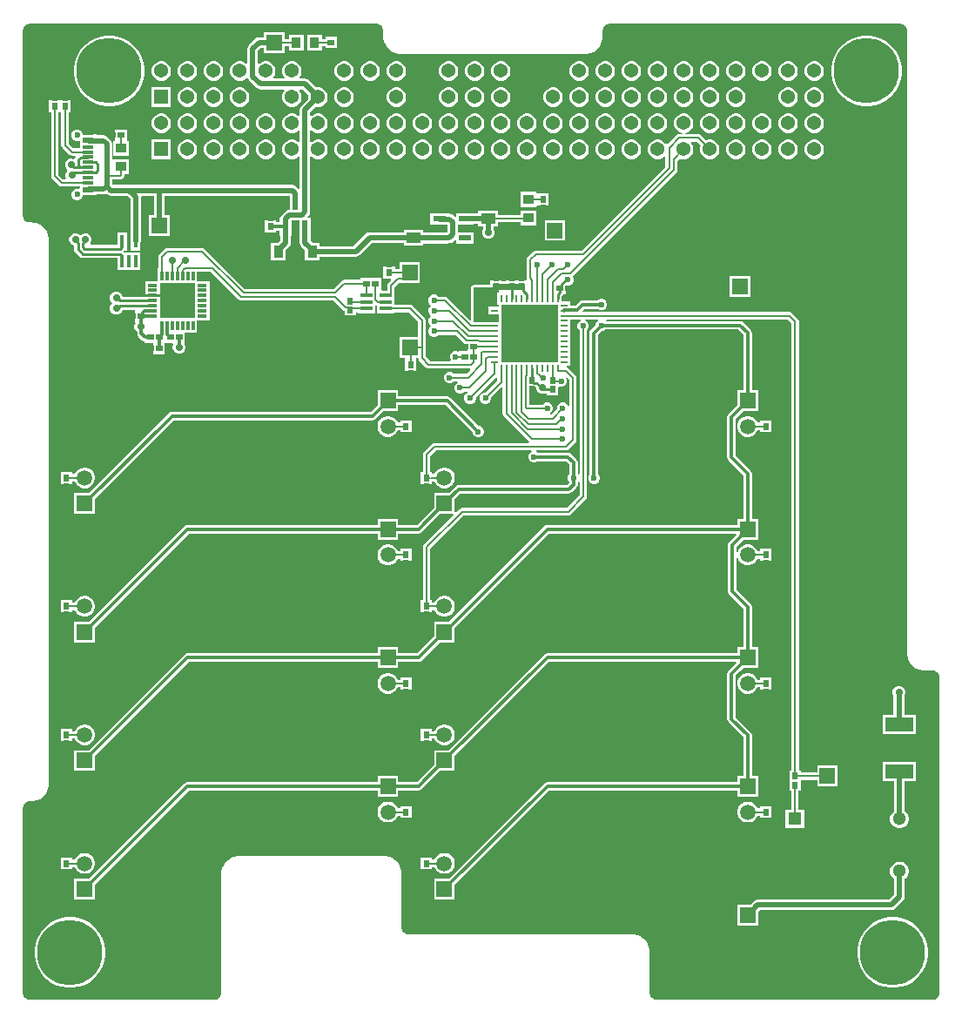
<source format=gbr>
%TF.GenerationSoftware,Altium Limited,Altium Designer,24.0.1 (36)*%
G04 Layer_Physical_Order=1*
G04 Layer_Color=255*
%FSLAX45Y45*%
%MOMM*%
%TF.SameCoordinates,BC388B4F-315D-4572-B472-8F8CFEE0C7CC*%
%TF.FilePolarity,Positive*%
%TF.FileFunction,Copper,L1,Top,Signal*%
%TF.Part,Single*%
G01*
G75*
%TA.AperFunction,SMDPad,CuDef*%
%ADD10R,0.40000X1.19000*%
%ADD11R,1.21000X0.59000*%
%ADD12R,0.91440X1.21920*%
%ADD13R,1.19000X0.40000*%
%ADD14R,1.00000X0.95000*%
%ADD15R,0.95000X1.00000*%
%ADD16R,3.35000X3.35000*%
%ADD17R,0.30000X0.95000*%
%ADD18R,0.95000X0.30000*%
%ADD19R,4.50000X4.50000*%
%ADD20R,0.25000X0.68000*%
%ADD21R,0.68000X0.25000*%
G04:AMPARAMS|DCode=22|XSize=0.25mm|YSize=0.68mm|CornerRadius=0.00625mm|HoleSize=0mm|Usage=FLASHONLY|Rotation=90.000|XOffset=0mm|YOffset=0mm|HoleType=Round|Shape=RoundedRectangle|*
%AMROUNDEDRECTD22*
21,1,0.25000,0.66750,0,0,90.0*
21,1,0.23750,0.68000,0,0,90.0*
1,1,0.01250,0.33375,0.11875*
1,1,0.01250,0.33375,-0.11875*
1,1,0.01250,-0.33375,-0.11875*
1,1,0.01250,-0.33375,0.11875*
%
%ADD22ROUNDEDRECTD22*%
%TA.AperFunction,ConnectorPad*%
%ADD23R,1.14000X0.60000*%
%ADD24R,1.14000X0.30000*%
%TA.AperFunction,SMDPad,CuDef*%
%ADD25R,0.60000X0.65000*%
%ADD26R,0.65000X0.60000*%
%ADD27R,1.40000X1.00000*%
%ADD28R,2.70000X1.35000*%
%ADD29R,0.60000X1.20000*%
%TA.AperFunction,Conductor*%
%ADD30C,0.20000*%
%ADD31C,0.50000*%
%ADD32C,0.30000*%
%ADD33C,0.25400*%
%ADD34C,0.28600*%
%TA.AperFunction,ComponentPad*%
%ADD35C,1.30000*%
%ADD36R,1.30000X1.30000*%
%ADD37R,1.50800X1.50800*%
%ADD38C,1.50800*%
%ADD39C,0.60000*%
%ADD40O,2.00000X0.90000*%
%ADD41O,1.70000X0.90000*%
%ADD42R,1.50000X1.50000*%
%ADD43R,1.50000X1.50000*%
%TA.AperFunction,ViaPad*%
%ADD44C,6.35000*%
%TA.AperFunction,ComponentPad*%
%ADD45C,1.37000*%
%ADD46R,1.37000X1.37000*%
%TA.AperFunction,ViaPad*%
%ADD47C,0.60000*%
%ADD48C,0.70000*%
G36*
X8600124Y9535064D02*
X8612605Y9529895D01*
X8623837Y9522389D01*
X8633389Y9512837D01*
X8640895Y9501605D01*
X8646064Y9489124D01*
X8648700Y9475874D01*
Y9469120D01*
Y3421380D01*
X8649519Y3404699D01*
X8656028Y3371979D01*
X8668794Y3341158D01*
X8687329Y3313419D01*
X8710919Y3289829D01*
X8738658Y3271294D01*
X8769479Y3258528D01*
X8802199Y3252019D01*
X8818880Y3251200D01*
X8904374D01*
X8917624Y3248564D01*
X8930105Y3243395D01*
X8941337Y3235889D01*
X8950889Y3226337D01*
X8958395Y3215105D01*
X8963564Y3202624D01*
X8966200Y3189374D01*
Y3182620D01*
Y119380D01*
Y112625D01*
X8963564Y99376D01*
X8958395Y86895D01*
X8950889Y75663D01*
X8941337Y66110D01*
X8930105Y58605D01*
X8917624Y53435D01*
X8904374Y50800D01*
X6208625D01*
X6195376Y53435D01*
X6182895Y58605D01*
X6171663Y66110D01*
X6162110Y75663D01*
X6154605Y86895D01*
X6149435Y99376D01*
X6146800Y112625D01*
Y515620D01*
X6145980Y532300D01*
X6139472Y565020D01*
X6126705Y595842D01*
X6108171Y623581D01*
X6084581Y647171D01*
X6056842Y665705D01*
X6026020Y678472D01*
X5993300Y684980D01*
X5976620Y685800D01*
X3795625D01*
X3782376Y688435D01*
X3769895Y693605D01*
X3758663Y701110D01*
X3749110Y710663D01*
X3741605Y721895D01*
X3736435Y734376D01*
X3733800Y747625D01*
Y1277620D01*
X3732980Y1294300D01*
X3726472Y1327020D01*
X3713705Y1357842D01*
X3695171Y1385581D01*
X3671581Y1409171D01*
X3643842Y1427705D01*
X3613020Y1440472D01*
X3580300Y1446980D01*
X3563620Y1447800D01*
X2151380D01*
X2134699Y1446980D01*
X2101979Y1440472D01*
X2071158Y1427705D01*
X2043419Y1409171D01*
X2019829Y1385581D01*
X2001294Y1357842D01*
X1988528Y1327020D01*
X1982019Y1294300D01*
X1981200Y1277620D01*
Y119380D01*
Y112625D01*
X1978564Y99376D01*
X1973395Y86895D01*
X1965889Y75663D01*
X1956337Y66110D01*
X1945105Y58605D01*
X1932624Y53435D01*
X1919374Y50800D01*
X1912620D01*
X1912385Y51035D01*
X112593D01*
X99343Y53671D01*
X86863Y58841D01*
X75631Y66346D01*
X66078Y75898D01*
X58573Y87131D01*
X53403Y99611D01*
X50768Y112861D01*
Y119615D01*
Y1912594D01*
X50773Y1912606D01*
X50782Y1912615D01*
X50793Y1912620D01*
X50800D01*
Y1919374D01*
X53435Y1932624D01*
X58605Y1945105D01*
X66110Y1956337D01*
X75663Y1965889D01*
X86895Y1973395D01*
X99376Y1978564D01*
X112625Y1981200D01*
X134620D01*
X151300Y1982019D01*
X184020Y1988528D01*
X214842Y2001294D01*
X242581Y2019829D01*
X266171Y2043419D01*
X284705Y2071158D01*
X297472Y2101979D01*
X303980Y2134699D01*
X304800Y2151380D01*
Y7437120D01*
X303980Y7453800D01*
X297472Y7486520D01*
X284705Y7517342D01*
X266171Y7545081D01*
X242581Y7568671D01*
X214842Y7587205D01*
X184020Y7599972D01*
X151300Y7606480D01*
X134620Y7607300D01*
X112625D01*
X99376Y7609935D01*
X86895Y7615105D01*
X75663Y7622610D01*
X66110Y7632163D01*
X58605Y7643395D01*
X53435Y7655876D01*
X52593Y7660109D01*
X50899Y7672200D01*
X50899Y7672210D01*
Y9469021D01*
X50800Y9469120D01*
Y9475874D01*
X53435Y9489124D01*
X58605Y9501605D01*
X66110Y9512837D01*
X75663Y9522389D01*
X86895Y9529895D01*
X99376Y9535064D01*
X112625Y9537700D01*
X3494174D01*
X3507424Y9535064D01*
X3519905Y9529895D01*
X3531137Y9522389D01*
X3540689Y9512837D01*
X3548195Y9501605D01*
X3553364Y9489124D01*
X3556000Y9475874D01*
Y9415780D01*
X3556819Y9399099D01*
X3563328Y9366379D01*
X3576094Y9335558D01*
X3594629Y9307819D01*
X3618219Y9284229D01*
X3645958Y9265694D01*
X3676779Y9252928D01*
X3709499Y9246419D01*
X3726180Y9245600D01*
X5519420D01*
X5536100Y9246419D01*
X5568820Y9252928D01*
X5599642Y9265694D01*
X5627381Y9284229D01*
X5650971Y9307819D01*
X5669505Y9335558D01*
X5682272Y9366379D01*
X5688780Y9399099D01*
X5689600Y9415780D01*
Y9475874D01*
X5692235Y9489124D01*
X5697405Y9501605D01*
X5704910Y9512837D01*
X5714463Y9522389D01*
X5725695Y9529895D01*
X5738176Y9535064D01*
X5751425Y9537700D01*
X8586874D01*
X8600124Y9535064D01*
D02*
G37*
%LPC*%
G36*
X2960540Y9432760D02*
X2814740D01*
Y9281960D01*
X2960540D01*
Y9321267D01*
X2991460D01*
Y9301960D01*
X3107260D01*
Y9412760D01*
X2991460D01*
Y9393453D01*
X2960540D01*
Y9432760D01*
D02*
G37*
G36*
X2597220Y9457900D02*
X2396420D01*
Y9408887D01*
X2347596D01*
X2327931Y9404976D01*
X2311260Y9393836D01*
X2250164Y9332740D01*
X2239024Y9316069D01*
X2235113Y9296404D01*
Y9155142D01*
X2222413Y9149882D01*
X2216656Y9155639D01*
X2195244Y9168001D01*
X2171362Y9174400D01*
X2146638D01*
X2122756Y9168001D01*
X2101344Y9155639D01*
X2083861Y9138156D01*
X2071499Y9116744D01*
X2065100Y9092862D01*
Y9068138D01*
X2071499Y9044256D01*
X2083861Y9022844D01*
X2101344Y9005361D01*
X2122756Y8992999D01*
X2146638Y8986600D01*
X2171362D01*
X2195244Y8992999D01*
X2216656Y9005361D01*
X2225023Y9013728D01*
X2238803Y9009548D01*
X2239024Y9008437D01*
X2250164Y8991766D01*
X2324766Y8917164D01*
X2341437Y8906024D01*
X2361102Y8902113D01*
X2591857D01*
X2597118Y8889413D01*
X2591861Y8884156D01*
X2579499Y8862744D01*
X2573100Y8838862D01*
Y8814138D01*
X2579499Y8790256D01*
X2591861Y8768844D01*
X2609344Y8751361D01*
X2630756Y8738999D01*
X2654638Y8732600D01*
X2679362D01*
X2703244Y8738999D01*
X2724656Y8751361D01*
X2742139Y8768844D01*
X2754501Y8790256D01*
X2760900Y8814138D01*
Y8838862D01*
X2754501Y8862744D01*
X2742139Y8884156D01*
X2736882Y8889413D01*
X2742143Y8902113D01*
X2772715D01*
X2828974Y8845854D01*
X2827100Y8838862D01*
Y8814138D01*
X2828974Y8807146D01*
X2758164Y8736336D01*
X2747024Y8719665D01*
X2743113Y8700000D01*
Y8647142D01*
X2730413Y8641882D01*
X2724656Y8647639D01*
X2703244Y8660001D01*
X2679362Y8666400D01*
X2654638D01*
X2630756Y8660001D01*
X2609344Y8647639D01*
X2591861Y8630156D01*
X2579499Y8608744D01*
X2573100Y8584862D01*
Y8560138D01*
X2579499Y8536256D01*
X2591861Y8514844D01*
X2609344Y8497361D01*
X2630756Y8484999D01*
X2654638Y8478600D01*
X2679362D01*
X2703244Y8484999D01*
X2724656Y8497361D01*
X2730413Y8503118D01*
X2743113Y8497858D01*
Y8393142D01*
X2730413Y8387882D01*
X2724656Y8393639D01*
X2703244Y8406001D01*
X2679362Y8412400D01*
X2654638D01*
X2630756Y8406001D01*
X2609344Y8393639D01*
X2591861Y8376156D01*
X2579499Y8354744D01*
X2573100Y8330862D01*
Y8306138D01*
X2579499Y8282256D01*
X2591861Y8260844D01*
X2609344Y8243361D01*
X2630756Y8230999D01*
X2654638Y8224600D01*
X2679362D01*
X2703244Y8230999D01*
X2724656Y8243361D01*
X2730413Y8249118D01*
X2743113Y8243858D01*
Y7937520D01*
X2730413Y7932259D01*
X2706336Y7956336D01*
X2689665Y7967476D01*
X2670000Y7971387D01*
X928075D01*
X916387Y7983075D01*
Y8023906D01*
X993284D01*
X1007097Y8026654D01*
X1018806Y8034478D01*
X1030522Y8046194D01*
X1038346Y8057903D01*
X1041093Y8071716D01*
Y8077100D01*
X1080400D01*
Y8222900D01*
X929600D01*
Y8096093D01*
X916387D01*
Y8373211D01*
X912476Y8392876D01*
X901336Y8409547D01*
X872047Y8438836D01*
X855376Y8449976D01*
X835711Y8453887D01*
X767400D01*
Y8462900D01*
X633400D01*
Y8467520D01*
X624966Y8487881D01*
X609382Y8503466D01*
X589020Y8511900D01*
X566980D01*
X546619Y8503466D01*
X531034Y8487881D01*
X522600Y8467520D01*
Y8445480D01*
X531034Y8425119D01*
X546619Y8409534D01*
X566980Y8401100D01*
X589020D01*
X592040Y8402351D01*
X602600Y8395295D01*
Y8328593D01*
X542451D01*
X496093Y8374951D01*
Y8679600D01*
X515400D01*
Y8795400D01*
X304600D01*
Y8679600D01*
X323907D01*
Y8057500D01*
X326654Y8043687D01*
X334478Y8031978D01*
X399478Y7966978D01*
X411187Y7959154D01*
X425000Y7956407D01*
X602600D01*
Y7939705D01*
X592040Y7932649D01*
X589020Y7933900D01*
X566980D01*
X546619Y7925466D01*
X531034Y7909882D01*
X522600Y7889520D01*
Y7867480D01*
X531034Y7847119D01*
X546619Y7831534D01*
X566980Y7823100D01*
X589020D01*
X609382Y7831534D01*
X624966Y7847119D01*
X633400Y7867480D01*
Y7872100D01*
X767400D01*
Y7881113D01*
X835711D01*
X855376Y7885024D01*
X863598Y7890519D01*
X870453Y7883664D01*
X887124Y7872524D01*
X906790Y7868613D01*
X1061215D01*
X1093861Y7835966D01*
Y7421001D01*
X1097773Y7401336D01*
X1099848Y7398229D01*
Y7336101D01*
X1190648D01*
Y7398229D01*
X1192724Y7401336D01*
X1196636Y7421001D01*
Y7857251D01*
X1196329Y7858795D01*
X1204385Y7868613D01*
X1323613D01*
Y7677900D01*
X1274600D01*
Y7477100D01*
X1475400D01*
Y7677900D01*
X1426387D01*
Y7868613D01*
X2644600D01*
Y7731387D01*
X2639289D01*
X2619624Y7727476D01*
X2602953Y7716336D01*
X2568664Y7682047D01*
X2557524Y7665376D01*
X2554546Y7650400D01*
X2549600D01*
Y7607441D01*
X2515400D01*
Y7625400D01*
X2404600D01*
Y7509600D01*
X2515400D01*
Y7525058D01*
X2549600D01*
Y7479600D01*
X2553613D01*
Y7430355D01*
X2534617Y7411360D01*
X2465050D01*
Y7238640D01*
X2607290D01*
Y7338687D01*
X2641336Y7372734D01*
X2652476Y7389405D01*
X2656387Y7409070D01*
Y7479600D01*
X2660400D01*
Y7628438D01*
X2660575Y7628613D01*
X2739600D01*
Y7479600D01*
X2743613D01*
Y7409070D01*
X2747524Y7389405D01*
X2758664Y7372734D01*
X2792710Y7338687D01*
Y7238640D01*
X2934950D01*
Y7273613D01*
X3287500D01*
X3307165Y7277524D01*
X3323836Y7288664D01*
X3444885Y7409713D01*
X3754600D01*
Y7385700D01*
X3945400D01*
Y7403613D01*
X4013600D01*
Y7400100D01*
X4185400D01*
Y7408113D01*
X4200710D01*
X4220376Y7412024D01*
X4237047Y7423164D01*
X4252867Y7438984D01*
X4264600Y7434123D01*
Y7400100D01*
X4436400D01*
Y7509900D01*
X4281387D01*
Y7590100D01*
X4436400D01*
Y7593613D01*
X4479600D01*
Y7569600D01*
X4523613D01*
Y7541273D01*
X4514600Y7519514D01*
Y7495486D01*
X4523795Y7473286D01*
X4540786Y7456295D01*
X4562986Y7447100D01*
X4587014D01*
X4609214Y7456295D01*
X4626205Y7473286D01*
X4635400Y7495486D01*
Y7519514D01*
X4626387Y7541273D01*
Y7569600D01*
X4670400D01*
Y7609506D01*
X4894000D01*
Y7577700D01*
X5044800D01*
Y7723500D01*
X4894000D01*
Y7681693D01*
X4670400D01*
Y7720400D01*
X4479600D01*
Y7696387D01*
X4436400D01*
Y7699900D01*
X4264600D01*
Y7665876D01*
X4252867Y7661016D01*
X4237047Y7676836D01*
X4220376Y7687975D01*
X4200710Y7691887D01*
X4185400D01*
Y7699900D01*
X4013600D01*
Y7590100D01*
X4099035D01*
X4104000Y7589113D01*
X4178613D01*
Y7510887D01*
X4104000D01*
X4099035Y7509900D01*
X4013600D01*
Y7506387D01*
X3945400D01*
Y7536500D01*
X3754600D01*
Y7512487D01*
X3423600D01*
X3403935Y7508576D01*
X3387264Y7497436D01*
X3266215Y7376387D01*
X2934950D01*
Y7411360D01*
X2865382D01*
X2846387Y7430355D01*
Y7479600D01*
X2850400D01*
Y7650400D01*
X2824876D01*
X2820016Y7662133D01*
X2830836Y7672953D01*
X2841976Y7689624D01*
X2845887Y7709289D01*
Y8244224D01*
X2857621Y8249085D01*
X2863344Y8243361D01*
X2884756Y8230999D01*
X2908638Y8224600D01*
X2933362D01*
X2957244Y8230999D01*
X2978656Y8243361D01*
X2996139Y8260844D01*
X3008501Y8282256D01*
X3014900Y8306138D01*
Y8330862D01*
X3008501Y8354744D01*
X2996139Y8376156D01*
X2978656Y8393639D01*
X2957244Y8406001D01*
X2933362Y8412400D01*
X2908638D01*
X2884756Y8406001D01*
X2863344Y8393639D01*
X2857621Y8387915D01*
X2845887Y8392776D01*
Y8498224D01*
X2857621Y8503085D01*
X2863344Y8497361D01*
X2884756Y8484999D01*
X2908638Y8478600D01*
X2933362D01*
X2957244Y8484999D01*
X2978656Y8497361D01*
X2996139Y8514844D01*
X3008501Y8536256D01*
X3014900Y8560138D01*
Y8584862D01*
X3008501Y8608744D01*
X2996139Y8630156D01*
X2978656Y8647639D01*
X2957244Y8660001D01*
X2933362Y8666400D01*
X2908638D01*
X2884756Y8660001D01*
X2863344Y8647639D01*
X2857621Y8641915D01*
X2845887Y8646776D01*
Y8678715D01*
X2901646Y8734474D01*
X2908638Y8732600D01*
X2933362D01*
X2957244Y8738999D01*
X2978656Y8751361D01*
X2996139Y8768844D01*
X3008501Y8790256D01*
X3014900Y8814138D01*
Y8838862D01*
X3008501Y8862744D01*
X2996139Y8884156D01*
X2978656Y8901639D01*
X2957244Y8914001D01*
X2933362Y8920400D01*
X2908638D01*
X2901646Y8918526D01*
X2830336Y8989836D01*
X2813665Y9000976D01*
X2794000Y9004887D01*
X2742143D01*
X2736882Y9017587D01*
X2742139Y9022844D01*
X2754501Y9044256D01*
X2760900Y9068138D01*
Y9092862D01*
X2754501Y9116744D01*
X2742139Y9138156D01*
X2724656Y9155639D01*
X2703244Y9168001D01*
X2679362Y9174400D01*
X2654638D01*
X2630756Y9168001D01*
X2609344Y9155639D01*
X2591861Y9138156D01*
X2579499Y9116744D01*
X2573100Y9092862D01*
Y9068138D01*
X2579499Y9044256D01*
X2591861Y9022844D01*
X2597118Y9017587D01*
X2591857Y9004887D01*
X2488143D01*
X2482882Y9017587D01*
X2488139Y9022844D01*
X2500501Y9044256D01*
X2506900Y9068138D01*
Y9092862D01*
X2500501Y9116744D01*
X2488139Y9138156D01*
X2470656Y9155639D01*
X2449244Y9168001D01*
X2425362Y9174400D01*
X2400638D01*
X2376756Y9168001D01*
X2355344Y9155639D01*
X2349621Y9149915D01*
X2337887Y9154776D01*
Y9275119D01*
X2368881Y9306113D01*
X2396420D01*
Y9257100D01*
X2597220D01*
Y9321267D01*
X2634740D01*
Y9281960D01*
X2780540D01*
Y9432760D01*
X2634740D01*
Y9393453D01*
X2597220D01*
Y9457900D01*
D02*
G37*
G36*
X7759362Y9174400D02*
X7734638D01*
X7710756Y9168001D01*
X7689344Y9155639D01*
X7671861Y9138156D01*
X7659499Y9116744D01*
X7653100Y9092862D01*
Y9068138D01*
X7659499Y9044256D01*
X7671861Y9022844D01*
X7689344Y9005361D01*
X7710756Y8992999D01*
X7734638Y8986600D01*
X7759362D01*
X7783244Y8992999D01*
X7804656Y9005361D01*
X7822139Y9022844D01*
X7834501Y9044256D01*
X7840900Y9068138D01*
Y9092862D01*
X7834501Y9116744D01*
X7822139Y9138156D01*
X7804656Y9155639D01*
X7783244Y9168001D01*
X7759362Y9174400D01*
D02*
G37*
G36*
X7505362D02*
X7480638D01*
X7456756Y9168001D01*
X7435344Y9155639D01*
X7417861Y9138156D01*
X7405499Y9116744D01*
X7399100Y9092862D01*
Y9068138D01*
X7405499Y9044256D01*
X7417861Y9022844D01*
X7435344Y9005361D01*
X7456756Y8992999D01*
X7480638Y8986600D01*
X7505362D01*
X7529244Y8992999D01*
X7550656Y9005361D01*
X7568139Y9022844D01*
X7580501Y9044256D01*
X7586900Y9068138D01*
Y9092862D01*
X7580501Y9116744D01*
X7568139Y9138156D01*
X7550656Y9155639D01*
X7529244Y9168001D01*
X7505362Y9174400D01*
D02*
G37*
G36*
X7251362D02*
X7226638D01*
X7202756Y9168001D01*
X7181344Y9155639D01*
X7163861Y9138156D01*
X7151499Y9116744D01*
X7145100Y9092862D01*
Y9068138D01*
X7151499Y9044256D01*
X7163861Y9022844D01*
X7181344Y9005361D01*
X7202756Y8992999D01*
X7226638Y8986600D01*
X7251362D01*
X7275244Y8992999D01*
X7296656Y9005361D01*
X7314139Y9022844D01*
X7326501Y9044256D01*
X7332900Y9068138D01*
Y9092862D01*
X7326501Y9116744D01*
X7314139Y9138156D01*
X7296656Y9155639D01*
X7275244Y9168001D01*
X7251362Y9174400D01*
D02*
G37*
G36*
X6997362D02*
X6972638D01*
X6948756Y9168001D01*
X6927344Y9155639D01*
X6909861Y9138156D01*
X6897499Y9116744D01*
X6891100Y9092862D01*
Y9068138D01*
X6897499Y9044256D01*
X6909861Y9022844D01*
X6927344Y9005361D01*
X6948756Y8992999D01*
X6972638Y8986600D01*
X6997362D01*
X7021244Y8992999D01*
X7042656Y9005361D01*
X7060139Y9022844D01*
X7072501Y9044256D01*
X7078900Y9068138D01*
Y9092862D01*
X7072501Y9116744D01*
X7060139Y9138156D01*
X7042656Y9155639D01*
X7021244Y9168001D01*
X6997362Y9174400D01*
D02*
G37*
G36*
X6743362D02*
X6718638D01*
X6694756Y9168001D01*
X6673344Y9155639D01*
X6655861Y9138156D01*
X6643499Y9116744D01*
X6637100Y9092862D01*
Y9068138D01*
X6643499Y9044256D01*
X6655861Y9022844D01*
X6673344Y9005361D01*
X6694756Y8992999D01*
X6718638Y8986600D01*
X6743362D01*
X6767244Y8992999D01*
X6788656Y9005361D01*
X6806139Y9022844D01*
X6818501Y9044256D01*
X6824900Y9068138D01*
Y9092862D01*
X6818501Y9116744D01*
X6806139Y9138156D01*
X6788656Y9155639D01*
X6767244Y9168001D01*
X6743362Y9174400D01*
D02*
G37*
G36*
X6489362D02*
X6464638D01*
X6440756Y9168001D01*
X6419344Y9155639D01*
X6401861Y9138156D01*
X6389499Y9116744D01*
X6383100Y9092862D01*
Y9068138D01*
X6389499Y9044256D01*
X6401861Y9022844D01*
X6419344Y9005361D01*
X6440756Y8992999D01*
X6464638Y8986600D01*
X6489362D01*
X6513244Y8992999D01*
X6534656Y9005361D01*
X6552139Y9022844D01*
X6564501Y9044256D01*
X6570900Y9068138D01*
Y9092862D01*
X6564501Y9116744D01*
X6552139Y9138156D01*
X6534656Y9155639D01*
X6513244Y9168001D01*
X6489362Y9174400D01*
D02*
G37*
G36*
X6235362D02*
X6210638D01*
X6186756Y9168001D01*
X6165344Y9155639D01*
X6147861Y9138156D01*
X6135499Y9116744D01*
X6129100Y9092862D01*
Y9068138D01*
X6135499Y9044256D01*
X6147861Y9022844D01*
X6165344Y9005361D01*
X6186756Y8992999D01*
X6210638Y8986600D01*
X6235362D01*
X6259244Y8992999D01*
X6280656Y9005361D01*
X6298139Y9022844D01*
X6310501Y9044256D01*
X6316900Y9068138D01*
Y9092862D01*
X6310501Y9116744D01*
X6298139Y9138156D01*
X6280656Y9155639D01*
X6259244Y9168001D01*
X6235362Y9174400D01*
D02*
G37*
G36*
X5981362D02*
X5956638D01*
X5932756Y9168001D01*
X5911344Y9155639D01*
X5893861Y9138156D01*
X5881499Y9116744D01*
X5875100Y9092862D01*
Y9068138D01*
X5881499Y9044256D01*
X5893861Y9022844D01*
X5911344Y9005361D01*
X5932756Y8992999D01*
X5956638Y8986600D01*
X5981362D01*
X6005244Y8992999D01*
X6026656Y9005361D01*
X6044139Y9022844D01*
X6056501Y9044256D01*
X6062900Y9068138D01*
Y9092862D01*
X6056501Y9116744D01*
X6044139Y9138156D01*
X6026656Y9155639D01*
X6005244Y9168001D01*
X5981362Y9174400D01*
D02*
G37*
G36*
X5727362D02*
X5702638D01*
X5678756Y9168001D01*
X5657344Y9155639D01*
X5639861Y9138156D01*
X5627499Y9116744D01*
X5621100Y9092862D01*
Y9068138D01*
X5627499Y9044256D01*
X5639861Y9022844D01*
X5657344Y9005361D01*
X5678756Y8992999D01*
X5702638Y8986600D01*
X5727362D01*
X5751244Y8992999D01*
X5772656Y9005361D01*
X5790139Y9022844D01*
X5802501Y9044256D01*
X5808900Y9068138D01*
Y9092862D01*
X5802501Y9116744D01*
X5790139Y9138156D01*
X5772656Y9155639D01*
X5751244Y9168001D01*
X5727362Y9174400D01*
D02*
G37*
G36*
X5473362D02*
X5448638D01*
X5424756Y9168001D01*
X5403344Y9155639D01*
X5385861Y9138156D01*
X5373499Y9116744D01*
X5367100Y9092862D01*
Y9068138D01*
X5373499Y9044256D01*
X5385861Y9022844D01*
X5403344Y9005361D01*
X5424756Y8992999D01*
X5448638Y8986600D01*
X5473362D01*
X5497244Y8992999D01*
X5518656Y9005361D01*
X5536139Y9022844D01*
X5548501Y9044256D01*
X5554900Y9068138D01*
Y9092862D01*
X5548501Y9116744D01*
X5536139Y9138156D01*
X5518656Y9155639D01*
X5497244Y9168001D01*
X5473362Y9174400D01*
D02*
G37*
G36*
X4711362D02*
X4686638D01*
X4662756Y9168001D01*
X4641344Y9155639D01*
X4623861Y9138156D01*
X4611499Y9116744D01*
X4605100Y9092862D01*
Y9068138D01*
X4611499Y9044256D01*
X4623861Y9022844D01*
X4641344Y9005361D01*
X4662756Y8992999D01*
X4686638Y8986600D01*
X4711362D01*
X4735244Y8992999D01*
X4756656Y9005361D01*
X4774139Y9022844D01*
X4786501Y9044256D01*
X4792900Y9068138D01*
Y9092862D01*
X4786501Y9116744D01*
X4774139Y9138156D01*
X4756656Y9155639D01*
X4735244Y9168001D01*
X4711362Y9174400D01*
D02*
G37*
G36*
X4457362D02*
X4432638D01*
X4408756Y9168001D01*
X4387344Y9155639D01*
X4369861Y9138156D01*
X4357499Y9116744D01*
X4351100Y9092862D01*
Y9068138D01*
X4357499Y9044256D01*
X4369861Y9022844D01*
X4387344Y9005361D01*
X4408756Y8992999D01*
X4432638Y8986600D01*
X4457362D01*
X4481244Y8992999D01*
X4502656Y9005361D01*
X4520139Y9022844D01*
X4532501Y9044256D01*
X4538900Y9068138D01*
Y9092862D01*
X4532501Y9116744D01*
X4520139Y9138156D01*
X4502656Y9155639D01*
X4481244Y9168001D01*
X4457362Y9174400D01*
D02*
G37*
G36*
X4203362D02*
X4178638D01*
X4154756Y9168001D01*
X4133344Y9155639D01*
X4115861Y9138156D01*
X4103499Y9116744D01*
X4097100Y9092862D01*
Y9068138D01*
X4103499Y9044256D01*
X4115861Y9022844D01*
X4133344Y9005361D01*
X4154756Y8992999D01*
X4178638Y8986600D01*
X4203362D01*
X4227244Y8992999D01*
X4248656Y9005361D01*
X4266139Y9022844D01*
X4278501Y9044256D01*
X4284900Y9068138D01*
Y9092862D01*
X4278501Y9116744D01*
X4266139Y9138156D01*
X4248656Y9155639D01*
X4227244Y9168001D01*
X4203362Y9174400D01*
D02*
G37*
G36*
X3695362D02*
X3670638D01*
X3646756Y9168001D01*
X3625344Y9155639D01*
X3607861Y9138156D01*
X3595499Y9116744D01*
X3589100Y9092862D01*
Y9068138D01*
X3595499Y9044256D01*
X3607861Y9022844D01*
X3625344Y9005361D01*
X3646756Y8992999D01*
X3670638Y8986600D01*
X3695362D01*
X3719244Y8992999D01*
X3740656Y9005361D01*
X3758139Y9022844D01*
X3770501Y9044256D01*
X3776900Y9068138D01*
Y9092862D01*
X3770501Y9116744D01*
X3758139Y9138156D01*
X3740656Y9155639D01*
X3719244Y9168001D01*
X3695362Y9174400D01*
D02*
G37*
G36*
X3441362D02*
X3416638D01*
X3392756Y9168001D01*
X3371344Y9155639D01*
X3353861Y9138156D01*
X3341499Y9116744D01*
X3335100Y9092862D01*
Y9068138D01*
X3341499Y9044256D01*
X3353861Y9022844D01*
X3371344Y9005361D01*
X3392756Y8992999D01*
X3416638Y8986600D01*
X3441362D01*
X3465244Y8992999D01*
X3486656Y9005361D01*
X3504139Y9022844D01*
X3516501Y9044256D01*
X3522900Y9068138D01*
Y9092862D01*
X3516501Y9116744D01*
X3504139Y9138156D01*
X3486656Y9155639D01*
X3465244Y9168001D01*
X3441362Y9174400D01*
D02*
G37*
G36*
X3187362D02*
X3162638D01*
X3138756Y9168001D01*
X3117344Y9155639D01*
X3099861Y9138156D01*
X3087499Y9116744D01*
X3081100Y9092862D01*
Y9068138D01*
X3087499Y9044256D01*
X3099861Y9022844D01*
X3117344Y9005361D01*
X3138756Y8992999D01*
X3162638Y8986600D01*
X3187362D01*
X3211244Y8992999D01*
X3232656Y9005361D01*
X3250139Y9022844D01*
X3262501Y9044256D01*
X3268900Y9068138D01*
Y9092862D01*
X3262501Y9116744D01*
X3250139Y9138156D01*
X3232656Y9155639D01*
X3211244Y9168001D01*
X3187362Y9174400D01*
D02*
G37*
G36*
X1917362D02*
X1892638D01*
X1868756Y9168001D01*
X1847344Y9155639D01*
X1829861Y9138156D01*
X1817499Y9116744D01*
X1811100Y9092862D01*
Y9068138D01*
X1817499Y9044256D01*
X1829861Y9022844D01*
X1847344Y9005361D01*
X1868756Y8992999D01*
X1892638Y8986600D01*
X1917362D01*
X1941244Y8992999D01*
X1962656Y9005361D01*
X1980139Y9022844D01*
X1992501Y9044256D01*
X1998900Y9068138D01*
Y9092862D01*
X1992501Y9116744D01*
X1980139Y9138156D01*
X1962656Y9155639D01*
X1941244Y9168001D01*
X1917362Y9174400D01*
D02*
G37*
G36*
X1663362D02*
X1638638D01*
X1614756Y9168001D01*
X1593344Y9155639D01*
X1575861Y9138156D01*
X1563499Y9116744D01*
X1557100Y9092862D01*
Y9068138D01*
X1563499Y9044256D01*
X1575861Y9022844D01*
X1593344Y9005361D01*
X1614756Y8992999D01*
X1638638Y8986600D01*
X1663362D01*
X1687244Y8992999D01*
X1708656Y9005361D01*
X1726139Y9022844D01*
X1738501Y9044256D01*
X1744900Y9068138D01*
Y9092862D01*
X1738501Y9116744D01*
X1726139Y9138156D01*
X1708656Y9155639D01*
X1687244Y9168001D01*
X1663362Y9174400D01*
D02*
G37*
G36*
X1409362D02*
X1384638D01*
X1360756Y9168001D01*
X1339344Y9155639D01*
X1321861Y9138156D01*
X1309499Y9116744D01*
X1303100Y9092862D01*
Y9068138D01*
X1309499Y9044256D01*
X1321861Y9022844D01*
X1339344Y9005361D01*
X1360756Y8992999D01*
X1384638Y8986600D01*
X1409362D01*
X1433244Y8992999D01*
X1454656Y9005361D01*
X1472139Y9022844D01*
X1484501Y9044256D01*
X1490900Y9068138D01*
Y9092862D01*
X1484501Y9116744D01*
X1472139Y9138156D01*
X1454656Y9155639D01*
X1433244Y9168001D01*
X1409362Y9174400D01*
D02*
G37*
G36*
X8281987Y9423400D02*
X8228013D01*
X8174704Y9414957D01*
X8123372Y9398278D01*
X8075281Y9373774D01*
X8031616Y9342049D01*
X7993451Y9303884D01*
X7961726Y9260219D01*
X7937222Y9212128D01*
X7920543Y9160796D01*
X7912100Y9107487D01*
Y9053513D01*
X7920543Y9000204D01*
X7937222Y8948872D01*
X7961726Y8900781D01*
X7993451Y8857116D01*
X8031616Y8818951D01*
X8075281Y8787226D01*
X8123372Y8762722D01*
X8174704Y8746043D01*
X8228013Y8737600D01*
X8281987D01*
X8335296Y8746043D01*
X8386628Y8762722D01*
X8434719Y8787226D01*
X8478384Y8818951D01*
X8516549Y8857116D01*
X8548274Y8900781D01*
X8572778Y8948872D01*
X8589457Y9000204D01*
X8597900Y9053513D01*
Y9107487D01*
X8589457Y9160796D01*
X8572778Y9212128D01*
X8548274Y9260219D01*
X8516549Y9303884D01*
X8478384Y9342049D01*
X8434719Y9373774D01*
X8386628Y9398278D01*
X8335296Y9414957D01*
X8281987Y9423400D01*
D02*
G37*
G36*
X915987D02*
X862013D01*
X808704Y9414957D01*
X757372Y9398278D01*
X709281Y9373774D01*
X665616Y9342049D01*
X627451Y9303884D01*
X595726Y9260219D01*
X571222Y9212128D01*
X554543Y9160796D01*
X546100Y9107487D01*
Y9053513D01*
X554543Y9000204D01*
X571222Y8948872D01*
X595726Y8900781D01*
X627451Y8857116D01*
X665616Y8818951D01*
X709281Y8787226D01*
X757372Y8762722D01*
X808704Y8746043D01*
X862013Y8737600D01*
X915987D01*
X969296Y8746043D01*
X1020628Y8762722D01*
X1068719Y8787226D01*
X1112384Y8818951D01*
X1150549Y8857116D01*
X1182274Y8900781D01*
X1206778Y8948872D01*
X1223457Y9000204D01*
X1231900Y9053513D01*
Y9107487D01*
X1223457Y9160796D01*
X1206778Y9212128D01*
X1182274Y9260219D01*
X1150549Y9303884D01*
X1112384Y9342049D01*
X1068719Y9373774D01*
X1020628Y9398278D01*
X969296Y9414957D01*
X915987Y9423400D01*
D02*
G37*
G36*
X7759362Y8920400D02*
X7734638D01*
X7710756Y8914001D01*
X7689344Y8901639D01*
X7671861Y8884156D01*
X7659499Y8862744D01*
X7653100Y8838862D01*
Y8814138D01*
X7659499Y8790256D01*
X7671861Y8768844D01*
X7689344Y8751361D01*
X7710756Y8738999D01*
X7734638Y8732600D01*
X7759362D01*
X7783244Y8738999D01*
X7804656Y8751361D01*
X7822139Y8768844D01*
X7834501Y8790256D01*
X7840900Y8814138D01*
Y8838862D01*
X7834501Y8862744D01*
X7822139Y8884156D01*
X7804656Y8901639D01*
X7783244Y8914001D01*
X7759362Y8920400D01*
D02*
G37*
G36*
X7505362D02*
X7480638D01*
X7456756Y8914001D01*
X7435344Y8901639D01*
X7417861Y8884156D01*
X7405499Y8862744D01*
X7399100Y8838862D01*
Y8814138D01*
X7405499Y8790256D01*
X7417861Y8768844D01*
X7435344Y8751361D01*
X7456756Y8738999D01*
X7480638Y8732600D01*
X7505362D01*
X7529244Y8738999D01*
X7550656Y8751361D01*
X7568139Y8768844D01*
X7580501Y8790256D01*
X7586900Y8814138D01*
Y8838862D01*
X7580501Y8862744D01*
X7568139Y8884156D01*
X7550656Y8901639D01*
X7529244Y8914001D01*
X7505362Y8920400D01*
D02*
G37*
G36*
X6997362D02*
X6972638D01*
X6948756Y8914001D01*
X6927344Y8901639D01*
X6909861Y8884156D01*
X6897499Y8862744D01*
X6891100Y8838862D01*
Y8814138D01*
X6897499Y8790256D01*
X6909861Y8768844D01*
X6927344Y8751361D01*
X6948756Y8738999D01*
X6972638Y8732600D01*
X6997362D01*
X7021244Y8738999D01*
X7042656Y8751361D01*
X7060139Y8768844D01*
X7072501Y8790256D01*
X7078900Y8814138D01*
Y8838862D01*
X7072501Y8862744D01*
X7060139Y8884156D01*
X7042656Y8901639D01*
X7021244Y8914001D01*
X6997362Y8920400D01*
D02*
G37*
G36*
X6743362D02*
X6718638D01*
X6694756Y8914001D01*
X6673344Y8901639D01*
X6655861Y8884156D01*
X6643499Y8862744D01*
X6637100Y8838862D01*
Y8814138D01*
X6643499Y8790256D01*
X6655861Y8768844D01*
X6673344Y8751361D01*
X6694756Y8738999D01*
X6718638Y8732600D01*
X6743362D01*
X6767244Y8738999D01*
X6788656Y8751361D01*
X6806139Y8768844D01*
X6818501Y8790256D01*
X6824900Y8814138D01*
Y8838862D01*
X6818501Y8862744D01*
X6806139Y8884156D01*
X6788656Y8901639D01*
X6767244Y8914001D01*
X6743362Y8920400D01*
D02*
G37*
G36*
X6489362D02*
X6464638D01*
X6440756Y8914001D01*
X6419344Y8901639D01*
X6401861Y8884156D01*
X6389499Y8862744D01*
X6383100Y8838862D01*
Y8814138D01*
X6389499Y8790256D01*
X6401861Y8768844D01*
X6419344Y8751361D01*
X6440756Y8738999D01*
X6464638Y8732600D01*
X6489362D01*
X6513244Y8738999D01*
X6534656Y8751361D01*
X6552139Y8768844D01*
X6564501Y8790256D01*
X6570900Y8814138D01*
Y8838862D01*
X6564501Y8862744D01*
X6552139Y8884156D01*
X6534656Y8901639D01*
X6513244Y8914001D01*
X6489362Y8920400D01*
D02*
G37*
G36*
X6235362D02*
X6210638D01*
X6186756Y8914001D01*
X6165344Y8901639D01*
X6147861Y8884156D01*
X6135499Y8862744D01*
X6129100Y8838862D01*
Y8814138D01*
X6135499Y8790256D01*
X6147861Y8768844D01*
X6165344Y8751361D01*
X6186756Y8738999D01*
X6210638Y8732600D01*
X6235362D01*
X6259244Y8738999D01*
X6280656Y8751361D01*
X6298139Y8768844D01*
X6310501Y8790256D01*
X6316900Y8814138D01*
Y8838862D01*
X6310501Y8862744D01*
X6298139Y8884156D01*
X6280656Y8901639D01*
X6259244Y8914001D01*
X6235362Y8920400D01*
D02*
G37*
G36*
X5981362D02*
X5956638D01*
X5932756Y8914001D01*
X5911344Y8901639D01*
X5893861Y8884156D01*
X5881499Y8862744D01*
X5875100Y8838862D01*
Y8814138D01*
X5881499Y8790256D01*
X5893861Y8768844D01*
X5911344Y8751361D01*
X5932756Y8738999D01*
X5956638Y8732600D01*
X5981362D01*
X6005244Y8738999D01*
X6026656Y8751361D01*
X6044139Y8768844D01*
X6056501Y8790256D01*
X6062900Y8814138D01*
Y8838862D01*
X6056501Y8862744D01*
X6044139Y8884156D01*
X6026656Y8901639D01*
X6005244Y8914001D01*
X5981362Y8920400D01*
D02*
G37*
G36*
X5727362D02*
X5702638D01*
X5678756Y8914001D01*
X5657344Y8901639D01*
X5639861Y8884156D01*
X5627499Y8862744D01*
X5621100Y8838862D01*
Y8814138D01*
X5627499Y8790256D01*
X5639861Y8768844D01*
X5657344Y8751361D01*
X5678756Y8738999D01*
X5702638Y8732600D01*
X5727362D01*
X5751244Y8738999D01*
X5772656Y8751361D01*
X5790139Y8768844D01*
X5802501Y8790256D01*
X5808900Y8814138D01*
Y8838862D01*
X5802501Y8862744D01*
X5790139Y8884156D01*
X5772656Y8901639D01*
X5751244Y8914001D01*
X5727362Y8920400D01*
D02*
G37*
G36*
X5473362D02*
X5448638D01*
X5424756Y8914001D01*
X5403344Y8901639D01*
X5385861Y8884156D01*
X5373499Y8862744D01*
X5367100Y8838862D01*
Y8814138D01*
X5373499Y8790256D01*
X5385861Y8768844D01*
X5403344Y8751361D01*
X5424756Y8738999D01*
X5448638Y8732600D01*
X5473362D01*
X5497244Y8738999D01*
X5518656Y8751361D01*
X5536139Y8768844D01*
X5548501Y8790256D01*
X5554900Y8814138D01*
Y8838862D01*
X5548501Y8862744D01*
X5536139Y8884156D01*
X5518656Y8901639D01*
X5497244Y8914001D01*
X5473362Y8920400D01*
D02*
G37*
G36*
X5219362D02*
X5194638D01*
X5170756Y8914001D01*
X5149344Y8901639D01*
X5131861Y8884156D01*
X5119499Y8862744D01*
X5113100Y8838862D01*
Y8814138D01*
X5119499Y8790256D01*
X5131861Y8768844D01*
X5149344Y8751361D01*
X5170756Y8738999D01*
X5194638Y8732600D01*
X5219362D01*
X5243244Y8738999D01*
X5264656Y8751361D01*
X5282139Y8768844D01*
X5294501Y8790256D01*
X5300900Y8814138D01*
Y8838862D01*
X5294501Y8862744D01*
X5282139Y8884156D01*
X5264656Y8901639D01*
X5243244Y8914001D01*
X5219362Y8920400D01*
D02*
G37*
G36*
X4711362D02*
X4686638D01*
X4662756Y8914001D01*
X4641344Y8901639D01*
X4623861Y8884156D01*
X4611499Y8862744D01*
X4605100Y8838862D01*
Y8814138D01*
X4611499Y8790256D01*
X4623861Y8768844D01*
X4641344Y8751361D01*
X4662756Y8738999D01*
X4686638Y8732600D01*
X4711362D01*
X4735244Y8738999D01*
X4756656Y8751361D01*
X4774139Y8768844D01*
X4786501Y8790256D01*
X4792900Y8814138D01*
Y8838862D01*
X4786501Y8862744D01*
X4774139Y8884156D01*
X4756656Y8901639D01*
X4735244Y8914001D01*
X4711362Y8920400D01*
D02*
G37*
G36*
X4457362D02*
X4432638D01*
X4408756Y8914001D01*
X4387344Y8901639D01*
X4369861Y8884156D01*
X4357499Y8862744D01*
X4351100Y8838862D01*
Y8814138D01*
X4357499Y8790256D01*
X4369861Y8768844D01*
X4387344Y8751361D01*
X4408756Y8738999D01*
X4432638Y8732600D01*
X4457362D01*
X4481244Y8738999D01*
X4502656Y8751361D01*
X4520139Y8768844D01*
X4532501Y8790256D01*
X4538900Y8814138D01*
Y8838862D01*
X4532501Y8862744D01*
X4520139Y8884156D01*
X4502656Y8901639D01*
X4481244Y8914001D01*
X4457362Y8920400D01*
D02*
G37*
G36*
X4203362D02*
X4178638D01*
X4154756Y8914001D01*
X4133344Y8901639D01*
X4115861Y8884156D01*
X4103499Y8862744D01*
X4097100Y8838862D01*
Y8814138D01*
X4103499Y8790256D01*
X4115861Y8768844D01*
X4133344Y8751361D01*
X4154756Y8738999D01*
X4178638Y8732600D01*
X4203362D01*
X4227244Y8738999D01*
X4248656Y8751361D01*
X4266139Y8768844D01*
X4278501Y8790256D01*
X4284900Y8814138D01*
Y8838862D01*
X4278501Y8862744D01*
X4266139Y8884156D01*
X4248656Y8901639D01*
X4227244Y8914001D01*
X4203362Y8920400D01*
D02*
G37*
G36*
X3695362D02*
X3670638D01*
X3646756Y8914001D01*
X3625344Y8901639D01*
X3607861Y8884156D01*
X3595499Y8862744D01*
X3589100Y8838862D01*
Y8814138D01*
X3595499Y8790256D01*
X3607861Y8768844D01*
X3625344Y8751361D01*
X3646756Y8738999D01*
X3670638Y8732600D01*
X3695362D01*
X3719244Y8738999D01*
X3740656Y8751361D01*
X3758139Y8768844D01*
X3770501Y8790256D01*
X3776900Y8814138D01*
Y8838862D01*
X3770501Y8862744D01*
X3758139Y8884156D01*
X3740656Y8901639D01*
X3719244Y8914001D01*
X3695362Y8920400D01*
D02*
G37*
G36*
X3187362D02*
X3162638D01*
X3138756Y8914001D01*
X3117344Y8901639D01*
X3099861Y8884156D01*
X3087499Y8862744D01*
X3081100Y8838862D01*
Y8814138D01*
X3087499Y8790256D01*
X3099861Y8768844D01*
X3117344Y8751361D01*
X3138756Y8738999D01*
X3162638Y8732600D01*
X3187362D01*
X3211244Y8738999D01*
X3232656Y8751361D01*
X3250139Y8768844D01*
X3262501Y8790256D01*
X3268900Y8814138D01*
Y8838862D01*
X3262501Y8862744D01*
X3250139Y8884156D01*
X3232656Y8901639D01*
X3211244Y8914001D01*
X3187362Y8920400D01*
D02*
G37*
G36*
X2171362D02*
X2146638D01*
X2122756Y8914001D01*
X2101344Y8901639D01*
X2083861Y8884156D01*
X2071499Y8862744D01*
X2065100Y8838862D01*
Y8814138D01*
X2071499Y8790256D01*
X2083861Y8768844D01*
X2101344Y8751361D01*
X2122756Y8738999D01*
X2146638Y8732600D01*
X2171362D01*
X2195244Y8738999D01*
X2216656Y8751361D01*
X2234139Y8768844D01*
X2246501Y8790256D01*
X2252900Y8814138D01*
Y8838862D01*
X2246501Y8862744D01*
X2234139Y8884156D01*
X2216656Y8901639D01*
X2195244Y8914001D01*
X2171362Y8920400D01*
D02*
G37*
G36*
X1917362D02*
X1892638D01*
X1868756Y8914001D01*
X1847344Y8901639D01*
X1829861Y8884156D01*
X1817499Y8862744D01*
X1811100Y8838862D01*
Y8814138D01*
X1817499Y8790256D01*
X1829861Y8768844D01*
X1847344Y8751361D01*
X1868756Y8738999D01*
X1892638Y8732600D01*
X1917362D01*
X1941244Y8738999D01*
X1962656Y8751361D01*
X1980139Y8768844D01*
X1992501Y8790256D01*
X1998900Y8814138D01*
Y8838862D01*
X1992501Y8862744D01*
X1980139Y8884156D01*
X1962656Y8901639D01*
X1941244Y8914001D01*
X1917362Y8920400D01*
D02*
G37*
G36*
X1663362D02*
X1638638D01*
X1614756Y8914001D01*
X1593344Y8901639D01*
X1575861Y8884156D01*
X1563499Y8862744D01*
X1557100Y8838862D01*
Y8814138D01*
X1563499Y8790256D01*
X1575861Y8768844D01*
X1593344Y8751361D01*
X1614756Y8738999D01*
X1638638Y8732600D01*
X1663362D01*
X1687244Y8738999D01*
X1708656Y8751361D01*
X1726139Y8768844D01*
X1738501Y8790256D01*
X1744900Y8814138D01*
Y8838862D01*
X1738501Y8862744D01*
X1726139Y8884156D01*
X1708656Y8901639D01*
X1687244Y8914001D01*
X1663362Y8920400D01*
D02*
G37*
G36*
X1490900D02*
X1303100D01*
Y8732600D01*
X1490900D01*
Y8920400D01*
D02*
G37*
G36*
X7759362Y8666400D02*
X7734638D01*
X7710756Y8660001D01*
X7689344Y8647639D01*
X7671861Y8630156D01*
X7659499Y8608744D01*
X7653100Y8584862D01*
Y8560138D01*
X7659499Y8536256D01*
X7671861Y8514844D01*
X7689344Y8497361D01*
X7710756Y8484999D01*
X7734638Y8478600D01*
X7759362D01*
X7783244Y8484999D01*
X7804656Y8497361D01*
X7822139Y8514844D01*
X7834501Y8536256D01*
X7840900Y8560138D01*
Y8584862D01*
X7834501Y8608744D01*
X7822139Y8630156D01*
X7804656Y8647639D01*
X7783244Y8660001D01*
X7759362Y8666400D01*
D02*
G37*
G36*
X7505362D02*
X7480638D01*
X7456756Y8660001D01*
X7435344Y8647639D01*
X7417861Y8630156D01*
X7405499Y8608744D01*
X7399100Y8584862D01*
Y8560138D01*
X7405499Y8536256D01*
X7417861Y8514844D01*
X7435344Y8497361D01*
X7456756Y8484999D01*
X7480638Y8478600D01*
X7505362D01*
X7529244Y8484999D01*
X7550656Y8497361D01*
X7568139Y8514844D01*
X7580501Y8536256D01*
X7586900Y8560138D01*
Y8584862D01*
X7580501Y8608744D01*
X7568139Y8630156D01*
X7550656Y8647639D01*
X7529244Y8660001D01*
X7505362Y8666400D01*
D02*
G37*
G36*
X7251362D02*
X7226638D01*
X7202756Y8660001D01*
X7181344Y8647639D01*
X7163861Y8630156D01*
X7151499Y8608744D01*
X7145100Y8584862D01*
Y8560138D01*
X7151499Y8536256D01*
X7163861Y8514844D01*
X7181344Y8497361D01*
X7202756Y8484999D01*
X7226638Y8478600D01*
X7251362D01*
X7275244Y8484999D01*
X7296656Y8497361D01*
X7314139Y8514844D01*
X7326501Y8536256D01*
X7332900Y8560138D01*
Y8584862D01*
X7326501Y8608744D01*
X7314139Y8630156D01*
X7296656Y8647639D01*
X7275244Y8660001D01*
X7251362Y8666400D01*
D02*
G37*
G36*
X6997362D02*
X6972638D01*
X6948756Y8660001D01*
X6927344Y8647639D01*
X6909861Y8630156D01*
X6897499Y8608744D01*
X6891100Y8584862D01*
Y8560138D01*
X6897499Y8536256D01*
X6909861Y8514844D01*
X6927344Y8497361D01*
X6948756Y8484999D01*
X6972638Y8478600D01*
X6997362D01*
X7021244Y8484999D01*
X7042656Y8497361D01*
X7060139Y8514844D01*
X7072501Y8536256D01*
X7078900Y8560138D01*
Y8584862D01*
X7072501Y8608744D01*
X7060139Y8630156D01*
X7042656Y8647639D01*
X7021244Y8660001D01*
X6997362Y8666400D01*
D02*
G37*
G36*
X6743362D02*
X6718638D01*
X6694756Y8660001D01*
X6673344Y8647639D01*
X6655861Y8630156D01*
X6643499Y8608744D01*
X6637100Y8584862D01*
Y8560138D01*
X6643499Y8536256D01*
X6655861Y8514844D01*
X6673344Y8497361D01*
X6694756Y8484999D01*
X6718638Y8478600D01*
X6743362D01*
X6767244Y8484999D01*
X6788656Y8497361D01*
X6806139Y8514844D01*
X6818501Y8536256D01*
X6824900Y8560138D01*
Y8584862D01*
X6818501Y8608744D01*
X6806139Y8630156D01*
X6788656Y8647639D01*
X6767244Y8660001D01*
X6743362Y8666400D01*
D02*
G37*
G36*
X6235362D02*
X6210638D01*
X6186756Y8660001D01*
X6165344Y8647639D01*
X6147861Y8630156D01*
X6135499Y8608744D01*
X6129100Y8584862D01*
Y8560138D01*
X6135499Y8536256D01*
X6147861Y8514844D01*
X6165344Y8497361D01*
X6186756Y8484999D01*
X6210638Y8478600D01*
X6235362D01*
X6259244Y8484999D01*
X6280656Y8497361D01*
X6298139Y8514844D01*
X6310501Y8536256D01*
X6316900Y8560138D01*
Y8584862D01*
X6310501Y8608744D01*
X6298139Y8630156D01*
X6280656Y8647639D01*
X6259244Y8660001D01*
X6235362Y8666400D01*
D02*
G37*
G36*
X5981362D02*
X5956638D01*
X5932756Y8660001D01*
X5911344Y8647639D01*
X5893861Y8630156D01*
X5881499Y8608744D01*
X5875100Y8584862D01*
Y8560138D01*
X5881499Y8536256D01*
X5893861Y8514844D01*
X5911344Y8497361D01*
X5932756Y8484999D01*
X5956638Y8478600D01*
X5981362D01*
X6005244Y8484999D01*
X6026656Y8497361D01*
X6044139Y8514844D01*
X6056501Y8536256D01*
X6062900Y8560138D01*
Y8584862D01*
X6056501Y8608744D01*
X6044139Y8630156D01*
X6026656Y8647639D01*
X6005244Y8660001D01*
X5981362Y8666400D01*
D02*
G37*
G36*
X5727362D02*
X5702638D01*
X5678756Y8660001D01*
X5657344Y8647639D01*
X5639861Y8630156D01*
X5627499Y8608744D01*
X5621100Y8584862D01*
Y8560138D01*
X5627499Y8536256D01*
X5639861Y8514844D01*
X5657344Y8497361D01*
X5678756Y8484999D01*
X5702638Y8478600D01*
X5727362D01*
X5751244Y8484999D01*
X5772656Y8497361D01*
X5790139Y8514844D01*
X5802501Y8536256D01*
X5808900Y8560138D01*
Y8584862D01*
X5802501Y8608744D01*
X5790139Y8630156D01*
X5772656Y8647639D01*
X5751244Y8660001D01*
X5727362Y8666400D01*
D02*
G37*
G36*
X5473362D02*
X5448638D01*
X5424756Y8660001D01*
X5403344Y8647639D01*
X5385861Y8630156D01*
X5373499Y8608744D01*
X5367100Y8584862D01*
Y8560138D01*
X5373499Y8536256D01*
X5385861Y8514844D01*
X5403344Y8497361D01*
X5424756Y8484999D01*
X5448638Y8478600D01*
X5473362D01*
X5497244Y8484999D01*
X5518656Y8497361D01*
X5536139Y8514844D01*
X5548501Y8536256D01*
X5554900Y8560138D01*
Y8584862D01*
X5548501Y8608744D01*
X5536139Y8630156D01*
X5518656Y8647639D01*
X5497244Y8660001D01*
X5473362Y8666400D01*
D02*
G37*
G36*
X5219362D02*
X5194638D01*
X5170756Y8660001D01*
X5149344Y8647639D01*
X5131861Y8630156D01*
X5119499Y8608744D01*
X5113100Y8584862D01*
Y8560138D01*
X5119499Y8536256D01*
X5131861Y8514844D01*
X5149344Y8497361D01*
X5170756Y8484999D01*
X5194638Y8478600D01*
X5219362D01*
X5243244Y8484999D01*
X5264656Y8497361D01*
X5282139Y8514844D01*
X5294501Y8536256D01*
X5300900Y8560138D01*
Y8584862D01*
X5294501Y8608744D01*
X5282139Y8630156D01*
X5264656Y8647639D01*
X5243244Y8660001D01*
X5219362Y8666400D01*
D02*
G37*
G36*
X4965362D02*
X4940638D01*
X4916756Y8660001D01*
X4895344Y8647639D01*
X4877861Y8630156D01*
X4865499Y8608744D01*
X4859100Y8584862D01*
Y8560138D01*
X4865499Y8536256D01*
X4877861Y8514844D01*
X4895344Y8497361D01*
X4916756Y8484999D01*
X4940638Y8478600D01*
X4965362D01*
X4989244Y8484999D01*
X5010656Y8497361D01*
X5028139Y8514844D01*
X5040501Y8536256D01*
X5046900Y8560138D01*
Y8584862D01*
X5040501Y8608744D01*
X5028139Y8630156D01*
X5010656Y8647639D01*
X4989244Y8660001D01*
X4965362Y8666400D01*
D02*
G37*
G36*
X4711362D02*
X4686638D01*
X4662756Y8660001D01*
X4641344Y8647639D01*
X4623861Y8630156D01*
X4611499Y8608744D01*
X4605100Y8584862D01*
Y8560138D01*
X4611499Y8536256D01*
X4623861Y8514844D01*
X4641344Y8497361D01*
X4662756Y8484999D01*
X4686638Y8478600D01*
X4711362D01*
X4735244Y8484999D01*
X4756656Y8497361D01*
X4774139Y8514844D01*
X4786501Y8536256D01*
X4792900Y8560138D01*
Y8584862D01*
X4786501Y8608744D01*
X4774139Y8630156D01*
X4756656Y8647639D01*
X4735244Y8660001D01*
X4711362Y8666400D01*
D02*
G37*
G36*
X4457362D02*
X4432638D01*
X4408756Y8660001D01*
X4387344Y8647639D01*
X4369861Y8630156D01*
X4357499Y8608744D01*
X4351100Y8584862D01*
Y8560138D01*
X4357499Y8536256D01*
X4369861Y8514844D01*
X4387344Y8497361D01*
X4408756Y8484999D01*
X4432638Y8478600D01*
X4457362D01*
X4481244Y8484999D01*
X4502656Y8497361D01*
X4520139Y8514844D01*
X4532501Y8536256D01*
X4538900Y8560138D01*
Y8584862D01*
X4532501Y8608744D01*
X4520139Y8630156D01*
X4502656Y8647639D01*
X4481244Y8660001D01*
X4457362Y8666400D01*
D02*
G37*
G36*
X4203362D02*
X4178638D01*
X4154756Y8660001D01*
X4133344Y8647639D01*
X4115861Y8630156D01*
X4103499Y8608744D01*
X4097100Y8584862D01*
Y8560138D01*
X4103499Y8536256D01*
X4115861Y8514844D01*
X4133344Y8497361D01*
X4154756Y8484999D01*
X4178638Y8478600D01*
X4203362D01*
X4227244Y8484999D01*
X4248656Y8497361D01*
X4266139Y8514844D01*
X4278501Y8536256D01*
X4284900Y8560138D01*
Y8584862D01*
X4278501Y8608744D01*
X4266139Y8630156D01*
X4248656Y8647639D01*
X4227244Y8660001D01*
X4203362Y8666400D01*
D02*
G37*
G36*
X3949362D02*
X3924638D01*
X3900756Y8660001D01*
X3879344Y8647639D01*
X3861861Y8630156D01*
X3849499Y8608744D01*
X3843100Y8584862D01*
Y8560138D01*
X3849499Y8536256D01*
X3861861Y8514844D01*
X3879344Y8497361D01*
X3900756Y8484999D01*
X3924638Y8478600D01*
X3949362D01*
X3973244Y8484999D01*
X3994656Y8497361D01*
X4012139Y8514844D01*
X4024501Y8536256D01*
X4030900Y8560138D01*
Y8584862D01*
X4024501Y8608744D01*
X4012139Y8630156D01*
X3994656Y8647639D01*
X3973244Y8660001D01*
X3949362Y8666400D01*
D02*
G37*
G36*
X3695362D02*
X3670638D01*
X3646756Y8660001D01*
X3625344Y8647639D01*
X3607861Y8630156D01*
X3595499Y8608744D01*
X3589100Y8584862D01*
Y8560138D01*
X3595499Y8536256D01*
X3607861Y8514844D01*
X3625344Y8497361D01*
X3646756Y8484999D01*
X3670638Y8478600D01*
X3695362D01*
X3719244Y8484999D01*
X3740656Y8497361D01*
X3758139Y8514844D01*
X3770501Y8536256D01*
X3776900Y8560138D01*
Y8584862D01*
X3770501Y8608744D01*
X3758139Y8630156D01*
X3740656Y8647639D01*
X3719244Y8660001D01*
X3695362Y8666400D01*
D02*
G37*
G36*
X3441362D02*
X3416638D01*
X3392756Y8660001D01*
X3371344Y8647639D01*
X3353861Y8630156D01*
X3341499Y8608744D01*
X3335100Y8584862D01*
Y8560138D01*
X3341499Y8536256D01*
X3353861Y8514844D01*
X3371344Y8497361D01*
X3392756Y8484999D01*
X3416638Y8478600D01*
X3441362D01*
X3465244Y8484999D01*
X3486656Y8497361D01*
X3504139Y8514844D01*
X3516501Y8536256D01*
X3522900Y8560138D01*
Y8584862D01*
X3516501Y8608744D01*
X3504139Y8630156D01*
X3486656Y8647639D01*
X3465244Y8660001D01*
X3441362Y8666400D01*
D02*
G37*
G36*
X3187362D02*
X3162638D01*
X3138756Y8660001D01*
X3117344Y8647639D01*
X3099861Y8630156D01*
X3087499Y8608744D01*
X3081100Y8584862D01*
Y8560138D01*
X3087499Y8536256D01*
X3099861Y8514844D01*
X3117344Y8497361D01*
X3138756Y8484999D01*
X3162638Y8478600D01*
X3187362D01*
X3211244Y8484999D01*
X3232656Y8497361D01*
X3250139Y8514844D01*
X3262501Y8536256D01*
X3268900Y8560138D01*
Y8584862D01*
X3262501Y8608744D01*
X3250139Y8630156D01*
X3232656Y8647639D01*
X3211244Y8660001D01*
X3187362Y8666400D01*
D02*
G37*
G36*
X2425362D02*
X2400638D01*
X2376756Y8660001D01*
X2355344Y8647639D01*
X2337861Y8630156D01*
X2325499Y8608744D01*
X2319100Y8584862D01*
Y8560138D01*
X2325499Y8536256D01*
X2337861Y8514844D01*
X2355344Y8497361D01*
X2376756Y8484999D01*
X2400638Y8478600D01*
X2425362D01*
X2449244Y8484999D01*
X2470656Y8497361D01*
X2488139Y8514844D01*
X2500501Y8536256D01*
X2506900Y8560138D01*
Y8584862D01*
X2500501Y8608744D01*
X2488139Y8630156D01*
X2470656Y8647639D01*
X2449244Y8660001D01*
X2425362Y8666400D01*
D02*
G37*
G36*
X2171362D02*
X2146638D01*
X2122756Y8660001D01*
X2101344Y8647639D01*
X2083861Y8630156D01*
X2071499Y8608744D01*
X2065100Y8584862D01*
Y8560138D01*
X2071499Y8536256D01*
X2083861Y8514844D01*
X2101344Y8497361D01*
X2122756Y8484999D01*
X2146638Y8478600D01*
X2171362D01*
X2195244Y8484999D01*
X2216656Y8497361D01*
X2234139Y8514844D01*
X2246501Y8536256D01*
X2252900Y8560138D01*
Y8584862D01*
X2246501Y8608744D01*
X2234139Y8630156D01*
X2216656Y8647639D01*
X2195244Y8660001D01*
X2171362Y8666400D01*
D02*
G37*
G36*
X1917362D02*
X1892638D01*
X1868756Y8660001D01*
X1847344Y8647639D01*
X1829861Y8630156D01*
X1817499Y8608744D01*
X1811100Y8584862D01*
Y8560138D01*
X1817499Y8536256D01*
X1829861Y8514844D01*
X1847344Y8497361D01*
X1868756Y8484999D01*
X1892638Y8478600D01*
X1917362D01*
X1941244Y8484999D01*
X1962656Y8497361D01*
X1980139Y8514844D01*
X1992501Y8536256D01*
X1998900Y8560138D01*
Y8584862D01*
X1992501Y8608744D01*
X1980139Y8630156D01*
X1962656Y8647639D01*
X1941244Y8660001D01*
X1917362Y8666400D01*
D02*
G37*
G36*
X1663362D02*
X1638638D01*
X1614756Y8660001D01*
X1593344Y8647639D01*
X1575861Y8630156D01*
X1563499Y8608744D01*
X1557100Y8584862D01*
Y8560138D01*
X1563499Y8536256D01*
X1575861Y8514844D01*
X1593344Y8497361D01*
X1614756Y8484999D01*
X1638638Y8478600D01*
X1663362D01*
X1687244Y8484999D01*
X1708656Y8497361D01*
X1726139Y8514844D01*
X1738501Y8536256D01*
X1744900Y8560138D01*
Y8584862D01*
X1738501Y8608744D01*
X1726139Y8630156D01*
X1708656Y8647639D01*
X1687244Y8660001D01*
X1663362Y8666400D01*
D02*
G37*
G36*
X1409362D02*
X1384638D01*
X1360756Y8660001D01*
X1339344Y8647639D01*
X1321861Y8630156D01*
X1309499Y8608744D01*
X1303100Y8584862D01*
Y8560138D01*
X1309499Y8536256D01*
X1321861Y8514844D01*
X1339344Y8497361D01*
X1360756Y8484999D01*
X1384638Y8478600D01*
X1409362D01*
X1433244Y8484999D01*
X1454656Y8497361D01*
X1472139Y8514844D01*
X1484501Y8536256D01*
X1490900Y8560138D01*
Y8584862D01*
X1484501Y8608744D01*
X1472139Y8630156D01*
X1454656Y8647639D01*
X1433244Y8660001D01*
X1409362Y8666400D01*
D02*
G37*
G36*
X6489362D02*
X6464638D01*
X6440756Y8660001D01*
X6419344Y8647639D01*
X6401861Y8630156D01*
X6389499Y8608744D01*
X6383100Y8584862D01*
Y8560138D01*
X6389499Y8536256D01*
X6401861Y8514844D01*
X6419344Y8497361D01*
X6440756Y8484999D01*
X6464638Y8478600D01*
X6464171Y8466093D01*
X6430815D01*
X6417003Y8463346D01*
X6405294Y8455522D01*
X6317607Y8367836D01*
X6301736Y8369925D01*
X6298139Y8376156D01*
X6280656Y8393639D01*
X6259244Y8406001D01*
X6235362Y8412400D01*
X6210638D01*
X6186756Y8406001D01*
X6165344Y8393639D01*
X6147861Y8376156D01*
X6135499Y8354744D01*
X6129100Y8330862D01*
Y8306138D01*
X6135499Y8282256D01*
X6147861Y8260844D01*
X6165344Y8243361D01*
X6186756Y8230999D01*
X6210638Y8224600D01*
X6235362D01*
X6259244Y8230999D01*
X6280656Y8243361D01*
X6285707Y8248412D01*
X6298407Y8243151D01*
Y8148519D01*
X5485981Y7336093D01*
X5041388D01*
X5027575Y7333346D01*
X5015866Y7325522D01*
X4959078Y7268734D01*
X4951254Y7257024D01*
X4948507Y7243212D01*
Y7065745D01*
X4951022Y7053100D01*
X4950720Y7051119D01*
X4943686Y7040400D01*
X4747100D01*
Y7033398D01*
X4705400D01*
Y7040400D01*
X4594600D01*
Y7018946D01*
X4593574Y7017411D01*
X4591602Y7007500D01*
Y6998397D01*
X4435000D01*
X4425089Y6996426D01*
X4416688Y6990812D01*
X4411074Y6982410D01*
X4409102Y6972500D01*
Y6663609D01*
X4397369Y6658749D01*
X4180596Y6875522D01*
X4168887Y6883346D01*
X4155074Y6886093D01*
X4092254D01*
X4081381Y6896966D01*
X4061020Y6905400D01*
X4038980D01*
X4018619Y6896966D01*
X4003034Y6881381D01*
X3994600Y6861020D01*
Y6838980D01*
X4003034Y6818619D01*
X4013356Y6808297D01*
X4017209Y6800000D01*
X4013356Y6791703D01*
X4003034Y6781381D01*
X3994600Y6761020D01*
Y6738980D01*
X4003034Y6718619D01*
X4013356Y6708297D01*
X4017209Y6700000D01*
X4013356Y6691703D01*
X4003034Y6681381D01*
X3994600Y6661020D01*
Y6638980D01*
X4003034Y6618618D01*
X4013356Y6608297D01*
X4017209Y6600000D01*
X4013356Y6591703D01*
X4003034Y6581382D01*
X3994600Y6561020D01*
Y6538980D01*
X4003034Y6518619D01*
X4018619Y6503034D01*
X4038980Y6494600D01*
X4061020D01*
X4081381Y6503034D01*
X4092254Y6513907D01*
X4257989D01*
X4337418Y6434478D01*
X4349128Y6426654D01*
X4362940Y6423906D01*
X4377100D01*
Y6355400D01*
X4292100D01*
X4292100Y6355401D01*
Y6355400D01*
X4279400Y6351929D01*
X4271020Y6355400D01*
X4248980D01*
X4228619Y6346966D01*
X4213034Y6331382D01*
X4204600Y6311020D01*
Y6288980D01*
X4211926Y6271294D01*
X4206466Y6258593D01*
X4012451D01*
X3966093Y6304951D01*
Y6400000D01*
Y6657498D01*
X3966094Y6657500D01*
X3963346Y6671312D01*
X3955522Y6683022D01*
X3841922Y6796622D01*
X3830212Y6804446D01*
X3816400Y6807193D01*
X3665300D01*
Y6907614D01*
X3665994Y6911100D01*
Y6979950D01*
X3700020Y7013977D01*
X3712101Y7017100D01*
Y7017100D01*
X3712101Y7017100D01*
X3912900D01*
Y7217900D01*
X3712100D01*
Y7153593D01*
X3667900D01*
Y7175400D01*
X3557100D01*
Y7059600D01*
X3626962D01*
X3631823Y7047867D01*
X3604378Y7020422D01*
X3596554Y7008713D01*
X3593807Y6994900D01*
Y6946500D01*
X3542970D01*
X3537900Y6957100D01*
Y7067900D01*
X3337100D01*
Y7048593D01*
X3174560D01*
X3160748Y7045846D01*
X3149038Y7038022D01*
X3070509Y6959493D01*
X2210151D01*
X1818762Y7350882D01*
X1807052Y7358706D01*
X1793240Y7361453D01*
X1454919D01*
X1441107Y7358706D01*
X1429397Y7350882D01*
X1377818Y7299303D01*
X1369994Y7287593D01*
X1367247Y7273781D01*
Y7159960D01*
X1362940D01*
Y7037459D01*
X1240440D01*
Y6956659D01*
Y6906660D01*
X1386240D01*
Y7014159D01*
X1720440D01*
Y6906660D01*
Y6806660D01*
Y6679960D01*
X1386240D01*
Y6806660D01*
Y6887460D01*
X1313732D01*
X1313340Y6887538D01*
X1312948Y6887460D01*
X1240440D01*
Y6886998D01*
X1095971D01*
X1094764Y6886758D01*
X1017628D01*
X1009545Y6906274D01*
X992554Y6923265D01*
X970354Y6932460D01*
X946326D01*
X924126Y6923265D01*
X907135Y6906274D01*
X897940Y6884074D01*
Y6860046D01*
X907135Y6837846D01*
X923162Y6821820D01*
X907135Y6805793D01*
X897940Y6783594D01*
Y6759565D01*
X907135Y6737366D01*
X924126Y6720375D01*
X946326Y6711180D01*
X970354D01*
X992554Y6720375D01*
X1009545Y6737366D01*
X1017628Y6756882D01*
X1115994D01*
X1117201Y6757122D01*
X1127171D01*
X1137940Y6752459D01*
Y6641660D01*
X1142061D01*
X1147321Y6628960D01*
X1144635Y6626274D01*
X1135440Y6604074D01*
Y6580046D01*
X1144635Y6557846D01*
X1161626Y6540855D01*
X1162302Y6540575D01*
Y6526906D01*
X1165438Y6511143D01*
X1174367Y6497780D01*
X1211713Y6460433D01*
X1225077Y6451504D01*
X1230440Y6450437D01*
Y6434160D01*
X1315440D01*
Y6326660D01*
X1431240D01*
Y6434160D01*
X1508428D01*
X1515141Y6421460D01*
X1507940Y6404074D01*
Y6380046D01*
X1517135Y6357846D01*
X1534126Y6340855D01*
X1556326Y6331660D01*
X1580354D01*
X1602554Y6340855D01*
X1619544Y6357846D01*
X1628740Y6380046D01*
Y6404074D01*
X1621538Y6421460D01*
X1626240Y6434160D01*
X1626240D01*
Y6534160D01*
X1743740D01*
Y6656660D01*
X1866240D01*
Y6756660D01*
Y6856660D01*
Y6956659D01*
Y7037459D01*
X1743740D01*
Y7129966D01*
X1876630D01*
X2148718Y6857878D01*
X2160428Y6850054D01*
X2174240Y6847307D01*
X3074223D01*
X3164552Y6756978D01*
X3176261Y6749154D01*
X3177100Y6748987D01*
Y6702100D01*
X3287900D01*
Y6735006D01*
X3303500D01*
Y6725700D01*
X3473300D01*
Y6796756D01*
X3483804Y6802861D01*
X3495500Y6797428D01*
Y6725700D01*
X3665300D01*
Y6735006D01*
X3801450D01*
X3893907Y6642549D01*
Y6490400D01*
X3712100D01*
Y6289600D01*
X3762186D01*
X3764600Y6277900D01*
X3764600D01*
Y6162100D01*
X3875400D01*
Y6277900D01*
X3875400D01*
X3877814Y6289600D01*
X3893986D01*
X3896654Y6276188D01*
X3904478Y6264478D01*
X3971978Y6196978D01*
X3983688Y6189154D01*
X3997500Y6186406D01*
X4396554D01*
X4401814Y6173706D01*
X4364201Y6136093D01*
X4242254D01*
X4231381Y6146966D01*
X4211020Y6155400D01*
X4188980D01*
X4168619Y6146966D01*
X4153034Y6131381D01*
X4144600Y6111020D01*
Y6088980D01*
X4153034Y6068619D01*
X4168619Y6053034D01*
X4188980Y6044600D01*
X4211020D01*
X4231381Y6053034D01*
X4242254Y6063907D01*
X4276330D01*
X4278857Y6051207D01*
X4268619Y6046966D01*
X4253034Y6031381D01*
X4244600Y6011020D01*
Y5988980D01*
X4253034Y5968618D01*
X4268619Y5953034D01*
X4288980Y5944600D01*
X4311020D01*
X4331381Y5953034D01*
X4342254Y5963907D01*
X4376330D01*
X4378857Y5951207D01*
X4368619Y5946966D01*
X4353034Y5931381D01*
X4344600Y5911020D01*
Y5888980D01*
X4353034Y5868618D01*
X4368619Y5853034D01*
X4388980Y5844600D01*
X4411020D01*
X4431382Y5853034D01*
X4446966Y5868618D01*
X4455400Y5888980D01*
Y5904356D01*
X4654673Y6103629D01*
X4666406Y6098769D01*
Y6071228D01*
X4550578Y5955400D01*
X4538980D01*
X4518619Y5946966D01*
X4503034Y5931381D01*
X4494600Y5911020D01*
Y5888980D01*
X4503034Y5868618D01*
X4518619Y5853034D01*
X4538980Y5844600D01*
X4561020D01*
X4581381Y5853034D01*
X4596966Y5868618D01*
X4605400Y5888980D01*
Y5908134D01*
X4704673Y6007407D01*
X4716406Y6002547D01*
Y5747500D01*
X4719154Y5733688D01*
X4726978Y5721978D01*
X4971961Y5476996D01*
X4973012Y5476293D01*
X4969159Y5463593D01*
X4050820D01*
X4037007Y5460846D01*
X4025298Y5453022D01*
X3949478Y5377202D01*
X3941654Y5365492D01*
X3938907Y5351680D01*
Y5182900D01*
X3919600D01*
Y5067100D01*
X4030400D01*
Y5088907D01*
X4055315D01*
X4056069Y5086093D01*
X4069340Y5063108D01*
X4088107Y5044340D01*
X4111093Y5031070D01*
X4136729Y5024200D01*
X4163270D01*
X4188907Y5031070D01*
X4211892Y5044340D01*
X4230660Y5063108D01*
X4243930Y5086093D01*
X4250800Y5111730D01*
Y5138271D01*
X4243930Y5163907D01*
X4230660Y5186893D01*
X4211892Y5205660D01*
X4188907Y5218931D01*
X4163270Y5225800D01*
X4136729D01*
X4111093Y5218931D01*
X4088107Y5205660D01*
X4069340Y5186893D01*
X4056069Y5163907D01*
X4055315Y5161094D01*
X4030400D01*
Y5182900D01*
X4011093D01*
Y5336729D01*
X4065770Y5391407D01*
X4996330D01*
X4998857Y5378707D01*
X4988619Y5374466D01*
X4973034Y5358881D01*
X4964600Y5338520D01*
Y5316480D01*
X4973034Y5296118D01*
X4988619Y5280534D01*
X5008980Y5272100D01*
X5031020D01*
X5051382Y5280534D01*
X5057156Y5286308D01*
X5332319D01*
X5363809Y5254819D01*
Y5159656D01*
X5358034Y5153881D01*
X5349600Y5133520D01*
Y5111480D01*
X5358034Y5091119D01*
X5363809Y5085344D01*
Y5074562D01*
X5342938Y5053691D01*
X4287500D01*
X4271736Y5050556D01*
X4258373Y5041627D01*
X4192546Y4975800D01*
X4049200D01*
Y4832454D01*
X3882937Y4666191D01*
X3700800D01*
Y4725800D01*
X3499200D01*
Y4666061D01*
X1649869D01*
X1634106Y4662925D01*
X1620743Y4653996D01*
X692547Y3725800D01*
X549200D01*
Y3524200D01*
X750800D01*
Y3667547D01*
X1666931Y4583678D01*
X3499200D01*
Y4524200D01*
X3700800D01*
Y4583808D01*
X3899999D01*
X3915763Y4586944D01*
X3929126Y4595873D01*
X4107453Y4774200D01*
X4231563D01*
X4236423Y4762467D01*
X3949478Y4475522D01*
X3941654Y4463813D01*
X3938907Y4450000D01*
Y3932900D01*
X3919600D01*
Y3817100D01*
X4030400D01*
Y3838907D01*
X4055315D01*
X4056069Y3836093D01*
X4069340Y3813108D01*
X4088107Y3794340D01*
X4111093Y3781070D01*
X4136729Y3774200D01*
X4163270D01*
X4188907Y3781070D01*
X4211892Y3794340D01*
X4230660Y3813108D01*
X4243930Y3836093D01*
X4250800Y3861730D01*
Y3888271D01*
X4243930Y3913908D01*
X4230660Y3936893D01*
X4211892Y3955660D01*
X4188907Y3968931D01*
X4163270Y3975800D01*
X4136729D01*
X4111093Y3968931D01*
X4088107Y3955660D01*
X4069340Y3936893D01*
X4056069Y3913908D01*
X4055315Y3911094D01*
X4030400D01*
Y3932900D01*
X4011094D01*
Y4435050D01*
X4334950Y4758907D01*
X5352500D01*
X5366312Y4761654D01*
X5378022Y4769478D01*
X5525522Y4916978D01*
X5533346Y4928688D01*
X5536094Y4942500D01*
X5536093Y4942501D01*
Y6557746D01*
X5546966Y6568619D01*
X5555400Y6588980D01*
Y6611020D01*
X5546966Y6631381D01*
X5531381Y6646966D01*
X5518729Y6652207D01*
X5521255Y6664907D01*
X5639966D01*
X5641186Y6662837D01*
X5643860Y6652207D01*
X5630534Y6638881D01*
X5622100Y6618520D01*
Y6610353D01*
X5570873Y6559127D01*
X5561944Y6545763D01*
X5558809Y6530000D01*
Y5154656D01*
X5558034Y5153881D01*
X5549600Y5133520D01*
Y5111480D01*
X5558034Y5091119D01*
X5573619Y5075534D01*
X5593980Y5067100D01*
X5616020D01*
X5636381Y5075534D01*
X5651966Y5091119D01*
X5660400Y5111480D01*
Y5133520D01*
X5651966Y5153881D01*
X5641191Y5164656D01*
Y6512938D01*
X5680353Y6552100D01*
X5688520D01*
X5708881Y6560534D01*
X5714656Y6566308D01*
X7007938D01*
X7058809Y6515438D01*
Y5975800D01*
X6999200D01*
Y5832453D01*
X6913373Y5746626D01*
X6904444Y5733263D01*
X6901309Y5717500D01*
Y5321800D01*
X6904444Y5306036D01*
X6913373Y5292673D01*
X7058809Y5147238D01*
Y4725800D01*
X6999200D01*
Y4666038D01*
X5149846D01*
X5134083Y4662902D01*
X5120719Y4653973D01*
X4192547Y3725800D01*
X4049200D01*
Y3582454D01*
X3882937Y3416191D01*
X3700800D01*
Y3475800D01*
X3499200D01*
Y3416191D01*
X1649999D01*
X1634236Y3413056D01*
X1620873Y3404127D01*
X692546Y2475800D01*
X549200D01*
Y2274200D01*
X750800D01*
Y2417547D01*
X1667061Y3333808D01*
X3499200D01*
Y3274200D01*
X3700800D01*
Y3333808D01*
X3899999D01*
X3915763Y3336944D01*
X3929126Y3345873D01*
X4107453Y3524200D01*
X4250800D01*
Y3667547D01*
X5166908Y4583655D01*
X6984214D01*
X6989474Y4570955D01*
X6918373Y4499854D01*
X6909444Y4486490D01*
X6906309Y4470727D01*
Y4025521D01*
X6909444Y4009758D01*
X6918373Y3996394D01*
X7058809Y3855959D01*
Y3475800D01*
X6999200D01*
Y3416191D01*
X5149999D01*
X5134236Y3413056D01*
X5120873Y3404127D01*
X4192546Y2475800D01*
X4049200D01*
Y2332454D01*
X3882937Y2166191D01*
X3700800D01*
Y2225800D01*
X3499200D01*
Y2166191D01*
X1649999D01*
X1634236Y2163056D01*
X1620873Y2154127D01*
X692546Y1225800D01*
X549200D01*
Y1024200D01*
X750800D01*
Y1167547D01*
X1667061Y2083808D01*
X3499200D01*
Y2024200D01*
X3700800D01*
Y2083808D01*
X3899999D01*
X3915763Y2086944D01*
X3929126Y2095873D01*
X4107453Y2274200D01*
X4250800D01*
Y2417547D01*
X5167061Y3333808D01*
X6982595D01*
X6987855Y3321108D01*
X6974860Y3308113D01*
X6966765Y3302704D01*
X6913373Y3249313D01*
X6904444Y3235949D01*
X6901309Y3220186D01*
Y2780521D01*
X6904444Y2764758D01*
X6913373Y2751395D01*
X7058809Y2605959D01*
Y2225800D01*
X6999200D01*
Y2166191D01*
X5149999D01*
X5134236Y2163056D01*
X5120873Y2154127D01*
X4192546Y1225800D01*
X4049200D01*
Y1024200D01*
X4250800D01*
Y1167547D01*
X5167061Y2083808D01*
X6999200D01*
Y2024200D01*
X7200800D01*
Y2225800D01*
X7141191D01*
Y2623021D01*
X7138056Y2638784D01*
X7129127Y2652148D01*
X6983691Y2797583D01*
Y3203124D01*
X7019610Y3239042D01*
X7027704Y3244450D01*
X7057453Y3274200D01*
X7200800D01*
Y3475800D01*
X7141191D01*
Y3873021D01*
X7138056Y3888784D01*
X7129127Y3902148D01*
X6988691Y4042583D01*
Y4351879D01*
X7001391Y4353551D01*
X7006070Y4336092D01*
X7019340Y4313107D01*
X7038108Y4294340D01*
X7061093Y4281069D01*
X7086730Y4274200D01*
X7113271D01*
X7138907Y4281069D01*
X7161892Y4294340D01*
X7180660Y4313107D01*
X7193930Y4336092D01*
X7194684Y4338906D01*
X7219600D01*
Y4317100D01*
X7330400D01*
Y4432900D01*
X7219600D01*
Y4411093D01*
X7194684D01*
X7193930Y4413907D01*
X7180660Y4436892D01*
X7161892Y4455660D01*
X7138907Y4468930D01*
X7113271Y4475800D01*
X7086730D01*
X7061093Y4468930D01*
X7038108Y4455660D01*
X7019340Y4436892D01*
X7006070Y4413907D01*
X7001391Y4396448D01*
X6988691Y4398120D01*
Y4453665D01*
X7059226Y4524200D01*
X7200800D01*
Y4725800D01*
X7141191D01*
Y5164300D01*
X7138056Y5180063D01*
X7129127Y5193426D01*
X6983691Y5338862D01*
Y5700438D01*
X7057453Y5774200D01*
X7200800D01*
Y5975800D01*
X7141191D01*
Y6532500D01*
X7138056Y6548264D01*
X7129127Y6561627D01*
X7054127Y6636627D01*
X7040764Y6645556D01*
X7025000Y6648691D01*
X5723147D01*
X5720299Y6652207D01*
X5726355Y6664907D01*
X7491549D01*
X7523907Y6632550D01*
Y2280400D01*
X7504600D01*
Y2164600D01*
Y2079600D01*
X7523407D01*
Y1898400D01*
X7468600D01*
Y1717600D01*
X7649400D01*
Y1898400D01*
X7595593D01*
Y2079600D01*
X7615400D01*
Y2186407D01*
X7774600D01*
Y2124600D01*
X7975400D01*
Y2325400D01*
X7774600D01*
Y2258593D01*
X7615400D01*
Y2280400D01*
X7596094D01*
Y6647500D01*
X7593346Y6661312D01*
X7585522Y6673022D01*
X7532022Y6726522D01*
X7520312Y6734346D01*
X7506500Y6737094D01*
X5496356D01*
X5491496Y6748827D01*
X5508977Y6766309D01*
X5640344D01*
X5646119Y6760534D01*
X5666480Y6752100D01*
X5688520D01*
X5708881Y6760534D01*
X5724466Y6776119D01*
X5732900Y6796480D01*
Y6818520D01*
X5724466Y6838881D01*
X5708881Y6854466D01*
X5688520Y6862900D01*
X5666480D01*
X5646119Y6854466D01*
X5640344Y6848691D01*
X5491915D01*
X5476152Y6845556D01*
X5462789Y6836627D01*
X5420854Y6794692D01*
X5373399D01*
Y6838900D01*
X5290399D01*
Y6856936D01*
X5291545Y6862700D01*
Y6889108D01*
X5299969Y6897532D01*
X5308033Y6909600D01*
X5330400D01*
Y6978547D01*
X5331147Y6982300D01*
Y6984498D01*
X5338980Y6995000D01*
X5361020D01*
X5381381Y7003434D01*
X5396966Y7019018D01*
X5405400Y7039380D01*
Y7061420D01*
X5396966Y7081781D01*
X5397731Y7089549D01*
X5398822Y7090278D01*
X6403022Y8094478D01*
X6410846Y8106188D01*
X6413594Y8120000D01*
X6413593Y8120001D01*
Y8204050D01*
X6440621Y8231077D01*
X6440756Y8230999D01*
X6464638Y8224600D01*
X6489362D01*
X6513244Y8230999D01*
X6534656Y8243361D01*
X6552139Y8260844D01*
X6564501Y8282256D01*
X6570900Y8306138D01*
Y8330862D01*
X6564501Y8354744D01*
X6552139Y8376156D01*
X6547088Y8381207D01*
X6552349Y8393907D01*
X6604550D01*
X6643577Y8354879D01*
X6643499Y8354744D01*
X6637100Y8330862D01*
Y8306138D01*
X6643499Y8282256D01*
X6655861Y8260844D01*
X6673344Y8243361D01*
X6694756Y8230999D01*
X6718638Y8224600D01*
X6743362D01*
X6767244Y8230999D01*
X6788656Y8243361D01*
X6806139Y8260844D01*
X6818501Y8282256D01*
X6824900Y8306138D01*
Y8330862D01*
X6818501Y8354744D01*
X6806139Y8376156D01*
X6788656Y8393639D01*
X6767244Y8406001D01*
X6743362Y8412400D01*
X6718638D01*
X6694756Y8406001D01*
X6694621Y8405923D01*
X6645022Y8455522D01*
X6633312Y8463346D01*
X6619500Y8466093D01*
X6489829D01*
X6489362Y8478600D01*
X6513244Y8484999D01*
X6534656Y8497361D01*
X6552139Y8514844D01*
X6564501Y8536256D01*
X6570900Y8560138D01*
Y8584862D01*
X6564501Y8608744D01*
X6552139Y8630156D01*
X6534656Y8647639D01*
X6513244Y8660001D01*
X6489362Y8666400D01*
D02*
G37*
G36*
X1060400Y8512900D02*
X944600D01*
Y8402900D01*
X929600D01*
Y8257100D01*
X1080400D01*
Y8402900D01*
X1060400D01*
Y8512900D01*
D02*
G37*
G36*
X7759362Y8412400D02*
X7734638D01*
X7710756Y8406001D01*
X7689344Y8393639D01*
X7671861Y8376156D01*
X7659499Y8354744D01*
X7653100Y8330862D01*
Y8306138D01*
X7659499Y8282256D01*
X7671861Y8260844D01*
X7689344Y8243361D01*
X7710756Y8230999D01*
X7734638Y8224600D01*
X7759362D01*
X7783244Y8230999D01*
X7804656Y8243361D01*
X7822139Y8260844D01*
X7834501Y8282256D01*
X7840900Y8306138D01*
Y8330862D01*
X7834501Y8354744D01*
X7822139Y8376156D01*
X7804656Y8393639D01*
X7783244Y8406001D01*
X7759362Y8412400D01*
D02*
G37*
G36*
X7505362D02*
X7480638D01*
X7456756Y8406001D01*
X7435344Y8393639D01*
X7417861Y8376156D01*
X7405499Y8354744D01*
X7399100Y8330862D01*
Y8306138D01*
X7405499Y8282256D01*
X7417861Y8260844D01*
X7435344Y8243361D01*
X7456756Y8230999D01*
X7480638Y8224600D01*
X7505362D01*
X7529244Y8230999D01*
X7550656Y8243361D01*
X7568139Y8260844D01*
X7580501Y8282256D01*
X7586900Y8306138D01*
Y8330862D01*
X7580501Y8354744D01*
X7568139Y8376156D01*
X7550656Y8393639D01*
X7529244Y8406001D01*
X7505362Y8412400D01*
D02*
G37*
G36*
X7251362D02*
X7226638D01*
X7202756Y8406001D01*
X7181344Y8393639D01*
X7163861Y8376156D01*
X7151499Y8354744D01*
X7145100Y8330862D01*
Y8306138D01*
X7151499Y8282256D01*
X7163861Y8260844D01*
X7181344Y8243361D01*
X7202756Y8230999D01*
X7226638Y8224600D01*
X7251362D01*
X7275244Y8230999D01*
X7296656Y8243361D01*
X7314139Y8260844D01*
X7326501Y8282256D01*
X7332900Y8306138D01*
Y8330862D01*
X7326501Y8354744D01*
X7314139Y8376156D01*
X7296656Y8393639D01*
X7275244Y8406001D01*
X7251362Y8412400D01*
D02*
G37*
G36*
X6997362D02*
X6972638D01*
X6948756Y8406001D01*
X6927344Y8393639D01*
X6909861Y8376156D01*
X6897499Y8354744D01*
X6891100Y8330862D01*
Y8306138D01*
X6897499Y8282256D01*
X6909861Y8260844D01*
X6927344Y8243361D01*
X6948756Y8230999D01*
X6972638Y8224600D01*
X6997362D01*
X7021244Y8230999D01*
X7042656Y8243361D01*
X7060139Y8260844D01*
X7072501Y8282256D01*
X7078900Y8306138D01*
Y8330862D01*
X7072501Y8354744D01*
X7060139Y8376156D01*
X7042656Y8393639D01*
X7021244Y8406001D01*
X6997362Y8412400D01*
D02*
G37*
G36*
X5981362D02*
X5956638D01*
X5932756Y8406001D01*
X5911344Y8393639D01*
X5893861Y8376156D01*
X5881499Y8354744D01*
X5875100Y8330862D01*
Y8306138D01*
X5881499Y8282256D01*
X5893861Y8260844D01*
X5911344Y8243361D01*
X5932756Y8230999D01*
X5956638Y8224600D01*
X5981362D01*
X6005244Y8230999D01*
X6026656Y8243361D01*
X6044139Y8260844D01*
X6056501Y8282256D01*
X6062900Y8306138D01*
Y8330862D01*
X6056501Y8354744D01*
X6044139Y8376156D01*
X6026656Y8393639D01*
X6005244Y8406001D01*
X5981362Y8412400D01*
D02*
G37*
G36*
X5727362D02*
X5702638D01*
X5678756Y8406001D01*
X5657344Y8393639D01*
X5639861Y8376156D01*
X5627499Y8354744D01*
X5621100Y8330862D01*
Y8306138D01*
X5627499Y8282256D01*
X5639861Y8260844D01*
X5657344Y8243361D01*
X5678756Y8230999D01*
X5702638Y8224600D01*
X5727362D01*
X5751244Y8230999D01*
X5772656Y8243361D01*
X5790139Y8260844D01*
X5802501Y8282256D01*
X5808900Y8306138D01*
Y8330862D01*
X5802501Y8354744D01*
X5790139Y8376156D01*
X5772656Y8393639D01*
X5751244Y8406001D01*
X5727362Y8412400D01*
D02*
G37*
G36*
X5473362D02*
X5448638D01*
X5424756Y8406001D01*
X5403344Y8393639D01*
X5385861Y8376156D01*
X5373499Y8354744D01*
X5367100Y8330862D01*
Y8306138D01*
X5373499Y8282256D01*
X5385861Y8260844D01*
X5403344Y8243361D01*
X5424756Y8230999D01*
X5448638Y8224600D01*
X5473362D01*
X5497244Y8230999D01*
X5518656Y8243361D01*
X5536139Y8260844D01*
X5548501Y8282256D01*
X5554900Y8306138D01*
Y8330862D01*
X5548501Y8354744D01*
X5536139Y8376156D01*
X5518656Y8393639D01*
X5497244Y8406001D01*
X5473362Y8412400D01*
D02*
G37*
G36*
X5219362D02*
X5194638D01*
X5170756Y8406001D01*
X5149344Y8393639D01*
X5131861Y8376156D01*
X5119499Y8354744D01*
X5113100Y8330862D01*
Y8306138D01*
X5119499Y8282256D01*
X5131861Y8260844D01*
X5149344Y8243361D01*
X5170756Y8230999D01*
X5194638Y8224600D01*
X5219362D01*
X5243244Y8230999D01*
X5264656Y8243361D01*
X5282139Y8260844D01*
X5294501Y8282256D01*
X5300900Y8306138D01*
Y8330862D01*
X5294501Y8354744D01*
X5282139Y8376156D01*
X5264656Y8393639D01*
X5243244Y8406001D01*
X5219362Y8412400D01*
D02*
G37*
G36*
X4965362D02*
X4940638D01*
X4916756Y8406001D01*
X4895344Y8393639D01*
X4877861Y8376156D01*
X4865499Y8354744D01*
X4859100Y8330862D01*
Y8306138D01*
X4865499Y8282256D01*
X4877861Y8260844D01*
X4895344Y8243361D01*
X4916756Y8230999D01*
X4940638Y8224600D01*
X4965362D01*
X4989244Y8230999D01*
X5010656Y8243361D01*
X5028139Y8260844D01*
X5040501Y8282256D01*
X5046900Y8306138D01*
Y8330862D01*
X5040501Y8354744D01*
X5028139Y8376156D01*
X5010656Y8393639D01*
X4989244Y8406001D01*
X4965362Y8412400D01*
D02*
G37*
G36*
X4711362D02*
X4686638D01*
X4662756Y8406001D01*
X4641344Y8393639D01*
X4623861Y8376156D01*
X4611499Y8354744D01*
X4605100Y8330862D01*
Y8306138D01*
X4611499Y8282256D01*
X4623861Y8260844D01*
X4641344Y8243361D01*
X4662756Y8230999D01*
X4686638Y8224600D01*
X4711362D01*
X4735244Y8230999D01*
X4756656Y8243361D01*
X4774139Y8260844D01*
X4786501Y8282256D01*
X4792900Y8306138D01*
Y8330862D01*
X4786501Y8354744D01*
X4774139Y8376156D01*
X4756656Y8393639D01*
X4735244Y8406001D01*
X4711362Y8412400D01*
D02*
G37*
G36*
X4457362D02*
X4432638D01*
X4408756Y8406001D01*
X4387344Y8393639D01*
X4369861Y8376156D01*
X4357499Y8354744D01*
X4351100Y8330862D01*
Y8306138D01*
X4357499Y8282256D01*
X4369861Y8260844D01*
X4387344Y8243361D01*
X4408756Y8230999D01*
X4432638Y8224600D01*
X4457362D01*
X4481244Y8230999D01*
X4502656Y8243361D01*
X4520139Y8260844D01*
X4532501Y8282256D01*
X4538900Y8306138D01*
Y8330862D01*
X4532501Y8354744D01*
X4520139Y8376156D01*
X4502656Y8393639D01*
X4481244Y8406001D01*
X4457362Y8412400D01*
D02*
G37*
G36*
X4203362D02*
X4178638D01*
X4154756Y8406001D01*
X4133344Y8393639D01*
X4115861Y8376156D01*
X4103499Y8354744D01*
X4097100Y8330862D01*
Y8306138D01*
X4103499Y8282256D01*
X4115861Y8260844D01*
X4133344Y8243361D01*
X4154756Y8230999D01*
X4178638Y8224600D01*
X4203362D01*
X4227244Y8230999D01*
X4248656Y8243361D01*
X4266139Y8260844D01*
X4278501Y8282256D01*
X4284900Y8306138D01*
Y8330862D01*
X4278501Y8354744D01*
X4266139Y8376156D01*
X4248656Y8393639D01*
X4227244Y8406001D01*
X4203362Y8412400D01*
D02*
G37*
G36*
X3949362D02*
X3924638D01*
X3900756Y8406001D01*
X3879344Y8393639D01*
X3861861Y8376156D01*
X3849499Y8354744D01*
X3843100Y8330862D01*
Y8306138D01*
X3849499Y8282256D01*
X3861861Y8260844D01*
X3879344Y8243361D01*
X3900756Y8230999D01*
X3924638Y8224600D01*
X3949362D01*
X3973244Y8230999D01*
X3994656Y8243361D01*
X4012139Y8260844D01*
X4024501Y8282256D01*
X4030900Y8306138D01*
Y8330862D01*
X4024501Y8354744D01*
X4012139Y8376156D01*
X3994656Y8393639D01*
X3973244Y8406001D01*
X3949362Y8412400D01*
D02*
G37*
G36*
X3695362D02*
X3670638D01*
X3646756Y8406001D01*
X3625344Y8393639D01*
X3607861Y8376156D01*
X3595499Y8354744D01*
X3589100Y8330862D01*
Y8306138D01*
X3595499Y8282256D01*
X3607861Y8260844D01*
X3625344Y8243361D01*
X3646756Y8230999D01*
X3670638Y8224600D01*
X3695362D01*
X3719244Y8230999D01*
X3740656Y8243361D01*
X3758139Y8260844D01*
X3770501Y8282256D01*
X3776900Y8306138D01*
Y8330862D01*
X3770501Y8354744D01*
X3758139Y8376156D01*
X3740656Y8393639D01*
X3719244Y8406001D01*
X3695362Y8412400D01*
D02*
G37*
G36*
X3441362D02*
X3416638D01*
X3392756Y8406001D01*
X3371344Y8393639D01*
X3353861Y8376156D01*
X3341499Y8354744D01*
X3335100Y8330862D01*
Y8306138D01*
X3341499Y8282256D01*
X3353861Y8260844D01*
X3371344Y8243361D01*
X3392756Y8230999D01*
X3416638Y8224600D01*
X3441362D01*
X3465244Y8230999D01*
X3486656Y8243361D01*
X3504139Y8260844D01*
X3516501Y8282256D01*
X3522900Y8306138D01*
Y8330862D01*
X3516501Y8354744D01*
X3504139Y8376156D01*
X3486656Y8393639D01*
X3465244Y8406001D01*
X3441362Y8412400D01*
D02*
G37*
G36*
X3187362D02*
X3162638D01*
X3138756Y8406001D01*
X3117344Y8393639D01*
X3099861Y8376156D01*
X3087499Y8354744D01*
X3081100Y8330862D01*
Y8306138D01*
X3087499Y8282256D01*
X3099861Y8260844D01*
X3117344Y8243361D01*
X3138756Y8230999D01*
X3162638Y8224600D01*
X3187362D01*
X3211244Y8230999D01*
X3232656Y8243361D01*
X3250139Y8260844D01*
X3262501Y8282256D01*
X3268900Y8306138D01*
Y8330862D01*
X3262501Y8354744D01*
X3250139Y8376156D01*
X3232656Y8393639D01*
X3211244Y8406001D01*
X3187362Y8412400D01*
D02*
G37*
G36*
X2425362D02*
X2400638D01*
X2376756Y8406001D01*
X2355344Y8393639D01*
X2337861Y8376156D01*
X2325499Y8354744D01*
X2319100Y8330862D01*
Y8306138D01*
X2325499Y8282256D01*
X2337861Y8260844D01*
X2355344Y8243361D01*
X2376756Y8230999D01*
X2400638Y8224600D01*
X2425362D01*
X2449244Y8230999D01*
X2470656Y8243361D01*
X2488139Y8260844D01*
X2500501Y8282256D01*
X2506900Y8306138D01*
Y8330862D01*
X2500501Y8354744D01*
X2488139Y8376156D01*
X2470656Y8393639D01*
X2449244Y8406001D01*
X2425362Y8412400D01*
D02*
G37*
G36*
X2171362D02*
X2146638D01*
X2122756Y8406001D01*
X2101344Y8393639D01*
X2083861Y8376156D01*
X2071499Y8354744D01*
X2065100Y8330862D01*
Y8306138D01*
X2071499Y8282256D01*
X2083861Y8260844D01*
X2101344Y8243361D01*
X2122756Y8230999D01*
X2146638Y8224600D01*
X2171362D01*
X2195244Y8230999D01*
X2216656Y8243361D01*
X2234139Y8260844D01*
X2246501Y8282256D01*
X2252900Y8306138D01*
Y8330862D01*
X2246501Y8354744D01*
X2234139Y8376156D01*
X2216656Y8393639D01*
X2195244Y8406001D01*
X2171362Y8412400D01*
D02*
G37*
G36*
X1917362D02*
X1892638D01*
X1868756Y8406001D01*
X1847344Y8393639D01*
X1829861Y8376156D01*
X1817499Y8354744D01*
X1811100Y8330862D01*
Y8306138D01*
X1817499Y8282256D01*
X1829861Y8260844D01*
X1847344Y8243361D01*
X1868756Y8230999D01*
X1892638Y8224600D01*
X1917362D01*
X1941244Y8230999D01*
X1962656Y8243361D01*
X1980139Y8260844D01*
X1992501Y8282256D01*
X1998900Y8306138D01*
Y8330862D01*
X1992501Y8354744D01*
X1980139Y8376156D01*
X1962656Y8393639D01*
X1941244Y8406001D01*
X1917362Y8412400D01*
D02*
G37*
G36*
X1663362D02*
X1638638D01*
X1614756Y8406001D01*
X1593344Y8393639D01*
X1575861Y8376156D01*
X1563499Y8354744D01*
X1557100Y8330862D01*
Y8306138D01*
X1563499Y8282256D01*
X1575861Y8260844D01*
X1593344Y8243361D01*
X1614756Y8230999D01*
X1638638Y8224600D01*
X1663362D01*
X1687244Y8230999D01*
X1708656Y8243361D01*
X1726139Y8260844D01*
X1738501Y8282256D01*
X1744900Y8306138D01*
Y8330862D01*
X1738501Y8354744D01*
X1726139Y8376156D01*
X1708656Y8393639D01*
X1687244Y8406001D01*
X1663362Y8412400D01*
D02*
G37*
G36*
X1490900D02*
X1303100D01*
Y8224600D01*
X1490900D01*
Y8412400D01*
D02*
G37*
G36*
X5044800Y7903500D02*
X4894000D01*
Y7757700D01*
X5044800D01*
Y7764250D01*
X5054000Y7772700D01*
X5164800D01*
Y7888500D01*
X5054000D01*
X5044800Y7896950D01*
Y7903500D01*
D02*
G37*
G36*
X5325400Y7630400D02*
X5124600D01*
Y7429600D01*
X5325400D01*
Y7630400D01*
D02*
G37*
G36*
X1060648Y7505901D02*
X969848D01*
Y7419211D01*
X969070Y7415301D01*
Y7389939D01*
X711518D01*
X706257Y7402639D01*
X711605Y7407986D01*
X720800Y7430186D01*
Y7454214D01*
X711605Y7476414D01*
X694614Y7493405D01*
X672414Y7502600D01*
X648386D01*
X626186Y7493405D01*
X610700Y7477918D01*
X595200Y7493418D01*
X573000Y7502614D01*
X548972D01*
X526772Y7493418D01*
X509782Y7476428D01*
X500586Y7454228D01*
Y7430200D01*
X509782Y7408000D01*
X526772Y7391009D01*
X545748Y7383149D01*
Y7347236D01*
X548829Y7331746D01*
X557604Y7318614D01*
X604300Y7271918D01*
X617432Y7263144D01*
X632922Y7260062D01*
X969070D01*
Y7234700D01*
X969848Y7230790D01*
Y7144101D01*
X1190648D01*
Y7313901D01*
X1036679D01*
X1025579Y7325001D01*
X1036679Y7336101D01*
X1060648D01*
Y7505901D01*
D02*
G37*
G36*
X7122900Y7087900D02*
X6922100D01*
Y6887100D01*
X7122900D01*
Y7087900D01*
D02*
G37*
G36*
X7113271Y5725800D02*
X7086730D01*
X7061093Y5718930D01*
X7038108Y5705660D01*
X7019340Y5686892D01*
X7006070Y5663907D01*
X6999200Y5638270D01*
Y5611729D01*
X7006070Y5586092D01*
X7019340Y5563107D01*
X7038108Y5544340D01*
X7061093Y5531069D01*
X7086730Y5524200D01*
X7113271D01*
X7138907Y5531069D01*
X7161892Y5544340D01*
X7180660Y5563107D01*
X7193930Y5586092D01*
X7194684Y5588906D01*
X7219600D01*
Y5567100D01*
X7330400D01*
Y5682900D01*
X7219600D01*
Y5661093D01*
X7194684D01*
X7193930Y5663907D01*
X7180660Y5686892D01*
X7161892Y5705660D01*
X7138907Y5718930D01*
X7113271Y5725800D01*
D02*
G37*
G36*
X3613271D02*
X3586730D01*
X3561093Y5718930D01*
X3538108Y5705660D01*
X3519340Y5686892D01*
X3506070Y5663907D01*
X3499200Y5638270D01*
Y5611729D01*
X3506070Y5586092D01*
X3519340Y5563107D01*
X3538108Y5544340D01*
X3561093Y5531069D01*
X3586730Y5524200D01*
X3613271D01*
X3638907Y5531069D01*
X3661893Y5544340D01*
X3680660Y5563107D01*
X3693931Y5586092D01*
X3694685Y5588906D01*
X3719600D01*
Y5567100D01*
X3830400D01*
Y5682900D01*
X3719600D01*
Y5661093D01*
X3694685D01*
X3693931Y5663907D01*
X3680660Y5686892D01*
X3661893Y5705660D01*
X3638907Y5718930D01*
X3613271Y5725800D01*
D02*
G37*
G36*
X3700800Y5975800D02*
X3499200D01*
Y5832453D01*
X3432939Y5766191D01*
X1500000D01*
X1484237Y5763056D01*
X1470873Y5754127D01*
X692546Y4975800D01*
X549200D01*
Y4774200D01*
X750800D01*
Y4917547D01*
X1517062Y5683809D01*
X3450000D01*
X3465764Y5686944D01*
X3479127Y5695873D01*
X3557454Y5774200D01*
X3700800D01*
Y5833808D01*
X4160438D01*
X4424600Y5569646D01*
Y5561480D01*
X4433034Y5541118D01*
X4448618Y5525534D01*
X4468980Y5517100D01*
X4491020D01*
X4511381Y5525534D01*
X4526966Y5541118D01*
X4535400Y5561480D01*
Y5583520D01*
X4526966Y5603881D01*
X4511381Y5619466D01*
X4491020Y5627900D01*
X4482853D01*
X4206627Y5904126D01*
X4193263Y5913055D01*
X4177500Y5916191D01*
X3700800D01*
Y5975800D01*
D02*
G37*
G36*
X663270Y5225800D02*
X636729D01*
X611093Y5218931D01*
X588108Y5205660D01*
X569340Y5186893D01*
X556069Y5163907D01*
X555316Y5161094D01*
X530400D01*
Y5182900D01*
X419600D01*
Y5067100D01*
X530400D01*
Y5088907D01*
X555316D01*
X556069Y5086093D01*
X569340Y5063108D01*
X588108Y5044340D01*
X611093Y5031070D01*
X636729Y5024200D01*
X663270D01*
X688907Y5031070D01*
X711892Y5044340D01*
X730660Y5063108D01*
X743930Y5086093D01*
X750800Y5111730D01*
Y5138271D01*
X743930Y5163907D01*
X730660Y5186893D01*
X711892Y5205660D01*
X688907Y5218931D01*
X663270Y5225800D01*
D02*
G37*
G36*
X3613271Y4475800D02*
X3586730D01*
X3561093Y4468930D01*
X3538108Y4455660D01*
X3519340Y4436892D01*
X3506070Y4413907D01*
X3499200Y4388270D01*
Y4361729D01*
X3506070Y4336092D01*
X3519340Y4313107D01*
X3538108Y4294340D01*
X3561093Y4281069D01*
X3586730Y4274200D01*
X3613271D01*
X3638907Y4281069D01*
X3661893Y4294340D01*
X3680660Y4313107D01*
X3693931Y4336092D01*
X3694685Y4338906D01*
X3719600D01*
Y4317100D01*
X3830400D01*
Y4432900D01*
X3719600D01*
Y4411093D01*
X3694685D01*
X3693931Y4413907D01*
X3680660Y4436892D01*
X3661893Y4455660D01*
X3638907Y4468930D01*
X3613271Y4475800D01*
D02*
G37*
G36*
X663270Y3975800D02*
X636729D01*
X611093Y3968931D01*
X588108Y3955660D01*
X569340Y3936893D01*
X556069Y3913908D01*
X555316Y3911094D01*
X530400D01*
Y3932900D01*
X419600D01*
Y3817100D01*
X530400D01*
Y3838907D01*
X555316D01*
X556069Y3836093D01*
X569340Y3813108D01*
X588108Y3794340D01*
X611093Y3781070D01*
X636729Y3774200D01*
X663270D01*
X688907Y3781070D01*
X711892Y3794340D01*
X730660Y3813108D01*
X743930Y3836093D01*
X750800Y3861730D01*
Y3888271D01*
X743930Y3913908D01*
X730660Y3936893D01*
X711892Y3955660D01*
X688907Y3968931D01*
X663270Y3975800D01*
D02*
G37*
G36*
X7113271Y3225800D02*
X7086730D01*
X7061093Y3218930D01*
X7038108Y3205660D01*
X7019340Y3186892D01*
X7006070Y3163907D01*
X6999200Y3138270D01*
Y3111729D01*
X7006070Y3086093D01*
X7019340Y3063107D01*
X7038108Y3044340D01*
X7061093Y3031069D01*
X7086730Y3024200D01*
X7113271D01*
X7138907Y3031069D01*
X7161892Y3044340D01*
X7180660Y3063107D01*
X7193930Y3086093D01*
X7194684Y3088906D01*
X7219600D01*
Y3067100D01*
X7330400D01*
Y3182900D01*
X7219600D01*
Y3161093D01*
X7194684D01*
X7193930Y3163907D01*
X7180660Y3186892D01*
X7161892Y3205660D01*
X7138907Y3218930D01*
X7113271Y3225800D01*
D02*
G37*
G36*
X3613271D02*
X3586730D01*
X3561093Y3218930D01*
X3538108Y3205660D01*
X3519340Y3186892D01*
X3506070Y3163907D01*
X3499200Y3138270D01*
Y3111729D01*
X3506070Y3086093D01*
X3519340Y3063107D01*
X3538108Y3044340D01*
X3561093Y3031069D01*
X3586730Y3024200D01*
X3613271D01*
X3638907Y3031069D01*
X3661893Y3044340D01*
X3680660Y3063107D01*
X3693931Y3086093D01*
X3694685Y3088906D01*
X3719600D01*
Y3067100D01*
X3830400D01*
Y3182900D01*
X3719600D01*
Y3161093D01*
X3694685D01*
X3693931Y3163907D01*
X3680660Y3186892D01*
X3661893Y3205660D01*
X3638907Y3218930D01*
X3613271Y3225800D01*
D02*
G37*
G36*
X4163270Y2725800D02*
X4136729D01*
X4111093Y2718931D01*
X4088107Y2705660D01*
X4069340Y2686893D01*
X4056069Y2663908D01*
X4055315Y2661094D01*
X4030400D01*
Y2682900D01*
X3919600D01*
Y2567100D01*
X4030400D01*
Y2588907D01*
X4055315D01*
X4056069Y2586093D01*
X4069340Y2563108D01*
X4088107Y2544340D01*
X4111093Y2531070D01*
X4136729Y2524200D01*
X4163270D01*
X4188907Y2531070D01*
X4211892Y2544340D01*
X4230660Y2563108D01*
X4243930Y2586093D01*
X4250800Y2611730D01*
Y2638271D01*
X4243930Y2663908D01*
X4230660Y2686893D01*
X4211892Y2705660D01*
X4188907Y2718931D01*
X4163270Y2725800D01*
D02*
G37*
G36*
X663270D02*
X636729D01*
X611093Y2718931D01*
X588108Y2705660D01*
X569340Y2686893D01*
X556069Y2663908D01*
X555316Y2661094D01*
X530400D01*
Y2682900D01*
X419600D01*
Y2567100D01*
X530400D01*
Y2588907D01*
X555316D01*
X556069Y2586093D01*
X569340Y2563108D01*
X588108Y2544340D01*
X611093Y2531070D01*
X636729Y2524200D01*
X663270D01*
X688907Y2531070D01*
X711892Y2544340D01*
X730660Y2563108D01*
X743930Y2586093D01*
X750800Y2611730D01*
Y2638271D01*
X743930Y2663908D01*
X730660Y2686893D01*
X711892Y2705660D01*
X688907Y2718931D01*
X663270Y2725800D01*
D02*
G37*
G36*
X8582014Y3100400D02*
X8557986D01*
X8535786Y3091205D01*
X8518795Y3074214D01*
X8509600Y3052014D01*
Y3027986D01*
X8518613Y3006227D01*
Y2820400D01*
X8414600D01*
Y2634600D01*
X8735400D01*
Y2820400D01*
X8621387D01*
Y3006227D01*
X8630400Y3027986D01*
Y3052014D01*
X8621204Y3074214D01*
X8604214Y3091205D01*
X8582014Y3100400D01*
D02*
G37*
G36*
X7113271Y1975800D02*
X7086730D01*
X7061093Y1968930D01*
X7038108Y1955660D01*
X7019340Y1936892D01*
X7006070Y1913907D01*
X6999200Y1888270D01*
Y1861729D01*
X7006070Y1836093D01*
X7019340Y1813107D01*
X7038108Y1794340D01*
X7061093Y1781069D01*
X7086730Y1774200D01*
X7113271D01*
X7138907Y1781069D01*
X7161892Y1794340D01*
X7180660Y1813107D01*
X7193930Y1836093D01*
X7194684Y1838906D01*
X7219600D01*
Y1817100D01*
X7330400D01*
Y1932900D01*
X7219600D01*
Y1911093D01*
X7194684D01*
X7193930Y1913907D01*
X7180660Y1936892D01*
X7161892Y1955660D01*
X7138907Y1968930D01*
X7113271Y1975800D01*
D02*
G37*
G36*
X3613271D02*
X3586730D01*
X3561093Y1968930D01*
X3538108Y1955660D01*
X3519340Y1936892D01*
X3506070Y1913907D01*
X3499200Y1888270D01*
Y1861729D01*
X3506070Y1836093D01*
X3519340Y1813107D01*
X3538108Y1794340D01*
X3561093Y1781069D01*
X3586730Y1774200D01*
X3613271D01*
X3638907Y1781069D01*
X3661893Y1794340D01*
X3680660Y1813107D01*
X3693931Y1836093D01*
X3694685Y1838906D01*
X3719600D01*
Y1817100D01*
X3830400D01*
Y1932900D01*
X3719600D01*
Y1911093D01*
X3694685D01*
X3693931Y1913907D01*
X3680660Y1936892D01*
X3661893Y1955660D01*
X3638907Y1968930D01*
X3613271Y1975800D01*
D02*
G37*
G36*
X8735400Y2365400D02*
X8414600D01*
Y2179600D01*
X8523613D01*
Y1882716D01*
X8519493Y1880338D01*
X8502662Y1863507D01*
X8490761Y1842893D01*
X8484600Y1819901D01*
Y1796099D01*
X8490761Y1773107D01*
X8502662Y1752493D01*
X8519493Y1735662D01*
X8540107Y1723761D01*
X8563099Y1717600D01*
X8586902D01*
X8609893Y1723761D01*
X8630507Y1735662D01*
X8647338Y1752493D01*
X8659239Y1773107D01*
X8665400Y1796099D01*
Y1819901D01*
X8659239Y1842893D01*
X8647338Y1863507D01*
X8630507Y1880338D01*
X8626387Y1882716D01*
Y2179600D01*
X8735400D01*
Y2365400D01*
D02*
G37*
G36*
X4163270Y1475800D02*
X4136729D01*
X4111093Y1468931D01*
X4088107Y1455660D01*
X4069340Y1436893D01*
X4056069Y1413908D01*
X4055315Y1411094D01*
X4030400D01*
Y1432900D01*
X3919600D01*
Y1317100D01*
X4030400D01*
Y1338907D01*
X4055315D01*
X4056069Y1336093D01*
X4069340Y1313108D01*
X4088107Y1294340D01*
X4111093Y1281070D01*
X4136729Y1274200D01*
X4163270D01*
X4188907Y1281070D01*
X4211892Y1294340D01*
X4230660Y1313108D01*
X4243930Y1336093D01*
X4250800Y1361730D01*
Y1388271D01*
X4243930Y1413908D01*
X4230660Y1436893D01*
X4211892Y1455660D01*
X4188907Y1468931D01*
X4163270Y1475800D01*
D02*
G37*
G36*
X663270D02*
X636729D01*
X611093Y1468931D01*
X588108Y1455660D01*
X569340Y1436893D01*
X556069Y1413908D01*
X555316Y1411094D01*
X530400D01*
Y1432900D01*
X419600D01*
Y1317100D01*
X530400D01*
Y1338907D01*
X555316D01*
X556069Y1336093D01*
X569340Y1313108D01*
X588108Y1294340D01*
X611093Y1281070D01*
X636729Y1274200D01*
X663270D01*
X688907Y1281070D01*
X711892Y1294340D01*
X730660Y1313108D01*
X743930Y1336093D01*
X750800Y1361730D01*
Y1388271D01*
X743930Y1413908D01*
X730660Y1436893D01*
X711892Y1455660D01*
X688907Y1468931D01*
X663270Y1475800D01*
D02*
G37*
G36*
X8586902Y1390400D02*
X8563099D01*
X8540107Y1384239D01*
X8519493Y1372338D01*
X8502662Y1355507D01*
X8490761Y1334893D01*
X8484600Y1311901D01*
Y1288099D01*
X8490761Y1265107D01*
X8502662Y1244493D01*
X8519493Y1227662D01*
X8523613Y1225284D01*
Y1071285D01*
X8476214Y1023887D01*
X7197500D01*
X7177835Y1019975D01*
X7161164Y1008836D01*
X7128127Y975800D01*
X6999200D01*
Y774200D01*
X7200800D01*
Y903127D01*
X7218785Y921112D01*
X8497500D01*
X8517165Y925024D01*
X8533836Y936163D01*
X8611336Y1013664D01*
X8622476Y1030335D01*
X8626387Y1050000D01*
Y1225284D01*
X8630507Y1227662D01*
X8647338Y1244493D01*
X8659239Y1265107D01*
X8665400Y1288099D01*
Y1311901D01*
X8659239Y1334893D01*
X8647338Y1355507D01*
X8630507Y1372338D01*
X8609893Y1384239D01*
X8586902Y1390400D01*
D02*
G37*
G36*
X8535987Y850900D02*
X8482013D01*
X8428704Y842457D01*
X8377372Y825778D01*
X8329281Y801274D01*
X8285616Y769549D01*
X8247451Y731384D01*
X8215726Y687719D01*
X8191222Y639628D01*
X8174543Y588296D01*
X8166100Y534987D01*
Y481013D01*
X8174543Y427704D01*
X8191222Y376372D01*
X8215726Y328281D01*
X8247451Y284616D01*
X8285616Y246451D01*
X8329281Y214726D01*
X8377372Y190222D01*
X8428704Y173543D01*
X8482013Y165100D01*
X8535987D01*
X8589296Y173543D01*
X8640628Y190222D01*
X8688719Y214726D01*
X8732384Y246451D01*
X8770549Y284616D01*
X8802274Y328281D01*
X8826778Y376372D01*
X8843457Y427704D01*
X8851900Y481013D01*
Y534987D01*
X8843457Y588296D01*
X8826778Y639628D01*
X8802274Y687719D01*
X8770549Y731384D01*
X8732384Y769549D01*
X8688719Y801274D01*
X8640628Y825778D01*
X8589296Y842457D01*
X8535987Y850900D01*
D02*
G37*
G36*
X534987D02*
X481013D01*
X427704Y842457D01*
X376372Y825778D01*
X328281Y801274D01*
X284616Y769549D01*
X246451Y731384D01*
X214726Y687719D01*
X190222Y639628D01*
X173543Y588296D01*
X165100Y534987D01*
Y481013D01*
X173543Y427704D01*
X190222Y376372D01*
X214726Y328281D01*
X246451Y284616D01*
X284616Y246451D01*
X328281Y214726D01*
X376372Y190222D01*
X427704Y173543D01*
X481013Y165100D01*
X534987D01*
X588296Y173543D01*
X639628Y190222D01*
X687719Y214726D01*
X731384Y246451D01*
X769549Y284616D01*
X801274Y328281D01*
X825778Y376372D01*
X842457Y427704D01*
X850900Y481013D01*
Y534987D01*
X842457Y588296D01*
X825778Y639628D01*
X801274Y687719D01*
X769549Y731384D01*
X731384Y769549D01*
X687719Y801274D01*
X639628Y825778D01*
X588296Y842457D01*
X534987Y850900D01*
D02*
G37*
%LPD*%
G36*
X423907Y8360000D02*
X426654Y8346188D01*
X434478Y8334478D01*
X501978Y8266978D01*
X513688Y8259154D01*
X527500Y8256407D01*
X553864D01*
X560652Y8243707D01*
X556303Y8237198D01*
X555271Y8232007D01*
X540781Y8224262D01*
X531850Y8227961D01*
X507822D01*
X485622Y8218766D01*
X468632Y8201775D01*
X459436Y8179576D01*
Y8155547D01*
X468632Y8133348D01*
X479091Y8122888D01*
X480105Y8105942D01*
X475714Y8101550D01*
X466518Y8079351D01*
Y8055322D01*
X472329Y8041294D01*
X463843Y8028594D01*
X439950D01*
X396093Y8072450D01*
Y8679600D01*
X423907D01*
Y8360000D01*
D02*
G37*
G36*
X4680000Y7007500D02*
X4932500D01*
Y6947500D01*
X4680000D01*
Y6921900D01*
X4664600D01*
Y6803100D01*
X4677500D01*
Y6788900D01*
X4581600D01*
Y6713100D01*
X4677500D01*
Y6640000D01*
X4435000D01*
Y6972500D01*
X4617500D01*
Y7007500D01*
X4620000D01*
Y7009600D01*
X4680000D01*
Y7007500D01*
D02*
G37*
G36*
X5254599Y6763100D02*
Y6713100D01*
Y6663100D01*
Y6613101D01*
Y6565438D01*
X5254089Y6562875D01*
Y6539126D01*
X5254599Y6536563D01*
Y6463101D01*
Y6413101D01*
Y6363101D01*
Y6313101D01*
Y6263101D01*
Y6248901D01*
X4700400D01*
Y6263101D01*
Y6313101D01*
Y6363101D01*
Y6413101D01*
Y6463101D01*
Y6513101D01*
Y6563101D01*
Y6613101D01*
Y6628553D01*
X4701426Y6630089D01*
X4703398Y6640000D01*
Y6713100D01*
X4701426Y6723011D01*
X4700400Y6724547D01*
Y6763100D01*
Y6777453D01*
X4701426Y6778989D01*
X4703398Y6788900D01*
Y6803100D01*
X5254599D01*
Y6763100D01*
D02*
G37*
G36*
X5363907Y6080049D02*
Y5823670D01*
X5351207Y5821144D01*
X5346966Y5831382D01*
X5331382Y5846966D01*
X5311020Y5855400D01*
X5288980D01*
X5268619Y5846966D01*
X5253034Y5831382D01*
X5244600Y5811020D01*
Y5795644D01*
X5185778Y5736822D01*
X5177657Y5737745D01*
X5175829Y5750734D01*
X5181382Y5753034D01*
X5196966Y5768619D01*
X5205400Y5788980D01*
Y5811020D01*
X5196966Y5831382D01*
X5181382Y5846966D01*
X5161020Y5855400D01*
X5138980D01*
X5118619Y5846966D01*
X5107746Y5836093D01*
X4978594D01*
Y6009600D01*
X5016047D01*
X5019800Y6008853D01*
X5029954D01*
X5039600Y5999207D01*
Y5987986D01*
X5048795Y5965786D01*
X5065786Y5948795D01*
X5087986Y5939600D01*
X5112014D01*
X5121800Y5943653D01*
X5144600D01*
Y5924600D01*
X5255400D01*
Y6003204D01*
X5267055Y6012122D01*
X5273735Y6009355D01*
X5295775D01*
X5316137Y6017789D01*
X5331721Y6033374D01*
X5340155Y6053735D01*
Y6075775D01*
X5333038Y6092957D01*
X5343805Y6100151D01*
X5363907Y6080049D01*
D02*
G37*
G36*
X5481271Y6652207D02*
X5468618Y6646966D01*
X5453034Y6631381D01*
X5444600Y6611020D01*
Y6588980D01*
X5453034Y6568619D01*
X5463907Y6557746D01*
Y5166686D01*
X5451207Y5159703D01*
X5450517Y5160141D01*
X5446192Y5165257D01*
Y5271880D01*
X5443056Y5287644D01*
X5434127Y5301007D01*
X5378507Y5356627D01*
X5365144Y5365556D01*
X5349381Y5368691D01*
X5057156D01*
X5051382Y5374466D01*
X5041144Y5378707D01*
X5043670Y5391407D01*
X5332500D01*
X5346312Y5394154D01*
X5358022Y5401978D01*
X5425522Y5469478D01*
X5433346Y5481187D01*
X5436094Y5495000D01*
Y6095000D01*
X5433346Y6108812D01*
X5425522Y6120522D01*
X5355021Y6191023D01*
X5343311Y6198847D01*
X5335497Y6200401D01*
X5336748Y6213101D01*
X5373399D01*
Y6313101D01*
Y6413101D01*
Y6536563D01*
X5373908Y6539126D01*
Y6562875D01*
X5373399Y6565438D01*
Y6664907D01*
X5478745D01*
X5481271Y6652207D01*
D02*
G37*
G36*
X5463907Y5078314D02*
Y4957451D01*
X5337549Y4831093D01*
X4320000D01*
X4306188Y4828346D01*
X4294478Y4820522D01*
X4262533Y4788577D01*
X4250800Y4793437D01*
Y4917546D01*
X4304562Y4971309D01*
X5360000D01*
X5375763Y4974444D01*
X5389127Y4983373D01*
X5434127Y5028373D01*
X5443056Y5041737D01*
X5446192Y5057500D01*
Y5079743D01*
X5450517Y5084859D01*
X5451207Y5085297D01*
X5463907Y5078314D01*
D02*
G37*
D10*
X1145248Y7229001D02*
D03*
X1080248D02*
D03*
X1015248D02*
D03*
Y7421001D02*
D03*
X1080248D02*
D03*
X1145248D02*
D03*
D11*
X4350500Y7645000D02*
D03*
Y7455000D02*
D03*
X4099500D02*
D03*
Y7550000D02*
D03*
Y7645000D02*
D03*
D12*
X2536170Y7325000D02*
D03*
X2863830D02*
D03*
D13*
X3388400Y6901100D02*
D03*
Y6836100D02*
D03*
Y6771100D02*
D03*
X3580400D02*
D03*
Y6836100D02*
D03*
Y6901100D02*
D03*
D14*
X4969400Y7650600D02*
D03*
Y7830600D02*
D03*
X1005000Y8150000D02*
D03*
Y8330000D02*
D03*
D15*
X2707640Y9357360D02*
D03*
X2887640D02*
D03*
D16*
X1553340Y6847059D02*
D03*
D17*
X1403340Y7087059D02*
D03*
X1453340D02*
D03*
X1503340D02*
D03*
X1553340D02*
D03*
X1603340D02*
D03*
X1653340D02*
D03*
X1703340D02*
D03*
Y6607060D02*
D03*
X1653340D02*
D03*
X1603340D02*
D03*
X1553340D02*
D03*
X1503340D02*
D03*
X1453340D02*
D03*
X1403340D02*
D03*
D18*
X1793340Y6997059D02*
D03*
Y6947060D02*
D03*
Y6897060D02*
D03*
Y6847060D02*
D03*
Y6797060D02*
D03*
Y6747060D02*
D03*
Y6697060D02*
D03*
X1313340D02*
D03*
Y6747060D02*
D03*
Y6797060D02*
D03*
Y6847060D02*
D03*
Y6897060D02*
D03*
Y6947060D02*
D03*
Y6997059D02*
D03*
D19*
X4977499Y6526001D02*
D03*
D20*
X5252499Y6189501D02*
D03*
X5052499D02*
D03*
X4902499D02*
D03*
X5102499D02*
D03*
X5152499D02*
D03*
X5202499D02*
D03*
X4702500D02*
D03*
X4752500D02*
D03*
X4802500D02*
D03*
X4852500D02*
D03*
X5002499D02*
D03*
X4952499D02*
D03*
Y6862500D02*
D03*
X4852500D02*
D03*
X4802500D02*
D03*
X4752500D02*
D03*
X5052499D02*
D03*
X4902499D02*
D03*
X5102499D02*
D03*
X5152499D02*
D03*
X5202499D02*
D03*
X4702500D02*
D03*
X5002499D02*
D03*
X5252499D02*
D03*
D21*
X5313999Y6251001D02*
D03*
Y6801000D02*
D03*
Y6751000D02*
D03*
Y6401001D02*
D03*
Y6451001D02*
D03*
Y6501001D02*
D03*
Y6601001D02*
D03*
Y6651000D02*
D03*
Y6701000D02*
D03*
Y6351001D02*
D03*
Y6301001D02*
D03*
X4641000Y6651000D02*
D03*
Y6601001D02*
D03*
Y6501001D02*
D03*
Y6551001D02*
D03*
Y6701000D02*
D03*
Y6751000D02*
D03*
Y6251001D02*
D03*
Y6301001D02*
D03*
Y6351001D02*
D03*
Y6401001D02*
D03*
Y6451001D02*
D03*
Y6801000D02*
D03*
D22*
X5313999Y6551001D02*
D03*
D23*
X685000Y8487500D02*
D03*
Y8407500D02*
D03*
Y7927500D02*
D03*
Y7847500D02*
D03*
D24*
Y8192500D02*
D03*
Y8242500D02*
D03*
Y8292500D02*
D03*
Y8342500D02*
D03*
Y8142500D02*
D03*
Y8092500D02*
D03*
Y8042500D02*
D03*
Y7992500D02*
D03*
D25*
X5200000Y6067500D02*
D03*
Y5982500D02*
D03*
X5109400Y7745600D02*
D03*
Y7830600D02*
D03*
X3612500Y7202500D02*
D03*
Y7117500D02*
D03*
X3820000Y6135000D02*
D03*
Y6220000D02*
D03*
X3232500Y6845000D02*
D03*
Y6760000D02*
D03*
X360000Y8822500D02*
D03*
Y8737500D02*
D03*
X460000Y8822500D02*
D03*
Y8737500D02*
D03*
X4650000Y6982500D02*
D03*
Y7067500D02*
D03*
X5002500Y6067500D02*
D03*
Y5982500D02*
D03*
X4900000Y7067500D02*
D03*
Y6982500D02*
D03*
X4802500Y7067500D02*
D03*
Y6982500D02*
D03*
X7560000Y2222500D02*
D03*
Y2137500D02*
D03*
X2460000Y7567500D02*
D03*
Y7652500D02*
D03*
X3775000Y1790000D02*
D03*
Y1875000D02*
D03*
Y3040000D02*
D03*
Y3125000D02*
D03*
Y4290000D02*
D03*
Y4375000D02*
D03*
Y5540000D02*
D03*
Y5625000D02*
D03*
X475000Y1290000D02*
D03*
Y1375000D02*
D03*
Y2540000D02*
D03*
Y2625000D02*
D03*
Y3790000D02*
D03*
Y3875000D02*
D03*
Y5040000D02*
D03*
Y5125000D02*
D03*
X7275000Y1790000D02*
D03*
Y1875000D02*
D03*
Y3040000D02*
D03*
Y3125000D02*
D03*
Y4290000D02*
D03*
Y4375000D02*
D03*
Y5540000D02*
D03*
Y5625000D02*
D03*
X3975000Y1290000D02*
D03*
Y1375000D02*
D03*
Y2540000D02*
D03*
Y2625000D02*
D03*
Y3790000D02*
D03*
Y3875000D02*
D03*
Y5040000D02*
D03*
Y5125000D02*
D03*
D26*
X3480000Y7012500D02*
D03*
X3395000D02*
D03*
X1288340Y6489560D02*
D03*
X1373340D02*
D03*
X1568340D02*
D03*
X1483340D02*
D03*
X1373340Y6382060D02*
D03*
X1288340D02*
D03*
X1195840Y6697060D02*
D03*
X1110840D02*
D03*
X3134360Y9357360D02*
D03*
X3049360D02*
D03*
X5272500Y6965000D02*
D03*
X5357500D02*
D03*
X4350000Y6300000D02*
D03*
X4435000D02*
D03*
X4350000Y6400000D02*
D03*
X4435000D02*
D03*
X1002500Y8457500D02*
D03*
X917500D02*
D03*
D27*
X4575000Y7645000D02*
D03*
Y7822800D02*
D03*
X4512500Y6906100D02*
D03*
Y7083900D02*
D03*
X3850000Y7461100D02*
D03*
Y7638900D02*
D03*
D28*
X8575000Y2727500D02*
D03*
Y2272500D02*
D03*
D29*
X2700000Y7785000D02*
D03*
X2795000Y7565000D02*
D03*
X2605000D02*
D03*
D30*
X5200000Y6067500D02*
X5202745Y6064755D01*
X5284755D01*
X5240148Y5650000D02*
X5290148Y5700000D01*
X5200000D02*
X5300000Y5800000D01*
X5290148Y5700000D02*
X5300000D01*
X4969705D02*
X5200000D01*
X3085460Y6923400D02*
X3174560Y7012500D01*
X3395000D01*
Y6907700D02*
Y7012500D01*
X3388400Y6901100D02*
X3395000Y6907700D01*
X3480000Y6858298D02*
Y7012500D01*
Y6858298D02*
X3502198Y6836100D01*
X5500000Y4942500D02*
Y6600000D01*
X5352500Y4795000D02*
X5500000Y4942500D01*
X4050820Y5427500D02*
X5332500D01*
X4997483Y5502518D02*
X5297482D01*
X4752500Y5747500D02*
X4997483Y5502518D01*
X5332500Y5427500D02*
X5400000Y5495000D01*
X5313999Y6701000D02*
X7506500D01*
X4320000Y4795000D02*
X5352500D01*
X3975000Y4450000D02*
X4320000Y4795000D01*
X3975000Y3875000D02*
Y4450000D01*
X7506500Y6701000D02*
X7560000Y6647500D01*
Y2222500D02*
Y6647500D01*
X4956568Y5600000D02*
X5300000D01*
X5400000Y5495000D02*
Y6095000D01*
X3975000Y5351680D02*
X4050820Y5427500D01*
X7872500Y2222500D02*
X7875000Y2225000D01*
X7560000Y2222500D02*
X7872500D01*
X3820000Y6220000D02*
Y6382500D01*
X3812500Y6390000D02*
X3820000Y6382500D01*
X3930000Y6400000D02*
Y6657500D01*
Y6290000D02*
Y6400000D01*
X3812500Y6390000D02*
X3920000D01*
X3930000Y6400000D01*
X3997500Y6222500D02*
X4410000D01*
X3930000Y6290000D02*
X3997500Y6222500D01*
X4435000Y6401001D02*
X4641000D01*
X4410000Y6222500D02*
X4435000Y6247500D01*
Y6300000D01*
Y6400000D02*
Y6401001D01*
Y6300000D02*
Y6400000D01*
X3816400Y6771100D02*
X3930000Y6657500D01*
X3580400Y6771100D02*
X3816400D01*
X4260000Y6300000D02*
X4350000D01*
X4050000Y6550000D02*
X4272940D01*
X4362940Y6460000D01*
X4479926D01*
X4050000Y6750000D02*
X4194860D01*
X4155074Y6850000D02*
X4404074Y6601001D01*
X4050000Y6850000D02*
X4155074D01*
X4404074Y6601001D02*
X4641000D01*
X4050000Y6650000D02*
X4233900D01*
X4194860Y6750000D02*
X4393859Y6551001D01*
X4641000D01*
X4233900Y6650000D02*
X4382899Y6501001D01*
X4641000D01*
X5254999Y6165501D02*
X5329499D01*
X5400000Y6095000D01*
X4963137Y5650000D02*
X5240148D01*
X5252499Y6168001D02*
X5254999Y6165501D01*
X5252499Y6168001D02*
Y6189501D01*
X5289882Y7115229D02*
X5322339D01*
X5322911Y7115800D02*
X5373300D01*
X6377500Y8120000D01*
X5322339Y7115229D02*
X5322911Y7115800D01*
X5152499Y6862501D02*
Y7049791D01*
X5257937Y7155229D02*
X5305228D01*
X5350000Y7200000D01*
X5152499Y7049791D02*
X5257937Y7155229D01*
X5202499Y7027845D02*
X5289882Y7115229D01*
X5202499Y6862500D02*
Y7027845D01*
X5102499Y7107488D02*
X5195011Y7200000D01*
X4984600Y7243212D02*
X5041388Y7300000D01*
X4984600Y7065745D02*
Y7243212D01*
X5002499Y6862500D02*
Y7047845D01*
X4984600Y7065745D02*
X5002499Y7047845D01*
X5050000Y7200000D02*
X5051249Y7198751D01*
Y6863750D02*
Y7198751D01*
Y6863750D02*
X5052499Y6862500D01*
X5041388Y7300000D02*
X5500932D01*
X6334500Y8133568D01*
X5102499Y6862500D02*
Y7107488D01*
X4942500Y5811716D02*
Y6112426D01*
Y5811716D02*
X4954216Y5800000D01*
X5150000D01*
X4902499Y5767206D02*
X4969705Y5700000D01*
X4852500Y5760637D02*
X4963137Y5650000D01*
X4902499Y5767206D02*
Y6189501D01*
X4802500Y5754069D02*
Y6189501D01*
Y5754069D02*
X4956568Y5600000D01*
X4752500Y5747500D02*
Y6189501D01*
X4852500Y5760637D02*
Y6189501D01*
X4641000Y6141000D02*
Y6251001D01*
X4400000Y5900000D02*
X4641000Y6141000D01*
X4379152Y6100000D02*
X4510000Y6230848D01*
X4200000Y6100000D02*
X4379152D01*
X4395194Y6000000D02*
X4555023Y6159829D01*
X4300000Y6000000D02*
X4395194D01*
X4550000Y5900000D02*
Y5903778D01*
X4702500Y6056277D01*
X3975000Y3875000D02*
X4150000D01*
X3975000Y5125000D02*
Y5351680D01*
X3975000Y5125000D02*
X4010660D01*
X4019000D02*
X4150000D01*
X2496960Y9357360D02*
X2707640D01*
X2496820Y9357500D02*
X2496960Y9357360D01*
X2887640D02*
X3049360D01*
X6377500Y8120000D02*
Y8219000D01*
X3212500Y6782500D02*
X3232500Y6762500D01*
X3190074Y6782500D02*
X3212500D01*
X3089174Y6883400D02*
X3190074Y6782500D01*
X3232500Y6760000D02*
Y6762500D01*
X2195200Y6923400D02*
X3085460D01*
X2174240Y6883400D02*
X3089174D01*
X1891580Y7166060D02*
X2174240Y6883400D01*
X1793240Y7325360D02*
X2195200Y6923400D01*
X1627414Y7166060D02*
X1891580D01*
X1454919Y7325360D02*
X1793240D01*
X1403340Y7087059D02*
Y7273781D01*
X1454919Y7325360D01*
X1626052Y7236460D02*
X1633220D01*
X1553340Y7163748D02*
X1626052Y7236460D01*
X1608340Y7146986D02*
X1627414Y7166060D01*
X1503340Y7087059D02*
Y7238660D01*
X1503680Y7239000D01*
X1608340Y7092059D02*
Y7146986D01*
X3232500Y6771100D02*
X3388400D01*
X1553340Y7087059D02*
Y7163748D01*
X475000Y1375000D02*
X650000D01*
X475000Y1375000D02*
X475000Y1375000D01*
Y2625000D02*
X650000D01*
X475000Y2625000D02*
X475000Y2625000D01*
Y3875000D02*
X650000D01*
X475000Y3875000D02*
X475000Y3875000D01*
Y5125000D02*
X650000D01*
X475000Y5125000D02*
X475000Y5125000D01*
X3600000Y5625000D02*
X3775000D01*
X3775000Y5625000D01*
X3975000Y5125000D02*
X3975000Y5125000D01*
X3775000Y4375000D02*
X3775000Y4375000D01*
X3600000Y4375000D02*
X3775000D01*
X3975000Y3875000D02*
X3975000Y3875000D01*
X3600000Y3125000D02*
X3775000D01*
X3775000Y3125000D01*
X3975000Y2625000D02*
X3975000Y2625000D01*
X4150000D01*
X3775000Y1875000D02*
X3775000Y1875000D01*
X3600000Y1875000D02*
X3775000D01*
X3975000Y1375000D02*
X3975000Y1375000D01*
X4150000D01*
X7100000Y1875000D02*
X7275000D01*
X7275000Y1875000D01*
X7275000Y3125000D02*
X7275000Y3125000D01*
X7100000Y3125000D02*
X7275000D01*
Y4375000D02*
X7275000Y4375000D01*
X7100000Y4375000D02*
X7275000D01*
Y5625000D02*
X7275000Y5625000D01*
X7100000Y5625000D02*
X7275000D01*
X5202499Y6069999D02*
Y6189501D01*
X5200000Y6067500D02*
X5202499Y6069999D01*
X5053512Y6141588D02*
X5069599Y6125501D01*
X5071470D02*
X5097873Y6099098D01*
X5069599Y6125501D02*
X5071470D01*
X5097873Y6099098D02*
X5108697D01*
X6334500Y8133568D02*
Y8333684D01*
X6377500Y8219000D02*
X6477000Y8318500D01*
X6619500Y8430000D02*
X6731000Y8318500D01*
X6430815Y8430000D02*
X6619500D01*
X6334500Y8333684D02*
X6430815Y8430000D01*
X4479926Y6460000D02*
X4488925Y6451001D01*
X4575000Y7645000D02*
X4575600Y7645600D01*
X5109400Y7830600D02*
X5109400Y7830600D01*
X4964400Y7645600D02*
X4969400Y7650600D01*
X4575600Y7645600D02*
X4964400D01*
X4969400Y7830600D02*
X5109400D01*
X5053512Y6141588D02*
Y6188488D01*
X5052499Y6189501D02*
X5053512Y6188488D01*
X993284Y8060000D02*
X1005000Y8071716D01*
Y8150000D01*
X865000Y8060000D02*
X993284D01*
X1002500Y8457500D02*
X1005000Y8455000D01*
Y8330000D02*
Y8455000D01*
X3700000Y7065000D02*
X3760000D01*
X3629900Y6994900D02*
X3700000Y7065000D01*
X3760000D02*
X3812500Y7117500D01*
X3619900Y6901100D02*
X3629900Y6911100D01*
Y6994900D01*
X3580400Y6901100D02*
X3619900D01*
X3612500Y7117500D02*
X3812500D01*
X3502198Y6836100D02*
X3580400D01*
X3241400Y6836100D02*
X3388400D01*
X3232500Y6845000D02*
X3241400Y6836100D01*
X1603340Y7087059D02*
X1608340Y7092059D01*
X7559500Y1808500D02*
Y2137000D01*
X527500Y8292500D02*
X685000D01*
X460000Y8360000D02*
Y8737500D01*
Y8360000D02*
X527500Y8292500D01*
X425000Y7992500D02*
X685000D01*
X360000Y8057500D02*
X425000Y7992500D01*
X360000Y8057500D02*
Y8737500D01*
X5152499Y6862500D02*
X5152499Y6862501D01*
X4555023Y6159829D02*
Y6284309D01*
X4510000Y6230848D02*
Y6339285D01*
X4942500Y6112426D02*
X4952499Y6122425D01*
X4702500Y6056277D02*
Y6189501D01*
X4510000Y6339285D02*
X4521716Y6351001D01*
X4555023Y6284309D02*
X4571716Y6301001D01*
X4641000D01*
X4521716Y6351001D02*
X4641000D01*
X4952499Y6122425D02*
Y6189501D01*
X4488925Y6451001D02*
X4641000D01*
D31*
X1082500Y7920000D02*
X1375000D01*
Y7577500D02*
Y7920000D01*
X1665000D01*
X4575000Y7507500D02*
Y7645000D01*
X3843900Y7461100D02*
X3850000Y7455000D01*
X4099500D01*
X2361102Y8953500D02*
X2794000D01*
X2921000Y8826500D01*
X2347596Y9357500D02*
X2496820D01*
X2286500Y9028102D02*
X2361102Y8953500D01*
X2286500Y9296404D02*
X2347596Y9357500D01*
X2286500Y9028102D02*
Y9296404D01*
X906790Y7920000D02*
X1082500D01*
X1145248Y7421001D02*
Y7857251D01*
X1082500Y7920000D02*
X1145248Y7857251D01*
X865000Y7961790D02*
X906790Y7920000D01*
X835711Y7932500D02*
X865000Y7961790D01*
Y8060000D01*
X685000Y7927500D02*
X690000Y7932500D01*
X835711D01*
X7100000Y875000D02*
X7197500Y972500D01*
X8497500D01*
X3423600Y7461100D02*
X3843900D01*
X3287500Y7325000D02*
X3423600Y7461100D01*
X2863830Y7325000D02*
X3287500D01*
X1665000Y7920000D02*
X2670000D01*
X865000Y8060000D02*
Y8373211D01*
X2605000Y7565000D02*
X2605000Y7565000D01*
X2605000Y7409070D02*
Y7565000D01*
X2536170Y7340240D02*
X2605000Y7409070D01*
X2536170Y7325000D02*
Y7340240D01*
X2605000Y7645711D02*
X2639289Y7680000D01*
X2605000Y7565000D02*
Y7645711D01*
X2794500Y7709289D02*
Y8700000D01*
X2639289Y7680000D02*
X2765211D01*
X2794500Y7709289D01*
X2460000Y7567500D02*
X2461250Y7566250D01*
X2700000Y7785000D02*
Y7890000D01*
X2670000Y7920000D02*
X2700000Y7890000D01*
X2794500Y8700000D02*
X2921000Y8826500D01*
X8570000Y2732501D02*
X8575000Y2727500D01*
X8570000Y2732501D02*
Y3040000D01*
X7559500Y2137000D02*
X7560000Y2137500D01*
X7559000Y1808000D02*
X7559500Y1808500D01*
X8497500Y972500D02*
X8575000Y1050000D01*
Y1300000D01*
Y1808000D02*
Y2272500D01*
X690000Y8402500D02*
X835711D01*
X865000Y8373211D01*
X685000Y8407500D02*
X690000Y8402500D01*
X2795000Y7409070D02*
Y7565000D01*
Y7409070D02*
X2863830Y7340240D01*
Y7325000D02*
Y7340240D01*
X4104000Y7640500D02*
X4200710D01*
X4230000Y7611210D01*
Y7488789D02*
Y7611210D01*
X4099500Y7645000D02*
X4104000Y7640500D01*
Y7459500D02*
X4200710D01*
X4230000Y7488789D01*
X4099500Y7455000D02*
X4104000Y7459500D01*
X4350500Y7645000D02*
X4575000D01*
D32*
X6942500Y5717500D02*
X7100000Y5875000D01*
X6942500Y5321800D02*
X7100000Y5164300D01*
X6942500Y5321800D02*
Y5717500D01*
X6947500Y4025521D02*
Y4470727D01*
X7034600Y4557827D01*
X6947500Y4025521D02*
X7100000Y3873021D01*
X7034600Y4557827D02*
Y4559599D01*
X7099847Y4624846D01*
X6995891Y3273577D02*
X6998577D01*
X6942500Y3220186D02*
X6995891Y3273577D01*
X6942500Y2780521D02*
Y3220186D01*
X6998577Y3273577D02*
X7100000Y3375000D01*
X6942500Y2780521D02*
X7100000Y2623021D01*
X5020000Y5327500D02*
X5349381D01*
X5405000Y5057500D02*
Y5122500D01*
Y5271880D01*
X5349381Y5327500D02*
X5405000Y5271880D01*
X4287500Y5012500D02*
X5360000D01*
X5405000Y5057500D01*
X4150000Y4875000D02*
X4287500Y5012500D01*
X5600000Y5127500D02*
X5605000Y5122500D01*
X5600000Y5127500D02*
Y6530000D01*
X4177500Y5875000D02*
X4480000Y5572500D01*
X3600000Y5875000D02*
X4177500D01*
X7100000Y2125000D02*
Y2623021D01*
X7099847Y4624846D02*
X7100000Y4625000D01*
Y3375000D02*
Y3873021D01*
Y4625000D02*
Y5164300D01*
Y5875000D02*
Y6532500D01*
X7025000Y6607500D02*
X7100000Y6532500D01*
X5677500Y6607500D02*
X7025000D01*
X5437915Y6753500D02*
X5491915Y6807500D01*
X5316499Y6753500D02*
X5437915D01*
X3600000Y4625000D02*
X3899999D01*
X4150000Y4875000D01*
X5600000Y6530000D02*
X5677500Y6607500D01*
X5491915Y6807500D02*
X5677500D01*
X5313999Y6751000D02*
X5316499Y6753500D01*
X4210400Y3685401D02*
X4210400D01*
X5149846Y4624846D02*
X7099847D01*
X4150000Y3625001D02*
X4210400Y3685401D01*
X4210400D02*
X5149846Y4624846D01*
X3899999Y3375000D02*
X4150000Y3625000D01*
Y2375000D02*
X5149999Y3375000D01*
X7100000D01*
X5149999Y2125000D02*
X7100000D01*
X4150000Y1125000D02*
X5149999Y2125000D01*
X3600000D02*
X3899999D01*
X4150000Y2375000D01*
X3600000Y3375000D02*
X3899999D01*
X650000Y1125000D02*
X1649999Y2125000D01*
X3600000D01*
X650000Y2375000D02*
X1649999Y3375000D01*
X3600000D01*
X650000Y3625000D02*
Y3625001D01*
X710400Y3685401D02*
X710400D01*
X1649869Y4624869D02*
X3599870D01*
X650000Y3625001D02*
X710400Y3685401D01*
X710400D02*
X1649869Y4624869D01*
X3450000Y5725000D02*
X3600000Y5875000D01*
X650000Y4875000D02*
X1500000Y5725000D01*
X3450000D01*
X1198341Y6697060D02*
X1213340Y6712060D01*
X1198340Y6697060D02*
X1198341Y6697060D01*
X1195840Y6592060D02*
Y6697060D01*
X1198341Y6697060D02*
X1313340D01*
X1195840Y6697060D02*
X1198340D01*
X1195840Y6592060D02*
X1195840Y6592060D01*
X1203493Y6526906D02*
X1240840Y6489560D01*
X1288340D01*
X1288340Y6489560D01*
X1203493Y6526906D02*
Y6584406D01*
X1195840Y6592060D02*
X1203493Y6584406D01*
X1230914Y6747060D02*
X1313340D01*
X1213340Y6712060D02*
Y6729486D01*
X1230914Y6747060D01*
X1568340Y6392060D02*
Y6489560D01*
X1568340Y6392060D02*
X1568340Y6392060D01*
X1655000Y7910000D02*
X1665000Y7920000D01*
X2461250Y7566250D02*
X2580000D01*
X1373340Y6489560D02*
X1375840D01*
X1373340Y6382060D02*
Y6489560D01*
X1375840D02*
X1403340Y6517060D01*
X1480840Y6489560D02*
X1483340D01*
X1453340Y6517059D02*
Y6607060D01*
Y6517059D02*
X1480840Y6489560D01*
X1403340Y6517060D02*
Y6607060D01*
D33*
X5343380Y7043780D02*
X5350000Y7050400D01*
X5327535Y7043780D02*
X5343380D01*
X5292300Y7008545D02*
X5327535Y7043780D01*
X5292300Y6982300D02*
Y7008545D01*
X5272500Y6965000D02*
X5275000D01*
X5292300Y6982300D01*
X5019800Y6047700D02*
X5046045D01*
X5093744Y6000000D01*
X5100000D01*
X5252699Y6862700D02*
Y6905199D01*
X5272500Y6925000D01*
X5252499Y6862500D02*
X5252699Y6862700D01*
X5272500Y6925000D02*
Y6965000D01*
X5100000Y5982500D02*
X5200000D01*
X5100000D02*
Y6000000D01*
X5002500Y6067500D02*
Y6189501D01*
Y6065000D02*
Y6067500D01*
X4802500Y6982500D02*
X4802500D01*
X4785000D02*
X4802500D01*
X4917300Y6940445D02*
X4952299Y6905445D01*
Y6862700D02*
Y6905445D01*
X4900000Y6980446D02*
X4917300Y6963146D01*
X4952299Y6862700D02*
X4952499Y6862500D01*
X4917300Y6940445D02*
Y6963146D01*
X5002500Y6065000D02*
X5019800Y6047700D01*
X4802500Y6862500D02*
Y6982500D01*
X5002499Y6189501D02*
X5002500D01*
D34*
X684620Y8093200D02*
X756208D01*
X684460Y8093040D02*
X684620Y8093200D01*
X1116234Y6797600D02*
X1312801D01*
X1115994Y6797360D02*
X1116234Y6797600D01*
X1312801D02*
X1313340Y6797060D01*
X995323Y6797360D02*
X1115994D01*
X969543Y6771580D02*
X995323Y6797360D01*
X958340Y6771580D02*
X969543D01*
X992795Y7300540D02*
X1009548Y7283787D01*
X632922Y7300540D02*
X992795D01*
X1009548Y7234700D02*
Y7283787D01*
Y7234700D02*
X1015248Y7229001D01*
X684300Y8241800D02*
X685000Y8242500D01*
X613793Y8241800D02*
X684300D01*
Y8143200D02*
X685000Y8142500D01*
X613793Y8143200D02*
X684300D01*
X593700Y8221707D02*
X613793Y8241800D01*
X593700Y8163293D02*
Y8221707D01*
Y8163293D02*
X613793Y8143200D01*
X536754Y8141960D02*
X684460D01*
X586226Y7347236D02*
X632922Y7300540D01*
X586226Y7347236D02*
Y7405771D01*
X560986Y7431011D02*
Y7442214D01*
Y7431011D02*
X586226Y7405771D01*
X1312801Y6846520D02*
X1313340Y6847060D01*
X1095731Y6846280D02*
X1095971Y6846520D01*
X1312801D01*
X995323Y6846280D02*
X1095731D01*
X969543Y6872060D02*
X995323Y6846280D01*
X958340Y6872060D02*
X969543D01*
X776300Y8113293D02*
Y8171708D01*
X756208Y8093200D02*
X776300Y8113293D01*
X1009548Y7415301D02*
X1015248Y7421001D01*
X1009548Y7366215D02*
Y7415301D01*
X992795Y7349461D02*
X1009548Y7366215D01*
X685700Y8191800D02*
X756208D01*
X776300Y8171708D01*
X685000Y8192500D02*
X685700Y8191800D01*
X536754Y8093040D02*
X684460D01*
X660400Y7430997D02*
Y7442200D01*
X653185Y7349461D02*
X992795D01*
X635146Y7405743D02*
X660400Y7430997D01*
X635146Y7367500D02*
X653185Y7349461D01*
X635146Y7367500D02*
Y7405743D01*
D35*
X8575000Y1808000D02*
D03*
Y1300000D02*
D03*
X7559000D02*
D03*
D36*
Y1808000D02*
D03*
D37*
X7100000Y2125000D02*
D03*
Y3375000D02*
D03*
Y4625000D02*
D03*
Y5875000D02*
D03*
X4150000Y1125000D02*
D03*
Y2375000D02*
D03*
Y3625000D02*
D03*
Y4875000D02*
D03*
X3600000Y2125000D02*
D03*
Y3375000D02*
D03*
Y4625000D02*
D03*
Y5875000D02*
D03*
X650000Y1125000D02*
D03*
Y2375000D02*
D03*
Y3625000D02*
D03*
Y4875000D02*
D03*
X7100000Y875000D02*
D03*
D38*
Y1875000D02*
D03*
Y3125000D02*
D03*
Y4375000D02*
D03*
Y5625000D02*
D03*
X4150000Y1375000D02*
D03*
Y2625000D02*
D03*
Y3875000D02*
D03*
Y5125000D02*
D03*
X3600000Y1875000D02*
D03*
Y3125000D02*
D03*
Y4375000D02*
D03*
Y5625000D02*
D03*
X650000Y1375000D02*
D03*
Y2625000D02*
D03*
Y3875000D02*
D03*
Y5125000D02*
D03*
X7100000Y625000D02*
D03*
D39*
X578000Y7878500D02*
D03*
Y8456500D02*
D03*
D40*
X627000Y8600000D02*
D03*
Y7735000D02*
D03*
D41*
X210000Y8600000D02*
D03*
Y7735000D02*
D03*
D42*
X3812500Y6390000D02*
D03*
D43*
Y7117500D02*
D03*
X1375000Y7577500D02*
D03*
X2496820Y9357500D02*
D03*
X7875000Y2225000D02*
D03*
X1985000Y6117500D02*
D03*
X7022500Y6987500D02*
D03*
X5225000Y7530000D02*
D03*
D44*
X8255000Y9080500D02*
D03*
X889000D02*
D03*
X8509000Y508000D02*
D03*
X508000D02*
D03*
D45*
X2159000Y9080500D02*
D03*
X3683000D02*
D03*
X2921000D02*
D03*
X2667000D02*
D03*
X2413000D02*
D03*
X3429000D02*
D03*
X1905000D02*
D03*
X1651000D02*
D03*
X3175000D02*
D03*
X1397000D02*
D03*
X6223000D02*
D03*
X6477000Y8826500D02*
D03*
X7493000Y9080500D02*
D03*
Y8826500D02*
D03*
X7239000Y9080500D02*
D03*
Y8826500D02*
D03*
X6985000Y9080500D02*
D03*
Y8826500D02*
D03*
X6731000Y9080500D02*
D03*
Y8826500D02*
D03*
X6477000Y9080500D02*
D03*
X7747000D02*
D03*
Y8826500D02*
D03*
X6223000D02*
D03*
X3175000D02*
D03*
X4445000D02*
D03*
X3683000D02*
D03*
X3937000D02*
D03*
X4191000D02*
D03*
X3429000D02*
D03*
X5969000D02*
D03*
X5715000D02*
D03*
X5461000D02*
D03*
X4699000D02*
D03*
X4953000D02*
D03*
X5207000D02*
D03*
X2159000D02*
D03*
X2921000D02*
D03*
X2667000D02*
D03*
X2413000D02*
D03*
X1905000D02*
D03*
X1651000D02*
D03*
X5207000Y9080500D02*
D03*
X5969000D02*
D03*
X5715000D02*
D03*
X5461000D02*
D03*
X4953000D02*
D03*
X4699000D02*
D03*
X4445000D02*
D03*
X4191000D02*
D03*
X3937000D02*
D03*
X2159000Y8572500D02*
D03*
X3683000D02*
D03*
X2921000D02*
D03*
X2667000D02*
D03*
X2413000D02*
D03*
X3429000D02*
D03*
X1905000D02*
D03*
X1651000D02*
D03*
X3175000D02*
D03*
X1397000D02*
D03*
X6223000D02*
D03*
X6477000Y8318500D02*
D03*
X7493000Y8572500D02*
D03*
Y8318500D02*
D03*
X7239000Y8572500D02*
D03*
Y8318500D02*
D03*
X6985000Y8572500D02*
D03*
Y8318500D02*
D03*
X6731000Y8572500D02*
D03*
Y8318500D02*
D03*
X6477000Y8572500D02*
D03*
X7747000D02*
D03*
Y8318500D02*
D03*
X6223000D02*
D03*
X3175000D02*
D03*
X4445000D02*
D03*
X3683000D02*
D03*
X3937000D02*
D03*
X4191000D02*
D03*
X3429000D02*
D03*
X5969000D02*
D03*
X5715000D02*
D03*
X5461000D02*
D03*
X4699000D02*
D03*
X4953000D02*
D03*
X5207000D02*
D03*
X2159000D02*
D03*
X2921000D02*
D03*
X2667000D02*
D03*
X2413000D02*
D03*
X1905000D02*
D03*
X1651000D02*
D03*
X5207000Y8572500D02*
D03*
X5969000D02*
D03*
X5715000D02*
D03*
X5461000D02*
D03*
X4953000D02*
D03*
X4699000D02*
D03*
X4445000D02*
D03*
X4191000D02*
D03*
X3937000D02*
D03*
D46*
X1397000Y8826500D02*
D03*
Y8318500D02*
D03*
D47*
X5015000Y5867500D02*
D03*
X5285400Y5972500D02*
D03*
X5284755Y6064755D02*
D03*
X5300000Y5700000D02*
D03*
Y5800000D02*
D03*
X5191760Y5892800D02*
D03*
X8860006Y3060003D02*
D03*
Y2660003D02*
D03*
Y2260003D02*
D03*
Y1860002D02*
D03*
Y1460002D02*
D03*
Y1060002D02*
D03*
Y260002D02*
D03*
X8760006Y2460003D02*
D03*
Y2060002D02*
D03*
Y1660002D02*
D03*
X8660006Y1460002D02*
D03*
X8760006Y1260002D02*
D03*
Y860002D02*
D03*
X8460006Y8660006D02*
D03*
X8560006Y8460006D02*
D03*
X8460006Y8260006D02*
D03*
X8560006Y8060006D02*
D03*
X8460006Y7860006D02*
D03*
X8560006Y7660006D02*
D03*
X8460006Y7460005D02*
D03*
X8560006Y7260005D02*
D03*
X8460006Y7060005D02*
D03*
X8560006Y6860005D02*
D03*
X8460006Y6660005D02*
D03*
X8560006Y6460005D02*
D03*
X8460006Y6260005D02*
D03*
X8560006Y6060005D02*
D03*
X8460006Y5860005D02*
D03*
X8560006Y5660004D02*
D03*
X8460006Y5460004D02*
D03*
X8560006Y5260004D02*
D03*
X8460006Y5060004D02*
D03*
X8560006Y4860004D02*
D03*
X8460006Y4660004D02*
D03*
X8560006Y4460004D02*
D03*
X8460006Y4260004D02*
D03*
X8560006Y4060004D02*
D03*
X8460006Y3860003D02*
D03*
X8560006Y3660003D02*
D03*
X8460006Y3460003D02*
D03*
X8560006Y3260003D02*
D03*
Y2460003D02*
D03*
X8460006Y1460002D02*
D03*
X8260006Y8660006D02*
D03*
X8360006Y8460006D02*
D03*
X8260006Y8260006D02*
D03*
X8360006Y8060006D02*
D03*
X8260006Y7860006D02*
D03*
X8360006Y7660006D02*
D03*
X8260006Y7460005D02*
D03*
X8360006Y7260005D02*
D03*
X8260006Y7060005D02*
D03*
X8360006Y6860005D02*
D03*
X8260006Y6660005D02*
D03*
X8360006Y6460005D02*
D03*
X8260006Y6260005D02*
D03*
X8360006Y6060005D02*
D03*
X8260006Y5860005D02*
D03*
X8360006Y5660004D02*
D03*
X8260006Y5460004D02*
D03*
X8360006Y5260004D02*
D03*
X8260006Y5060004D02*
D03*
X8360006Y4860004D02*
D03*
X8260006Y4660004D02*
D03*
X8360006Y4460004D02*
D03*
X8260006Y4260004D02*
D03*
X8360006Y4060004D02*
D03*
X8260006Y3860003D02*
D03*
X8360006Y3660003D02*
D03*
X8260006Y3460003D02*
D03*
X8360006Y3260003D02*
D03*
Y2860003D02*
D03*
X8260006Y2660003D02*
D03*
X8360006Y2460003D02*
D03*
X8260006Y2260003D02*
D03*
X8360006Y2060002D02*
D03*
X8260006Y1860002D02*
D03*
X8360006Y1660002D02*
D03*
X8260006Y1460002D02*
D03*
X8360006Y1260002D02*
D03*
X8060006Y8660006D02*
D03*
X8160006Y8460006D02*
D03*
X8060006Y8260006D02*
D03*
X8160006Y8060006D02*
D03*
X8060006Y7860006D02*
D03*
X8160006Y7660006D02*
D03*
X8060006Y7460005D02*
D03*
X8160006Y7260005D02*
D03*
X8060006Y7060005D02*
D03*
X8160006Y6860005D02*
D03*
X8060006Y6660005D02*
D03*
X8160006Y6460005D02*
D03*
X8060006Y6260005D02*
D03*
X8160006Y6060005D02*
D03*
X8060006Y5860005D02*
D03*
X8160006Y5660004D02*
D03*
X8060006Y5460004D02*
D03*
X8160006Y5260004D02*
D03*
X8060006Y5060004D02*
D03*
X8160006Y4860004D02*
D03*
X8060006Y4660004D02*
D03*
X8160006Y4460004D02*
D03*
X8060006Y4260004D02*
D03*
X8160006Y4060004D02*
D03*
X8060006Y3860003D02*
D03*
X8160006Y3660003D02*
D03*
X8060006Y3460003D02*
D03*
X8160006Y3260003D02*
D03*
Y2860003D02*
D03*
X8060006Y2660003D02*
D03*
X8160006Y2460003D02*
D03*
X8060006Y2260003D02*
D03*
X8160006Y2060002D02*
D03*
X8060006Y1860002D02*
D03*
X8160006Y1660002D02*
D03*
X8060006Y1460002D02*
D03*
X8160006Y1260002D02*
D03*
Y860002D02*
D03*
X8060006Y660002D02*
D03*
Y260002D02*
D03*
X7960006Y8460006D02*
D03*
Y8060006D02*
D03*
X7860006Y7860006D02*
D03*
X7960006Y7660006D02*
D03*
X7860006Y7460005D02*
D03*
X7960006Y7260005D02*
D03*
X7860006Y7060005D02*
D03*
X7960006Y6860005D02*
D03*
X7860006Y6660005D02*
D03*
X7960006Y6460005D02*
D03*
X7860006Y6260005D02*
D03*
X7960006Y6060005D02*
D03*
X7860006Y5860005D02*
D03*
X7960006Y5660004D02*
D03*
X7860006Y5460004D02*
D03*
X7960006Y5260004D02*
D03*
X7860006Y5060004D02*
D03*
X7960006Y4860004D02*
D03*
X7860006Y4660004D02*
D03*
X7960006Y4460004D02*
D03*
X7860006Y4260004D02*
D03*
X7960006Y4060004D02*
D03*
X7860006Y3860003D02*
D03*
X7960006Y3660003D02*
D03*
X7860006Y3460003D02*
D03*
X7960006Y3260003D02*
D03*
Y2860003D02*
D03*
X7860006Y2660003D02*
D03*
X7960006Y2460003D02*
D03*
Y2060002D02*
D03*
X7860006Y1860002D02*
D03*
X7960006Y1660002D02*
D03*
X7860006Y1460002D02*
D03*
X7960006Y1260002D02*
D03*
Y860002D02*
D03*
X7860006Y660002D02*
D03*
X7960006Y460002D02*
D03*
X7860006Y260002D02*
D03*
X7760006Y9260006D02*
D03*
Y8060006D02*
D03*
Y7660006D02*
D03*
Y7260005D02*
D03*
Y6860005D02*
D03*
Y6460005D02*
D03*
Y6060005D02*
D03*
Y5660004D02*
D03*
Y5260004D02*
D03*
Y4860004D02*
D03*
Y4460004D02*
D03*
Y4060004D02*
D03*
Y3660003D02*
D03*
Y3260003D02*
D03*
Y2860003D02*
D03*
X7660006Y2660003D02*
D03*
X7760006Y2460003D02*
D03*
Y2060002D02*
D03*
Y1660002D02*
D03*
X7660006Y1460002D02*
D03*
X7760006Y1260002D02*
D03*
Y860002D02*
D03*
X7660006Y660002D02*
D03*
X7760006Y460002D02*
D03*
X7660006Y260002D02*
D03*
X7560005Y9260006D02*
D03*
X7460005Y7860006D02*
D03*
Y7460005D02*
D03*
Y7060005D02*
D03*
Y6260005D02*
D03*
Y5860005D02*
D03*
Y5460004D02*
D03*
Y5060004D02*
D03*
Y4660004D02*
D03*
Y4260004D02*
D03*
Y3860003D02*
D03*
Y3460003D02*
D03*
Y3060003D02*
D03*
Y2660003D02*
D03*
Y1460002D02*
D03*
X7560005Y860002D02*
D03*
X7460005Y660002D02*
D03*
X7560005Y460002D02*
D03*
X7460005Y260002D02*
D03*
X7360005Y9260006D02*
D03*
Y8460006D02*
D03*
Y8060006D02*
D03*
X7260005Y7860006D02*
D03*
X7360005Y7660006D02*
D03*
X7260005Y7460005D02*
D03*
X7360005Y7260005D02*
D03*
X7260005Y7060005D02*
D03*
X7360005Y6860005D02*
D03*
Y6460005D02*
D03*
X7260005Y6260005D02*
D03*
X7360005Y6060005D02*
D03*
Y5260004D02*
D03*
X7260005Y5060004D02*
D03*
X7360005Y4860004D02*
D03*
Y4060004D02*
D03*
X7260005Y3860003D02*
D03*
X7360005Y3660003D02*
D03*
Y3260003D02*
D03*
Y2860003D02*
D03*
X7260005Y2660003D02*
D03*
X7360005Y2460003D02*
D03*
X7260005Y2260003D02*
D03*
X7360005Y2060002D02*
D03*
Y1660002D02*
D03*
X7260005Y1460002D02*
D03*
X7360005Y1260002D02*
D03*
Y860002D02*
D03*
X7260005Y660002D02*
D03*
X7360005Y460002D02*
D03*
X7260005Y260002D02*
D03*
X7160005Y9260006D02*
D03*
Y8060006D02*
D03*
X7060005Y7860006D02*
D03*
X7160005Y7660006D02*
D03*
X7060005Y7460005D02*
D03*
X7160005Y7260005D02*
D03*
X7060005Y5460004D02*
D03*
X7160005Y5260004D02*
D03*
Y4060004D02*
D03*
Y2860003D02*
D03*
Y1660002D02*
D03*
X7060005Y1460002D02*
D03*
X7160005Y1260002D02*
D03*
X7060005Y1060002D02*
D03*
X7160005Y460002D02*
D03*
X7060005Y260002D02*
D03*
X6960005Y9260006D02*
D03*
Y8060006D02*
D03*
X6860005Y7860006D02*
D03*
X6960005Y7660006D02*
D03*
X6860005Y7460005D02*
D03*
X6960005Y7260005D02*
D03*
X6860005Y7060005D02*
D03*
X6960005Y6460005D02*
D03*
X6860005Y6260005D02*
D03*
X6960005Y6060005D02*
D03*
X6860005Y5060004D02*
D03*
X6960005Y4860004D02*
D03*
X6860005Y3860003D02*
D03*
X6960005Y3660003D02*
D03*
X6860005Y2660003D02*
D03*
X6960005Y2460003D02*
D03*
X6860005Y2260003D02*
D03*
X6960005Y1660002D02*
D03*
X6860005Y1460002D02*
D03*
X6960005Y1260002D02*
D03*
X6860005Y1060002D02*
D03*
Y660002D02*
D03*
X6960005Y460002D02*
D03*
X6860005Y260002D02*
D03*
X6760005Y9260006D02*
D03*
Y8060006D02*
D03*
X6660005Y7860006D02*
D03*
X6760005Y7660006D02*
D03*
X6660005Y7460005D02*
D03*
X6760005Y7260005D02*
D03*
X6660005Y7060005D02*
D03*
X6760005Y6460005D02*
D03*
X6660005Y6260005D02*
D03*
X6760005Y6060005D02*
D03*
Y5660004D02*
D03*
X6660005Y5460004D02*
D03*
X6760005Y5260004D02*
D03*
X6660005Y5060004D02*
D03*
X6760005Y4860004D02*
D03*
X6660005Y4260004D02*
D03*
X6760005Y4060004D02*
D03*
X6660005Y3860003D02*
D03*
X6760005Y3660003D02*
D03*
Y3260003D02*
D03*
Y2860003D02*
D03*
X6660005Y2660003D02*
D03*
X6760005Y2460003D02*
D03*
X6660005Y2260003D02*
D03*
X6760005Y1660002D02*
D03*
X6660005Y1460002D02*
D03*
X6760005Y1260002D02*
D03*
X6660005Y1060002D02*
D03*
X6760005Y860002D02*
D03*
X6660005Y660002D02*
D03*
X6760005Y460002D02*
D03*
X6660005Y260002D02*
D03*
X6560005Y9260006D02*
D03*
Y8060006D02*
D03*
X6460005Y7860006D02*
D03*
X6560005Y7660006D02*
D03*
X6460005Y7460005D02*
D03*
X6560005Y7260005D02*
D03*
X6460005Y7060005D02*
D03*
X6560005Y6460005D02*
D03*
X6460005Y6260005D02*
D03*
X6560005Y6060005D02*
D03*
Y5660004D02*
D03*
X6460005Y5460004D02*
D03*
X6560005Y5260004D02*
D03*
X6460005Y5060004D02*
D03*
X6560005Y4860004D02*
D03*
X6460005Y4260004D02*
D03*
X6560005Y4060004D02*
D03*
X6460005Y3860003D02*
D03*
X6560005Y3660003D02*
D03*
Y3260003D02*
D03*
Y2860003D02*
D03*
X6460005Y2660003D02*
D03*
X6560005Y2460003D02*
D03*
X6460005Y2260003D02*
D03*
X6560005Y1660002D02*
D03*
X6460005Y1460002D02*
D03*
X6560005Y1260002D02*
D03*
X6460005Y1060002D02*
D03*
X6560005Y860002D02*
D03*
X6460005Y660002D02*
D03*
X6560005Y460002D02*
D03*
X6460005Y260002D02*
D03*
X6360005Y9260006D02*
D03*
X6260005Y7860006D02*
D03*
X6360005Y7660006D02*
D03*
X6260005Y7460005D02*
D03*
X6360005Y7260005D02*
D03*
X6260005Y7060005D02*
D03*
X6360005Y6460005D02*
D03*
X6260005Y6260005D02*
D03*
X6360005Y6060005D02*
D03*
Y5660004D02*
D03*
X6260005Y5460004D02*
D03*
X6360005Y5260004D02*
D03*
X6260005Y5060004D02*
D03*
X6360005Y4860004D02*
D03*
X6260005Y4260004D02*
D03*
X6360005Y4060004D02*
D03*
X6260005Y3860003D02*
D03*
X6360005Y3660003D02*
D03*
Y3260003D02*
D03*
Y2860003D02*
D03*
X6260005Y2660003D02*
D03*
X6360005Y2460003D02*
D03*
X6260005Y2260003D02*
D03*
X6360005Y1660002D02*
D03*
X6260005Y1460002D02*
D03*
X6360005Y1260002D02*
D03*
X6260005Y1060002D02*
D03*
X6360005Y860002D02*
D03*
X6260005Y660002D02*
D03*
X6360005Y460002D02*
D03*
X6260005Y260002D02*
D03*
X6160005Y9260006D02*
D03*
Y7660006D02*
D03*
X6060005Y7460005D02*
D03*
X6160005Y7260005D02*
D03*
X6060005Y7060005D02*
D03*
X6160005Y6460005D02*
D03*
X6060005Y6260005D02*
D03*
X6160005Y6060005D02*
D03*
Y5660004D02*
D03*
X6060005Y5460004D02*
D03*
X6160005Y5260004D02*
D03*
X6060005Y5060004D02*
D03*
X6160005Y4860004D02*
D03*
X6060005Y4260004D02*
D03*
X6160005Y4060004D02*
D03*
X6060005Y3860003D02*
D03*
X6160005Y3660003D02*
D03*
Y3260003D02*
D03*
Y2860003D02*
D03*
X6060005Y2660003D02*
D03*
X6160005Y2460003D02*
D03*
X6060005Y2260003D02*
D03*
X6160005Y1660002D02*
D03*
X6060005Y1460002D02*
D03*
X6160005Y1260002D02*
D03*
X6060005Y1060002D02*
D03*
X6160005Y860002D02*
D03*
X5960005Y9260006D02*
D03*
Y8060006D02*
D03*
X5860005Y7860006D02*
D03*
Y7460005D02*
D03*
X5960005Y7260005D02*
D03*
X5860005Y7060005D02*
D03*
X5960005Y6460005D02*
D03*
X5860005Y6260005D02*
D03*
X5960005Y6060005D02*
D03*
Y5660004D02*
D03*
X5860005Y5460004D02*
D03*
X5960005Y1660002D02*
D03*
X5860005Y1460002D02*
D03*
X5960005Y1260002D02*
D03*
X5860005Y1060002D02*
D03*
X5960005Y860002D02*
D03*
X5760004Y9260006D02*
D03*
Y8060006D02*
D03*
X5660004Y7860006D02*
D03*
X5760004Y7260005D02*
D03*
Y6460005D02*
D03*
Y6060005D02*
D03*
Y5660004D02*
D03*
Y4860004D02*
D03*
Y4460004D02*
D03*
X5660004Y4260004D02*
D03*
X5760004Y4060004D02*
D03*
X5660004Y3860003D02*
D03*
X5760004Y3660003D02*
D03*
Y3260003D02*
D03*
X5660004Y3060003D02*
D03*
X5760004Y2860003D02*
D03*
X5660004Y2660003D02*
D03*
X5760004Y2460003D02*
D03*
X5660004Y2260003D02*
D03*
Y1860002D02*
D03*
X5760004Y1660002D02*
D03*
X5660004Y1460002D02*
D03*
X5760004Y1260002D02*
D03*
X5660004Y1060002D02*
D03*
X5760004Y860002D02*
D03*
X5560004Y8060006D02*
D03*
X5460004Y7860006D02*
D03*
X5560004Y7660006D02*
D03*
Y4860004D02*
D03*
Y4460004D02*
D03*
X5460004Y4260004D02*
D03*
X5560004Y4060004D02*
D03*
X5460004Y3860003D02*
D03*
X5560004Y3660003D02*
D03*
Y3260003D02*
D03*
X5460004Y3060003D02*
D03*
X5560004Y2860003D02*
D03*
X5460004Y2660003D02*
D03*
X5560004Y2460003D02*
D03*
X5460004Y2260003D02*
D03*
Y1860002D02*
D03*
X5560004Y1660002D02*
D03*
X5460004Y1460002D02*
D03*
X5560004Y1260002D02*
D03*
X5460004Y1060002D02*
D03*
X5560004Y860002D02*
D03*
X5360004Y8060006D02*
D03*
X5260004Y7860006D02*
D03*
X5360004Y4460004D02*
D03*
X5260004Y4260004D02*
D03*
X5360004Y4060004D02*
D03*
X5260004Y3860003D02*
D03*
X5360004Y3660003D02*
D03*
Y3260003D02*
D03*
X5260004Y3060003D02*
D03*
X5360004Y2860003D02*
D03*
X5260004Y2660003D02*
D03*
X5360004Y2460003D02*
D03*
X5260004Y2260003D02*
D03*
Y1860002D02*
D03*
X5360004Y1660002D02*
D03*
X5260004Y1460002D02*
D03*
X5360004Y1260002D02*
D03*
X5260004Y1060002D02*
D03*
X5360004Y860002D02*
D03*
X5160004Y8060006D02*
D03*
Y2460003D02*
D03*
X5060004Y2260003D02*
D03*
Y1860002D02*
D03*
X5160004Y1660002D02*
D03*
X5060004Y1460002D02*
D03*
X5160004Y1260002D02*
D03*
X5060004Y1060002D02*
D03*
X5160004Y860002D02*
D03*
X4960004Y8060006D02*
D03*
X4860004Y4660004D02*
D03*
X4960004Y4060004D02*
D03*
X4860004Y3860003D02*
D03*
X4960004Y3660003D02*
D03*
X4860004Y3460003D02*
D03*
X4960004Y2860003D02*
D03*
Y2460003D02*
D03*
X4860004Y2260003D02*
D03*
X4960004Y1660002D02*
D03*
X4860004Y1460002D02*
D03*
X4960004Y1260002D02*
D03*
X4860004Y1060002D02*
D03*
X4960004Y860002D02*
D03*
X4760004Y8060006D02*
D03*
X4660004Y4660004D02*
D03*
X4760004Y4460004D02*
D03*
Y4060004D02*
D03*
X4660004Y3860003D02*
D03*
X4760004Y3660003D02*
D03*
X4660004Y3460003D02*
D03*
X4760004Y3260003D02*
D03*
X4660004Y3060003D02*
D03*
X4760004Y2460003D02*
D03*
X4660004Y2260003D02*
D03*
X4760004Y2060002D02*
D03*
X4660004Y1860002D02*
D03*
Y1460002D02*
D03*
X4760004Y1260002D02*
D03*
X4660004Y1060002D02*
D03*
X4760004Y860002D02*
D03*
X4560004Y8460006D02*
D03*
Y8060006D02*
D03*
Y5660004D02*
D03*
Y5260004D02*
D03*
X4460004Y4660004D02*
D03*
X4560004Y4460004D02*
D03*
X4460004Y4260004D02*
D03*
X4560004Y3660003D02*
D03*
X4460004Y3460003D02*
D03*
X4560004Y3260003D02*
D03*
X4460004Y3060003D02*
D03*
X4560004Y2460003D02*
D03*
X4460004Y2260003D02*
D03*
X4560004Y2060002D02*
D03*
X4460004Y1860002D02*
D03*
X4560004Y1260002D02*
D03*
X4460004Y1060002D02*
D03*
X4560004Y860002D02*
D03*
X4360004Y8060006D02*
D03*
X4260004Y7860006D02*
D03*
X4360004Y5260004D02*
D03*
Y4460004D02*
D03*
X4260004Y4260004D02*
D03*
X4360004Y4060004D02*
D03*
Y3660003D02*
D03*
X4260004Y3460003D02*
D03*
X4360004Y3260003D02*
D03*
X4260004Y3060003D02*
D03*
X4360004Y2860003D02*
D03*
Y2060002D02*
D03*
X4260004Y1860002D02*
D03*
X4360004Y1660002D02*
D03*
Y860002D02*
D03*
X4160004Y8060006D02*
D03*
X4060004Y7860006D02*
D03*
X4160004Y4460004D02*
D03*
Y4060004D02*
D03*
Y3260003D02*
D03*
Y2860003D02*
D03*
Y2060002D02*
D03*
Y1660002D02*
D03*
Y860002D02*
D03*
X3960004Y8060006D02*
D03*
X3860003Y7860006D02*
D03*
Y5460004D02*
D03*
X3960004Y4860004D02*
D03*
Y3660003D02*
D03*
X3860003Y1460002D02*
D03*
Y1060002D02*
D03*
X3960004Y860002D02*
D03*
X3760003Y8060006D02*
D03*
X3660003Y7860006D02*
D03*
Y5460004D02*
D03*
Y3860003D02*
D03*
Y2660003D02*
D03*
X3760003Y1660002D02*
D03*
X3560003Y8460006D02*
D03*
Y8060006D02*
D03*
X3460003Y7860006D02*
D03*
X3560003Y7660006D02*
D03*
X3460003Y6260005D02*
D03*
X3560003Y5260004D02*
D03*
Y4860004D02*
D03*
Y4060004D02*
D03*
Y2860003D02*
D03*
X3460003Y2660003D02*
D03*
X3560003Y2460003D02*
D03*
Y1660002D02*
D03*
X3360003Y9260006D02*
D03*
Y8060006D02*
D03*
X3260003Y7860006D02*
D03*
X3360003Y7660006D02*
D03*
X3260003Y7460005D02*
D03*
Y6260005D02*
D03*
X3360003Y3660003D02*
D03*
Y3260003D02*
D03*
X3260003Y3060003D02*
D03*
X3360003Y2860003D02*
D03*
X3260003Y2660003D02*
D03*
X3360003Y2460003D02*
D03*
X3260003Y2260003D02*
D03*
Y1860002D02*
D03*
X3360003Y1660002D02*
D03*
X3160003Y8060006D02*
D03*
X3060003Y7860006D02*
D03*
X3160003Y7660006D02*
D03*
X3060003Y7460005D02*
D03*
Y7060005D02*
D03*
Y6260005D02*
D03*
X3160003Y6060005D02*
D03*
X3060003Y5860005D02*
D03*
Y5460004D02*
D03*
X3160003Y5260004D02*
D03*
X3060003Y5060004D02*
D03*
X3160003Y4860004D02*
D03*
Y4460004D02*
D03*
X3060003Y4260004D02*
D03*
X3160003Y4060004D02*
D03*
X3060003Y3860003D02*
D03*
X3160003Y3660003D02*
D03*
Y3260003D02*
D03*
X3060003Y3060003D02*
D03*
X3160003Y2860003D02*
D03*
X3060003Y2660003D02*
D03*
X3160003Y2460003D02*
D03*
X3060003Y2260003D02*
D03*
Y1860002D02*
D03*
X3160003Y1660002D02*
D03*
X2960003Y8060006D02*
D03*
Y7660006D02*
D03*
X2860003Y7060005D02*
D03*
Y6260005D02*
D03*
X2960003Y6060005D02*
D03*
X2860003Y5860005D02*
D03*
Y5460004D02*
D03*
X2960003Y5260004D02*
D03*
X2860003Y5060004D02*
D03*
X2960003Y4860004D02*
D03*
Y4460004D02*
D03*
X2860003Y4260004D02*
D03*
X2960003Y4060004D02*
D03*
X2860003Y3860003D02*
D03*
X2960003Y3660003D02*
D03*
Y3260003D02*
D03*
X2860003Y3060003D02*
D03*
X2960003Y2860003D02*
D03*
X2860003Y2660003D02*
D03*
X2960003Y2460003D02*
D03*
X2860003Y2260003D02*
D03*
Y1860002D02*
D03*
X2960003Y1660002D02*
D03*
X2660003Y7060005D02*
D03*
Y6260005D02*
D03*
X2760003Y6060005D02*
D03*
X2660003Y5860005D02*
D03*
Y5460004D02*
D03*
X2760003Y5260004D02*
D03*
X2660003Y5060004D02*
D03*
X2760003Y4860004D02*
D03*
Y4460004D02*
D03*
X2660003Y4260004D02*
D03*
X2760003Y4060004D02*
D03*
X2660003Y3860003D02*
D03*
X2760003Y3660003D02*
D03*
Y3260003D02*
D03*
X2660003Y3060003D02*
D03*
X2760003Y2860003D02*
D03*
X2660003Y2660003D02*
D03*
X2760003Y2460003D02*
D03*
X2660003Y2260003D02*
D03*
Y1860002D02*
D03*
X2760003Y1660002D02*
D03*
X2560003Y8460006D02*
D03*
Y8060006D02*
D03*
X2460003Y7060005D02*
D03*
X2560003Y1660002D02*
D03*
X2360003Y8060006D02*
D03*
X2260003Y7460005D02*
D03*
Y7060005D02*
D03*
Y6660005D02*
D03*
Y6260005D02*
D03*
Y5860005D02*
D03*
Y5460004D02*
D03*
Y4260004D02*
D03*
X2360003Y3660003D02*
D03*
Y3260003D02*
D03*
X2260003Y3060003D02*
D03*
X2360003Y2860003D02*
D03*
Y2460003D02*
D03*
X2260003Y2260003D02*
D03*
Y1860002D02*
D03*
X2360003Y1660002D02*
D03*
X2160003Y9260006D02*
D03*
Y8060006D02*
D03*
Y7660006D02*
D03*
X2060002Y7460005D02*
D03*
Y6660005D02*
D03*
X2160003Y6460005D02*
D03*
Y6060005D02*
D03*
X2060002Y5860005D02*
D03*
Y5460004D02*
D03*
X2160003Y5260004D02*
D03*
Y4860004D02*
D03*
Y4460004D02*
D03*
X2060002Y4260004D02*
D03*
X2160003Y4060004D02*
D03*
Y3660003D02*
D03*
Y3260003D02*
D03*
X2060002Y3060003D02*
D03*
X2160003Y2860003D02*
D03*
Y2460003D02*
D03*
X2060002Y2260003D02*
D03*
Y1860002D02*
D03*
X2160003Y1660002D02*
D03*
X1960002Y9260006D02*
D03*
Y8060006D02*
D03*
Y7660006D02*
D03*
X1860002Y7460005D02*
D03*
X1960002Y6860005D02*
D03*
Y6460005D02*
D03*
X1860002Y6260005D02*
D03*
Y5860005D02*
D03*
Y5460004D02*
D03*
X1960002Y5260004D02*
D03*
Y4860004D02*
D03*
Y4460004D02*
D03*
X1860002Y4260004D02*
D03*
X1960002Y4060004D02*
D03*
Y3660003D02*
D03*
Y3260003D02*
D03*
X1860002Y3060003D02*
D03*
X1960002Y2860003D02*
D03*
Y2460003D02*
D03*
X1860002Y2260003D02*
D03*
Y1860002D02*
D03*
X1960002Y1660002D02*
D03*
X1860002Y1460002D02*
D03*
Y1060002D02*
D03*
Y660002D02*
D03*
Y260002D02*
D03*
X1760002Y9260006D02*
D03*
Y8460006D02*
D03*
Y8060006D02*
D03*
Y7660006D02*
D03*
X1660002Y7460005D02*
D03*
X1760002Y6460005D02*
D03*
X1660002Y6260005D02*
D03*
X1760002Y6060005D02*
D03*
X1660002Y5860005D02*
D03*
Y5460004D02*
D03*
X1760002Y5260004D02*
D03*
Y4860004D02*
D03*
Y4460004D02*
D03*
X1660002Y4260004D02*
D03*
X1760002Y4060004D02*
D03*
Y3660003D02*
D03*
Y3260003D02*
D03*
X1660002Y3060003D02*
D03*
X1760002Y2860003D02*
D03*
Y2460003D02*
D03*
X1660002Y2260003D02*
D03*
Y1860002D02*
D03*
X1760002Y1660002D02*
D03*
X1660002Y1460002D02*
D03*
X1760002Y1260002D02*
D03*
X1660002Y1060002D02*
D03*
X1760002Y860002D02*
D03*
X1660002Y660002D02*
D03*
X1760002Y460002D02*
D03*
X1660002Y260002D02*
D03*
X1560002Y9260006D02*
D03*
Y8060006D02*
D03*
Y7660006D02*
D03*
X1460002Y6260005D02*
D03*
X1560002Y6060005D02*
D03*
X1460002Y5860005D02*
D03*
Y5460004D02*
D03*
X1560002Y5260004D02*
D03*
Y4860004D02*
D03*
X1460002Y4660004D02*
D03*
Y4260004D02*
D03*
X1560002Y4060004D02*
D03*
Y3660003D02*
D03*
X1460002Y3460003D02*
D03*
X1560002Y2860003D02*
D03*
Y2460003D02*
D03*
X1460002Y2260003D02*
D03*
X1560002Y1660002D02*
D03*
X1460002Y1460002D02*
D03*
X1560002Y1260002D02*
D03*
X1460002Y1060002D02*
D03*
X1560002Y860002D02*
D03*
X1460002Y660002D02*
D03*
X1560002Y460002D02*
D03*
X1460002Y260002D02*
D03*
X1360002Y9260006D02*
D03*
X1260002Y8660006D02*
D03*
X1360002Y8060006D02*
D03*
X1260002Y6260005D02*
D03*
X1360002Y6060005D02*
D03*
X1260002Y5860005D02*
D03*
X1360002Y5260004D02*
D03*
Y4860004D02*
D03*
X1260002Y4660004D02*
D03*
X1360002Y4060004D02*
D03*
Y3660003D02*
D03*
X1260002Y3460003D02*
D03*
X1360002Y3260003D02*
D03*
Y2860003D02*
D03*
Y2460003D02*
D03*
X1260002Y2260003D02*
D03*
X1360002Y2060002D02*
D03*
Y1660002D02*
D03*
X1260002Y1460002D02*
D03*
X1360002Y1260002D02*
D03*
X1260002Y1060002D02*
D03*
X1360002Y860002D02*
D03*
X1260002Y660002D02*
D03*
X1360002Y460002D02*
D03*
X1260002Y260002D02*
D03*
X1060002Y8660006D02*
D03*
X1160002Y8460006D02*
D03*
Y8060006D02*
D03*
X1060002Y7060005D02*
D03*
Y6260005D02*
D03*
X1160002Y6060005D02*
D03*
X1060002Y5860005D02*
D03*
X1160002Y5660004D02*
D03*
X1060002Y5460004D02*
D03*
X1160002Y4860004D02*
D03*
X1060002Y4660004D02*
D03*
X1160002Y4460004D02*
D03*
X1060002Y4260004D02*
D03*
X1160002Y3660003D02*
D03*
X1060002Y3460003D02*
D03*
X1160002Y3260003D02*
D03*
X1060002Y3060003D02*
D03*
X1160002Y2460003D02*
D03*
X1060002Y2260003D02*
D03*
X1160002Y2060002D02*
D03*
X1060002Y1860002D02*
D03*
X1160002Y1260002D02*
D03*
X1060002Y1060002D02*
D03*
X1160002Y860002D02*
D03*
X1060002Y660002D02*
D03*
X1160002Y460002D02*
D03*
X1060002Y260002D02*
D03*
X860002Y8660006D02*
D03*
X960002Y7660006D02*
D03*
X860002Y7460005D02*
D03*
Y7060005D02*
D03*
Y6660005D02*
D03*
X960002Y6460005D02*
D03*
X860002Y6260005D02*
D03*
X960002Y6060005D02*
D03*
X860002Y5860005D02*
D03*
X960002Y5660004D02*
D03*
X860002Y5460004D02*
D03*
X960002Y4860004D02*
D03*
X860002Y4660004D02*
D03*
X960002Y4460004D02*
D03*
X860002Y4260004D02*
D03*
X960002Y3660003D02*
D03*
X860002Y3460003D02*
D03*
X960002Y3260003D02*
D03*
X860002Y3060003D02*
D03*
X960002Y2860003D02*
D03*
Y2460003D02*
D03*
X860002Y2260003D02*
D03*
X960002Y2060002D02*
D03*
X860002Y1860002D02*
D03*
X960002Y1660002D02*
D03*
Y1260002D02*
D03*
X860002Y1060002D02*
D03*
X960002Y860002D02*
D03*
Y460002D02*
D03*
X860002Y260002D02*
D03*
X660002Y6660005D02*
D03*
X760002Y6460005D02*
D03*
X660002Y6260005D02*
D03*
X760002Y6060005D02*
D03*
X660002Y5860005D02*
D03*
X760002Y5660004D02*
D03*
X660002Y5460004D02*
D03*
X760002Y5260004D02*
D03*
X660002Y4660004D02*
D03*
X760002Y4460004D02*
D03*
X660002Y4260004D02*
D03*
X760002Y4060004D02*
D03*
X660002Y3460003D02*
D03*
X760002Y3260003D02*
D03*
X660002Y3060003D02*
D03*
X760002Y2860003D02*
D03*
Y2060002D02*
D03*
X660002Y1860002D02*
D03*
X760002Y1660002D02*
D03*
Y860002D02*
D03*
X460002Y9060006D02*
D03*
Y7060005D02*
D03*
X560002Y6860005D02*
D03*
X460002Y6660005D02*
D03*
X560002Y6460005D02*
D03*
X460002Y6260005D02*
D03*
X560002Y6060005D02*
D03*
X460002Y5860005D02*
D03*
X560002Y5660004D02*
D03*
X460002Y5460004D02*
D03*
X560002Y5260004D02*
D03*
X460002Y4660004D02*
D03*
X560002Y4460004D02*
D03*
X460002Y4260004D02*
D03*
X560002Y4060004D02*
D03*
X460002Y3460003D02*
D03*
X560002Y3260003D02*
D03*
X460002Y3060003D02*
D03*
X560002Y2860003D02*
D03*
X460002Y2260003D02*
D03*
X560002Y2060002D02*
D03*
X460002Y1860002D02*
D03*
Y1060002D02*
D03*
X360002Y9260006D02*
D03*
X260002Y9060006D02*
D03*
Y8260006D02*
D03*
Y7860006D02*
D03*
X360002Y2060002D02*
D03*
X260002Y1860002D02*
D03*
X360002Y1660002D02*
D03*
X260002Y1460002D02*
D03*
X360002Y1260002D02*
D03*
X260002Y1060002D02*
D03*
X4827500Y6526000D02*
D03*
X4977500Y6376000D02*
D03*
X4827500D02*
D03*
X5127500D02*
D03*
Y6676000D02*
D03*
X4827500D02*
D03*
X5127500Y6526000D02*
D03*
X4977500Y6676000D02*
D03*
X4977499Y6526001D02*
D03*
X1553340Y6847059D02*
D03*
X4532500Y6682500D02*
D03*
X5605000Y5122500D02*
D03*
X5405000D02*
D03*
X4480000Y5572500D02*
D03*
X5020000Y5327500D02*
D03*
X5677500Y6607500D02*
D03*
Y6807500D02*
D03*
X5298452Y5501548D02*
D03*
X5300000Y5600000D02*
D03*
X4260000Y6300000D02*
D03*
X5350000Y7050400D02*
D03*
X5195011Y7200000D02*
D03*
X5050000D02*
D03*
X5350000D02*
D03*
X5500000Y6600000D02*
D03*
X5150000Y5800000D02*
D03*
X4200000Y6100000D02*
D03*
X4300000Y6000000D02*
D03*
X4400000Y5900000D02*
D03*
X4550000D02*
D03*
X4050000Y6550000D02*
D03*
Y6650000D02*
D03*
Y6750000D02*
D03*
Y6850000D02*
D03*
X5108697Y6099098D02*
D03*
X4500000Y6782500D02*
D03*
X4727500Y6977500D02*
D03*
D48*
X4575000Y7507500D02*
D03*
X5100000Y6000000D02*
D03*
X1633220Y7239000D02*
D03*
X1503680D02*
D03*
X519836Y8167562D02*
D03*
X526918Y8067336D02*
D03*
X958340Y6771580D02*
D03*
Y6872060D02*
D03*
X660400Y7442200D02*
D03*
X560986Y7442214D02*
D03*
X1195840Y6592060D02*
D03*
X1568340Y6392060D02*
D03*
X8570000Y3040000D02*
D03*
%TF.MD5,e41bf1d27cd36bffa72475f2ed692de1*%
M02*

</source>
